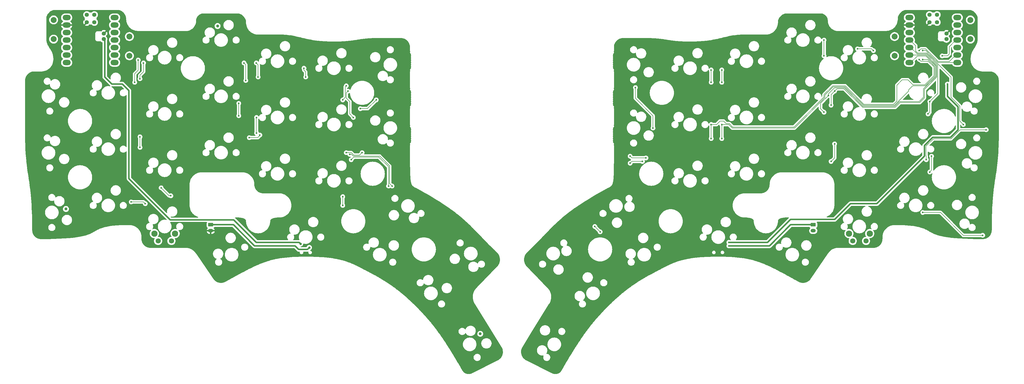
<source format=gtl>
G04 #@! TF.GenerationSoftware,KiCad,Pcbnew,7.0.5*
G04 #@! TF.CreationDate,2023-06-13T17:14:02+02:00*
G04 #@! TF.ProjectId,mykeeb_v7a5,6d796b65-6562-45f7-9637-61352e6b6963,rev?*
G04 #@! TF.SameCoordinates,Original*
G04 #@! TF.FileFunction,Copper,L1,Top*
G04 #@! TF.FilePolarity,Positive*
%FSLAX46Y46*%
G04 Gerber Fmt 4.6, Leading zero omitted, Abs format (unit mm)*
G04 Created by KiCad (PCBNEW 7.0.5) date 2023-06-13 17:14:02*
%MOMM*%
%LPD*%
G01*
G04 APERTURE LIST*
G04 Aperture macros list*
%AMRoundRect*
0 Rectangle with rounded corners*
0 $1 Rounding radius*
0 $2 $3 $4 $5 $6 $7 $8 $9 X,Y pos of 4 corners*
0 Add a 4 corners polygon primitive as box body*
4,1,4,$2,$3,$4,$5,$6,$7,$8,$9,$2,$3,0*
0 Add four circle primitives for the rounded corners*
1,1,$1+$1,$2,$3*
1,1,$1+$1,$4,$5*
1,1,$1+$1,$6,$7*
1,1,$1+$1,$8,$9*
0 Add four rect primitives between the rounded corners*
20,1,$1+$1,$2,$3,$4,$5,0*
20,1,$1+$1,$4,$5,$6,$7,0*
20,1,$1+$1,$6,$7,$8,$9,0*
20,1,$1+$1,$8,$9,$2,$3,0*%
G04 Aperture macros list end*
G04 #@! TA.AperFunction,ComponentPad*
%ADD10C,1.750000*%
G04 #@! TD*
G04 #@! TA.AperFunction,ComponentPad*
%ADD11C,2.100000*%
G04 #@! TD*
G04 #@! TA.AperFunction,ComponentPad*
%ADD12C,2.000000*%
G04 #@! TD*
G04 #@! TA.AperFunction,ComponentPad*
%ADD13RoundRect,0.250000X-0.625000X0.350000X-0.625000X-0.350000X0.625000X-0.350000X0.625000X0.350000X0*%
G04 #@! TD*
G04 #@! TA.AperFunction,ComponentPad*
%ADD14O,1.750000X1.200000*%
G04 #@! TD*
G04 #@! TA.AperFunction,SMDPad,CuDef*
%ADD15C,1.000000*%
G04 #@! TD*
G04 #@! TA.AperFunction,ComponentPad*
%ADD16O,2.750000X1.800000*%
G04 #@! TD*
G04 #@! TA.AperFunction,ComponentPad*
%ADD17C,1.397000*%
G04 #@! TD*
G04 #@! TA.AperFunction,ViaPad*
%ADD18C,0.800000*%
G04 #@! TD*
G04 #@! TA.AperFunction,ViaPad*
%ADD19C,0.600000*%
G04 #@! TD*
G04 #@! TA.AperFunction,Conductor*
%ADD20C,0.500000*%
G04 #@! TD*
G04 #@! TA.AperFunction,Conductor*
%ADD21C,0.200000*%
G04 #@! TD*
G04 APERTURE END LIST*
D10*
X299598691Y-119766661D03*
X304098691Y-119766661D03*
D11*
X298338691Y-117276661D03*
X305348691Y-117276661D03*
D12*
X29765650Y-44970353D03*
X29765650Y-51470353D03*
D13*
X82817255Y-114300096D03*
D14*
X82817255Y-116300096D03*
D15*
X173831396Y-151209502D03*
X85129759Y-47029727D03*
D12*
X55364109Y-50601605D03*
X55364109Y-57101605D03*
X339328394Y-44970353D03*
X339328394Y-51470353D03*
X313729935Y-50601605D03*
X313729935Y-57101605D03*
D15*
X33932841Y-108942279D03*
D10*
X65045369Y-119766661D03*
X69545369Y-119766661D03*
D11*
X63785369Y-117276661D03*
X70795369Y-117276661D03*
D16*
X334921821Y-44172231D03*
X334921821Y-46712231D03*
X334921821Y-49252231D03*
X334921821Y-51792231D03*
X334921821Y-54332231D03*
X334921821Y-56872231D03*
X334921821Y-59412231D03*
X318731821Y-59412231D03*
X318731821Y-56872231D03*
X318731821Y-54332231D03*
X318731821Y-51792231D03*
X318731821Y-49252231D03*
X318731821Y-46712231D03*
X318731821Y-44172231D03*
D17*
X328096821Y-43220231D03*
X325556821Y-43220231D03*
X328096821Y-45760231D03*
X325556821Y-45760231D03*
X331271821Y-51475231D03*
X331271821Y-49570231D03*
D16*
X50362223Y-44172231D03*
X50362223Y-46712231D03*
X50362223Y-49252231D03*
X50362223Y-51792231D03*
X50362223Y-54332231D03*
X50362223Y-56872231D03*
X50362223Y-59412231D03*
X34172223Y-59412231D03*
X34172223Y-56872231D03*
X34172223Y-54332231D03*
X34172223Y-51792231D03*
X34172223Y-49252231D03*
X34172223Y-46712231D03*
X34172223Y-44172231D03*
D17*
X43537223Y-43220231D03*
X40997223Y-43220231D03*
X43537223Y-45760231D03*
X40997223Y-45760231D03*
X46712223Y-51475231D03*
X46712223Y-49570231D03*
D13*
X286276789Y-114300096D03*
D14*
X286276789Y-116300096D03*
D18*
X116102470Y-122022730D03*
D19*
X66079743Y-67270369D03*
X135136051Y-83939133D03*
X133945425Y-61317239D03*
X114895409Y-108942279D03*
X106561027Y-68460995D03*
X87511011Y-80367255D03*
X49410979Y-79176629D03*
X55364109Y-67270369D03*
X74414125Y-118467287D03*
X104179775Y-87511011D03*
X166092327Y-143470433D03*
X144065746Y-91678202D03*
X133945425Y-58935987D03*
X85129759Y-115490722D03*
X129182921Y-84534446D03*
X37504719Y-59531300D03*
X106561027Y-87511011D03*
X47029727Y-98226645D03*
X68460995Y-86320385D03*
X105370401Y-68460995D03*
X85129759Y-116681348D03*
X68460995Y-67270369D03*
X84534446Y-117276661D03*
X124420417Y-89892263D03*
X31551589Y-47625040D03*
X80367255Y-114300096D03*
X36314093Y-45243788D03*
X80962568Y-117276661D03*
X66079743Y-86320385D03*
X123229791Y-89892263D03*
X31551589Y-46434414D03*
X129778234Y-118467287D03*
X133945425Y-60126613D03*
X81557881Y-62507865D03*
X25003146Y-80367255D03*
X113704783Y-108942279D03*
X116086035Y-108942279D03*
X104179775Y-68460995D03*
X105370401Y-87511011D03*
X86320385Y-80367255D03*
X85129759Y-80367255D03*
X67270369Y-86320385D03*
X36314093Y-52982857D03*
X47029727Y-79176629D03*
X168473579Y-135136051D03*
X80367255Y-115490722D03*
X25003146Y-99417271D03*
X80367255Y-116681348D03*
X127992295Y-122634478D03*
X125611043Y-89892263D03*
X67270369Y-67270369D03*
X95845393Y-68460995D03*
X72032873Y-61317239D03*
X138707929Y-82748507D03*
X38100032Y-66675056D03*
X119062600Y-73818812D03*
X57745361Y-98226645D03*
X125611043Y-72628186D03*
X48220353Y-79176629D03*
X54173483Y-47625040D03*
X48220353Y-98226645D03*
X91678202Y-120253226D03*
X51792231Y-90487576D03*
X58340674Y-58535510D03*
X57150048Y-66079743D03*
X114300096Y-61317239D03*
X114895409Y-64293804D03*
X129182921Y-69056308D03*
X130968860Y-77986003D03*
D18*
X113143657Y-120745978D03*
D19*
X55959422Y-106561027D03*
X60721926Y-107156340D03*
X66079743Y-101798523D03*
X138707929Y-72032873D03*
X127396982Y-107751653D03*
X60126613Y-59531300D03*
X133350112Y-75009438D03*
X69353965Y-104477431D03*
X58935987Y-84534446D03*
X58935987Y-64889117D03*
X58935987Y-88106324D03*
X127396982Y-104775088D03*
X99417271Y-83939133D03*
X95845393Y-84812203D03*
X133945425Y-89892263D03*
X94654767Y-65484430D03*
X94059454Y-59531300D03*
X92273515Y-73223499D03*
X128587608Y-89892263D03*
X92273515Y-77390690D03*
X98226645Y-59531300D03*
X129778234Y-90487576D03*
X144065746Y-101203210D03*
X98285385Y-77986003D03*
X98285385Y-83285080D03*
X98821958Y-64293804D03*
X142875120Y-101203210D03*
X127396982Y-72032873D03*
X128587608Y-67270369D03*
X130262385Y-92273515D03*
X257770529Y-121443852D03*
X344686227Y-82153194D03*
X324445585Y-92273515D03*
X343495601Y-117871974D03*
X323254959Y-110132905D03*
X329803402Y-57150048D03*
X301228378Y-54768796D03*
X306586195Y-55364109D03*
X336947158Y-80367255D03*
X325040898Y-76795377D03*
X326231524Y-91082889D03*
X325636211Y-96440706D03*
X325636211Y-72628186D03*
X292298683Y-92868828D03*
X293489309Y-86915698D03*
X293489309Y-69056308D03*
X292298683Y-73818812D03*
X232172070Y-81557881D03*
X226218940Y-67865682D03*
X291405713Y-70544590D03*
X289917431Y-76200064D03*
X289917431Y-51792231D03*
X289917431Y-57150048D03*
X255389277Y-80367255D03*
X323254959Y-58340674D03*
X228600192Y-92868828D03*
X255389277Y-85129759D03*
X323254959Y-55364109D03*
X255389277Y-61912552D03*
X224433001Y-93464141D03*
X255389277Y-66079743D03*
X322064333Y-58340674D03*
X212526741Y-114895409D03*
X251817399Y-61912552D03*
X224433001Y-91082889D03*
X251817399Y-85129759D03*
X251817399Y-66079743D03*
X229790818Y-91678202D03*
X251817399Y-80367255D03*
X214312680Y-116681348D03*
X322064333Y-55364109D03*
X334565906Y-62507865D03*
X244673643Y-89892263D03*
X273248667Y-61317239D03*
X270272102Y-125611043D03*
X263128346Y-87511011D03*
X264318972Y-87511011D03*
X235148635Y-58935987D03*
X281583049Y-61317239D03*
X301823691Y-67270369D03*
X287536179Y-117871974D03*
X317897142Y-71437560D03*
X245864269Y-89892263D03*
X340519036Y-47625040D03*
X273248667Y-68460995D03*
X330398715Y-53578170D03*
X243483017Y-70842247D03*
X235148635Y-61317239D03*
X307776821Y-120253226D03*
X254198651Y-70842247D03*
X339328410Y-86915698D03*
X283964301Y-117276661D03*
X311348699Y-111323531D03*
X311348699Y-63698491D03*
X255389277Y-108942279D03*
X323850272Y-46434414D03*
X263128346Y-68460995D03*
X286345553Y-117871974D03*
X340519036Y-48815666D03*
X288131492Y-115490722D03*
X319683081Y-79176629D03*
X254198651Y-123825104D03*
X300633065Y-67270369D03*
X314325264Y-113704783D03*
X288726805Y-116086035D03*
X243483017Y-89892263D03*
X300633065Y-86320385D03*
X282773675Y-61317239D03*
X301823691Y-86320385D03*
X330398715Y-55364109D03*
X319683081Y-98226645D03*
X254198651Y-108942279D03*
X285154927Y-117871974D03*
X244673643Y-70842247D03*
X320873707Y-79176629D03*
X222647062Y-69651621D03*
X330398715Y-64889117D03*
X253008025Y-108942279D03*
X326231524Y-50006292D03*
X283964301Y-116086035D03*
X283964301Y-61317239D03*
X288726805Y-117276661D03*
X320873707Y-98226645D03*
X303014317Y-86320385D03*
X330398715Y-47625040D03*
X238125200Y-125611043D03*
X338137784Y-47625040D03*
X294679935Y-119062600D03*
X332779967Y-117276661D03*
X284559614Y-115490722D03*
X245864269Y-70842247D03*
X283964301Y-131564173D03*
X264318972Y-68460995D03*
X303014317Y-67270369D03*
X235148635Y-60126613D03*
X242292391Y-122039165D03*
X265509598Y-87511011D03*
X322064333Y-79176629D03*
X322064333Y-98226645D03*
X254198651Y-89892263D03*
X265509598Y-68460995D03*
X323850272Y-52387544D03*
X257770529Y-120253226D03*
X331589341Y-66675056D03*
D20*
X115490722Y-122634478D02*
X112514157Y-122634478D01*
X112514157Y-122634478D02*
X111323531Y-121443852D01*
X111323531Y-121443852D02*
X97631332Y-121443852D01*
X90487576Y-114300096D02*
X82817255Y-114300096D01*
X97631332Y-121443852D02*
X90487576Y-114300096D01*
X116102470Y-122022730D02*
X115490722Y-122634478D01*
D21*
X57150048Y-63200596D02*
X58340674Y-62009970D01*
X57150048Y-66079743D02*
X57150048Y-63200596D01*
X58340674Y-62009970D02*
X58340674Y-58535510D01*
X114300096Y-61959384D02*
X114300096Y-61317239D01*
X114895409Y-62554697D02*
X114300096Y-61959384D01*
X114895409Y-64293804D02*
X114895409Y-62554697D01*
X129778234Y-76795377D02*
X130968860Y-77986003D01*
X129778234Y-72599187D02*
X129778234Y-76795377D01*
X128616607Y-69622622D02*
X128616607Y-71437560D01*
X129182921Y-69056308D02*
X128616607Y-69622622D01*
X128616607Y-71437560D02*
X129778234Y-72599187D01*
D20*
X55210987Y-68903186D02*
X55210987Y-98668836D01*
X47029727Y-51792735D02*
X47029727Y-64293804D01*
X46712223Y-51475231D02*
X47029727Y-51792735D01*
X90587914Y-112614495D02*
X98226645Y-120253226D01*
X47029727Y-64293804D02*
X49410979Y-66675056D01*
X69156646Y-112614495D02*
X90587914Y-112614495D01*
X98226645Y-120253226D02*
X112650905Y-120253226D01*
X52982857Y-66675056D02*
X55210987Y-68903186D01*
X55210987Y-98668836D02*
X69156646Y-112614495D01*
X112650905Y-120253226D02*
X113143657Y-120745978D01*
X49410979Y-66675056D02*
X52982857Y-66675056D01*
D21*
X60126613Y-106561027D02*
X55959422Y-106561027D01*
X60721926Y-107156340D02*
X60126613Y-106561027D01*
X58935987Y-64889117D02*
X58935987Y-63698491D01*
X58935987Y-63698491D02*
X60126613Y-62507865D01*
X60126613Y-62507865D02*
X60126613Y-59531300D01*
X127396982Y-104775088D02*
X127396982Y-107751653D01*
X135731364Y-75009438D02*
X133350112Y-75009438D01*
X138707929Y-72032873D02*
X135731364Y-75009438D01*
X58935987Y-84534446D02*
X58935987Y-88106324D01*
X69353965Y-104477431D02*
X68758651Y-104477431D01*
X68758651Y-104477431D02*
X66079743Y-101798523D01*
X99417271Y-84078012D02*
X99417271Y-83939133D01*
X95845393Y-84812203D02*
X98683080Y-84812203D01*
X94654767Y-60126613D02*
X94059454Y-59531300D01*
X133081799Y-90755889D02*
X133945425Y-89892263D01*
X94654767Y-65484430D02*
X94654767Y-60126613D01*
X92273515Y-77390690D02*
X92273515Y-73223499D01*
X131104308Y-90755889D02*
X133081799Y-90755889D01*
X128587608Y-89892263D02*
X130240682Y-89892263D01*
X130240682Y-89892263D02*
X131104308Y-90755889D01*
X98683080Y-84812203D02*
X99417271Y-84078012D01*
X98821958Y-60126613D02*
X98821958Y-64293804D01*
X130373547Y-90487576D02*
X129778234Y-90487576D01*
X98226645Y-83226340D02*
X98285385Y-83285080D01*
X98226645Y-59531300D02*
X98821958Y-60126613D01*
X98285385Y-77986003D02*
X98226645Y-78044743D01*
X143202120Y-94386454D02*
X139898555Y-91082889D01*
X144065746Y-101203210D02*
X143202120Y-100339584D01*
X139898555Y-91082889D02*
X130968860Y-91082889D01*
X130968860Y-91082889D02*
X130373547Y-90487576D01*
X143202120Y-100339584D02*
X143202120Y-94386454D01*
X98226645Y-78044743D02*
X98226645Y-83226340D01*
X128260608Y-71169247D02*
X127396982Y-72032873D01*
X128587608Y-67270369D02*
X128260608Y-67597369D01*
X139630242Y-91409889D02*
X142875120Y-94654767D01*
X142875120Y-94654767D02*
X142875120Y-101203210D01*
X128260608Y-67597369D02*
X128260608Y-71169247D01*
X130262385Y-92273515D02*
X131126011Y-91409889D01*
X131126011Y-91409889D02*
X139630242Y-91409889D01*
D20*
X278606484Y-114300096D02*
X286276789Y-114300096D01*
X257770529Y-121443852D02*
X271462728Y-121443852D01*
X271462728Y-121443852D02*
X278606484Y-114300096D01*
D21*
X326854385Y-85181478D02*
X324327272Y-87708591D01*
X324327272Y-87708591D02*
X324327272Y-90964576D01*
X344686227Y-82153194D02*
X335835799Y-82153194D01*
X324327272Y-90964576D02*
X324445585Y-91082889D01*
X324445585Y-91082889D02*
X324445585Y-92273515D01*
X332807515Y-85181478D02*
X326854385Y-85181478D01*
X335835799Y-82153194D02*
X332807515Y-85181478D01*
X336947158Y-117871974D02*
X329208089Y-110132905D01*
X343495601Y-117871974D02*
X336947158Y-117871974D01*
X329208089Y-110132905D02*
X323254959Y-110132905D01*
X331589341Y-57150048D02*
X332184654Y-56554735D01*
X305990882Y-54768796D02*
X306586195Y-55364109D01*
X332184654Y-56554735D02*
X332184654Y-54054398D01*
X301228378Y-54768796D02*
X305990882Y-54768796D01*
X332184654Y-54054398D02*
X334446821Y-51792231D01*
X329803402Y-57150048D02*
X331589341Y-57150048D01*
X320873707Y-53694078D02*
X320873707Y-55536669D01*
X320873707Y-55536669D02*
X321555269Y-56218231D01*
X319206821Y-52027192D02*
X320873707Y-53694078D01*
X332779967Y-64293804D02*
X332779967Y-71139903D01*
X335756532Y-79176629D02*
X336947158Y-80367255D01*
X335756532Y-74116468D02*
X335756532Y-79176629D01*
X324704394Y-56218231D02*
X332779967Y-64293804D01*
X332779967Y-71139903D02*
X335756532Y-74116468D01*
X321555269Y-56218231D02*
X324704394Y-56218231D01*
X319206821Y-51792231D02*
X319206821Y-52027192D01*
X325040898Y-76795377D02*
X325636211Y-76200064D01*
X325636211Y-96440706D02*
X326231524Y-95845393D01*
X324568946Y-56545231D02*
X328344463Y-60320748D01*
X328344463Y-69919934D02*
X325636211Y-72628186D01*
X328344463Y-60320748D02*
X328344463Y-69919934D01*
X325636211Y-76200064D02*
X325636211Y-72628186D01*
X321419821Y-56545231D02*
X324568946Y-56545231D01*
X326231524Y-95845393D02*
X326231524Y-91082889D01*
X319206821Y-54332231D02*
X321419821Y-56545231D01*
X328017463Y-64293804D02*
X323850272Y-68460995D01*
X293489309Y-91678202D02*
X292298683Y-92868828D01*
X292298683Y-73818812D02*
X292298683Y-70246934D01*
X226218940Y-71437560D02*
X226218940Y-67865682D01*
X302968772Y-74546303D02*
X296673838Y-68251369D01*
X292298683Y-70246934D02*
X293489309Y-69056308D01*
X232172070Y-81557881D02*
X232172070Y-77390690D01*
X294294248Y-68251369D02*
X293489309Y-69056308D01*
X296673838Y-68251369D02*
X294294248Y-68251369D01*
X232172070Y-77390690D02*
X226218940Y-71437560D01*
X315518473Y-72955186D02*
X313927356Y-74546303D01*
X293489309Y-86915698D02*
X293489309Y-91678202D01*
X323850272Y-68460995D02*
X323850272Y-71304695D01*
X313927356Y-74546303D02*
X302968772Y-74546303D01*
X319206821Y-56872231D02*
X324433498Y-56872231D01*
X324433498Y-56872231D02*
X328017463Y-60456196D01*
X328017463Y-60456196D02*
X328017463Y-64293804D01*
X323850272Y-71304695D02*
X322199781Y-72955186D01*
X322199781Y-72955186D02*
X315518473Y-72955186D01*
X315383025Y-72628186D02*
X322064333Y-72628186D01*
X321419821Y-57199231D02*
X319206821Y-59412231D01*
X296809286Y-67924369D02*
X303104220Y-74219303D01*
X313791908Y-74219303D02*
X315383025Y-72628186D01*
X327690463Y-60591644D02*
X324298050Y-57199231D01*
X303104220Y-74219303D02*
X313791908Y-74219303D01*
X288726805Y-75009438D02*
X289917431Y-76200064D01*
X293430622Y-67924369D02*
X296809286Y-67924369D01*
X327690463Y-64158356D02*
X327690463Y-60591644D01*
X323523272Y-68325547D02*
X327690463Y-64158356D01*
X291405713Y-69949278D02*
X293430622Y-67924369D01*
X324298050Y-57199231D02*
X321419821Y-57199231D01*
X322064333Y-72628186D02*
X323523272Y-71169247D01*
X291405713Y-70544590D02*
X288726805Y-73223498D01*
X291405713Y-70544590D02*
X291405713Y-69949278D01*
X323523272Y-71169247D02*
X323523272Y-68325547D01*
X288726805Y-73223498D02*
X288726805Y-75009438D01*
X289917431Y-57150048D02*
X289917431Y-51792231D01*
X324977045Y-58340674D02*
X327363463Y-60727092D01*
X257789277Y-80386003D02*
X255408025Y-80386003D01*
X255408025Y-80386003D02*
X255389277Y-80367255D01*
X313656460Y-73892303D02*
X303239668Y-73892303D01*
X326462748Y-57514137D02*
X324312720Y-55364109D01*
X318473691Y-68657448D02*
X318473691Y-69075072D01*
X296944734Y-67597369D02*
X293029444Y-67597369D01*
X319879578Y-67251561D02*
X318473691Y-68657448D01*
X327363463Y-64022908D02*
X324134810Y-67251561D01*
X293029444Y-67597369D02*
X290244431Y-70382382D01*
X225028314Y-92868828D02*
X224433001Y-93464141D01*
X279929974Y-81557881D02*
X258961155Y-81557881D01*
X290244431Y-70382382D02*
X290244431Y-71243424D01*
X228600192Y-92868828D02*
X225028314Y-92868828D01*
X323254959Y-58340674D02*
X324977045Y-58340674D01*
X318473691Y-69075072D02*
X313656460Y-73892303D01*
X327363463Y-60727092D02*
X327363463Y-64022908D01*
X324134810Y-67251561D02*
X319879578Y-67251561D01*
X328360842Y-59412231D02*
X326462748Y-57514137D01*
X303239668Y-73892303D02*
X296944734Y-67597369D01*
X255389277Y-66079743D02*
X255389277Y-61912552D01*
X255389277Y-85129759D02*
X255389277Y-80367255D01*
X290244431Y-71243424D02*
X279929974Y-81557881D01*
X324312720Y-55364109D02*
X323254959Y-55364109D01*
X258961155Y-81557881D02*
X257789277Y-80386003D01*
X334446821Y-59412231D02*
X328360842Y-59412231D01*
X322659646Y-58935987D02*
X325109910Y-58935987D01*
X303375116Y-73565303D02*
X297080182Y-67270369D01*
X289917431Y-71107976D02*
X279794526Y-81230881D01*
X313388147Y-73565303D02*
X303375116Y-73565303D01*
X253603338Y-80367255D02*
X251817399Y-80367255D01*
X316297396Y-65261561D02*
X314493691Y-67065266D01*
X251817399Y-85129759D02*
X251817399Y-80367255D01*
X297080182Y-67270369D02*
X292893996Y-67270369D01*
X327036463Y-60862540D02*
X327036463Y-63887460D01*
X256866964Y-80059003D02*
X255984590Y-79176629D01*
X325109910Y-58935987D02*
X327036463Y-60862540D01*
X255984590Y-79176629D02*
X254793964Y-79176629D01*
X324179855Y-54768796D02*
X328496290Y-59085231D01*
X322659646Y-54768796D02*
X324179855Y-54768796D01*
X224433001Y-91082889D02*
X225028314Y-91678202D01*
X319932586Y-66924561D02*
X318269586Y-65261561D01*
X314493691Y-72459759D02*
X313388147Y-73565303D01*
X327036463Y-63887460D02*
X323999362Y-66924561D01*
X289917431Y-70246934D02*
X289917431Y-71107976D01*
X212526741Y-114895409D02*
X214312680Y-116681348D01*
X322064333Y-55364109D02*
X322659646Y-54768796D01*
X332233821Y-59085231D02*
X334446821Y-56872231D01*
X322064333Y-58340674D02*
X322659646Y-58935987D01*
X254793964Y-79176629D02*
X253603338Y-80367255D01*
X323999362Y-66924561D02*
X319932586Y-66924561D01*
X225028314Y-91678202D02*
X229790818Y-91678202D01*
X328496290Y-59085231D02*
X332233821Y-59085231D01*
X314493691Y-67065266D02*
X314493691Y-72459759D01*
X257924725Y-80059003D02*
X256866964Y-80059003D01*
X292893996Y-67270369D02*
X289917431Y-70246934D01*
X251817399Y-66079743D02*
X251817399Y-61912552D01*
X318269586Y-65261561D02*
X316297396Y-65261561D01*
X279794526Y-81230881D02*
X259096603Y-81230881D01*
X259096603Y-81230881D02*
X257924725Y-80059003D01*
D20*
X298847126Y-107156340D02*
X307776821Y-107156340D01*
X323850272Y-91082889D02*
X323850272Y-87511011D01*
X257770529Y-120253226D02*
X270867415Y-120253226D01*
X332609935Y-84704478D02*
X335161219Y-82153194D01*
X326656805Y-84704478D02*
X332609935Y-84704478D01*
X307776821Y-107156340D02*
X323850272Y-91082889D01*
X335161219Y-82153194D02*
X335161219Y-74414125D01*
X270867415Y-120253226D02*
X278606484Y-112514157D01*
X278606484Y-112514157D02*
X293489309Y-112514157D01*
X331589341Y-70842247D02*
X331589341Y-66675056D01*
X335161219Y-74414125D02*
X331589341Y-70842247D01*
X323850272Y-87511011D02*
X326656805Y-84704478D01*
X293489309Y-112514157D02*
X298847126Y-107156340D01*
G04 #@! TA.AperFunction,Conductor*
G36*
X51122413Y-41577098D02*
G01*
X51131033Y-41577097D01*
X51131037Y-41577099D01*
X51195309Y-41577097D01*
X51198550Y-41577181D01*
X51514735Y-41593745D01*
X51521169Y-41594420D01*
X51832303Y-41643693D01*
X51838641Y-41645040D01*
X52142910Y-41726564D01*
X52149071Y-41728566D01*
X52183900Y-41741935D01*
X52443149Y-41841448D01*
X52449079Y-41844088D01*
X52729735Y-41987086D01*
X52735353Y-41990330D01*
X52999530Y-42161886D01*
X53004777Y-42165698D01*
X53249578Y-42363932D01*
X53254385Y-42368260D01*
X53472460Y-42586334D01*
X53477126Y-42591000D01*
X53481463Y-42595816D01*
X53679700Y-42840620D01*
X53683511Y-42845866D01*
X53855064Y-43110036D01*
X53858311Y-43115661D01*
X53911591Y-43220231D01*
X53998259Y-43390331D01*
X54001311Y-43396320D01*
X54003946Y-43402239D01*
X54116830Y-43696320D01*
X54118833Y-43702485D01*
X54134418Y-43760650D01*
X54200354Y-44006740D01*
X54201704Y-44013092D01*
X54250976Y-44324210D01*
X54251654Y-44330669D01*
X54268161Y-44645765D01*
X54268246Y-44649009D01*
X54268246Y-44836748D01*
X54302986Y-45211692D01*
X54302987Y-45211699D01*
X54302988Y-45211704D01*
X54372179Y-45581852D01*
X54372181Y-45581859D01*
X54474726Y-45942270D01*
X54475229Y-45944036D01*
X54611258Y-46295167D01*
X54779105Y-46632249D01*
X54977339Y-46952405D01*
X55106669Y-47123664D01*
X55204267Y-47252904D01*
X55457959Y-47531189D01*
X55736232Y-47784863D01*
X55736235Y-47784865D01*
X55736238Y-47784868D01*
X56036741Y-48011793D01*
X56321393Y-48188037D01*
X56356903Y-48210024D01*
X56693977Y-48377862D01*
X56693979Y-48377862D01*
X56693984Y-48377865D01*
X57045117Y-48513889D01*
X57407303Y-48616933D01*
X57777451Y-48686119D01*
X58152405Y-48720857D01*
X58340678Y-48720853D01*
X58340686Y-48720853D01*
X74348231Y-48720853D01*
X74348235Y-48720854D01*
X74362724Y-48720853D01*
X74362851Y-48720890D01*
X74414127Y-48720889D01*
X74414127Y-48720890D01*
X74584946Y-48720888D01*
X74924940Y-48687399D01*
X75260013Y-48620746D01*
X75315050Y-48604050D01*
X75586926Y-48521575D01*
X75586928Y-48521574D01*
X75586928Y-48521573D01*
X75586941Y-48521570D01*
X75902572Y-48390827D01*
X76203869Y-48229777D01*
X76203876Y-48229772D01*
X76203880Y-48229770D01*
X76416484Y-48087708D01*
X76487929Y-48039969D01*
X76752017Y-47823233D01*
X76993589Y-47581655D01*
X77210320Y-47317562D01*
X77400120Y-47033497D01*
X77402136Y-47029726D01*
X84124418Y-47029726D01*
X84143734Y-47225856D01*
X84143735Y-47225859D01*
X84179813Y-47344793D01*
X84200947Y-47414460D01*
X84293845Y-47588259D01*
X84293849Y-47588266D01*
X84418875Y-47740610D01*
X84571219Y-47865636D01*
X84571226Y-47865640D01*
X84745025Y-47958538D01*
X84745028Y-47958538D01*
X84745032Y-47958541D01*
X84933627Y-48015751D01*
X85129759Y-48035068D01*
X85325891Y-48015751D01*
X85514486Y-47958541D01*
X85550469Y-47939308D01*
X85661970Y-47879709D01*
X85688297Y-47865637D01*
X85840642Y-47740610D01*
X85965669Y-47588265D01*
X86058573Y-47414454D01*
X86115783Y-47225859D01*
X86135100Y-47029727D01*
X86116745Y-46843358D01*
X87109885Y-46843358D01*
X87127276Y-46958731D01*
X87148989Y-47102786D01*
X87148990Y-47102788D01*
X87148991Y-47102794D01*
X87226323Y-47353497D01*
X87340152Y-47589867D01*
X87340153Y-47589868D01*
X87340155Y-47589871D01*
X87340157Y-47589875D01*
X87433393Y-47726627D01*
X87487952Y-47806650D01*
X87666399Y-47998972D01*
X87666403Y-47998975D01*
X87666404Y-47998976D01*
X87871528Y-48162557D01*
X88098742Y-48293739D01*
X88342969Y-48389591D01*
X88598755Y-48447973D01*
X88598761Y-48447973D01*
X88598764Y-48447974D01*
X88794869Y-48462670D01*
X88794888Y-48462670D01*
X88794891Y-48462671D01*
X88794893Y-48462671D01*
X88925877Y-48462671D01*
X88925879Y-48462671D01*
X88925881Y-48462670D01*
X88925900Y-48462670D01*
X89122005Y-48447974D01*
X89122007Y-48447973D01*
X89122015Y-48447973D01*
X89377801Y-48389591D01*
X89622028Y-48293739D01*
X89849242Y-48162557D01*
X90054366Y-47998976D01*
X90068110Y-47984164D01*
X90109730Y-47939308D01*
X90232818Y-47806650D01*
X90380613Y-47589875D01*
X90494448Y-47353494D01*
X90571781Y-47102786D01*
X90610885Y-46843353D01*
X90610885Y-46580989D01*
X90571781Y-46321556D01*
X90494448Y-46070848D01*
X90468261Y-46016470D01*
X90380617Y-45834474D01*
X90380616Y-45834473D01*
X90380615Y-45834472D01*
X90380613Y-45834467D01*
X90232818Y-45617692D01*
X90199570Y-45581859D01*
X90054370Y-45425369D01*
X89948064Y-45340593D01*
X89849242Y-45261785D01*
X89622028Y-45130603D01*
X89377801Y-45034751D01*
X89377796Y-45034749D01*
X89377787Y-45034747D01*
X89160203Y-44985085D01*
X89122015Y-44976369D01*
X89122014Y-44976368D01*
X89122010Y-44976368D01*
X89122005Y-44976367D01*
X88925900Y-44961671D01*
X88925879Y-44961671D01*
X88794891Y-44961671D01*
X88794869Y-44961671D01*
X88598764Y-44976367D01*
X88598759Y-44976368D01*
X88342982Y-45034747D01*
X88342963Y-45034753D01*
X88098741Y-45130603D01*
X87871528Y-45261785D01*
X87666399Y-45425369D01*
X87487952Y-45617691D01*
X87374831Y-45783610D01*
X87344701Y-45827803D01*
X87340153Y-45834473D01*
X87340152Y-45834474D01*
X87226323Y-46070844D01*
X87148991Y-46321547D01*
X87148990Y-46321552D01*
X87148989Y-46321556D01*
X87136817Y-46402308D01*
X87109885Y-46580983D01*
X87109885Y-46843358D01*
X86116745Y-46843358D01*
X86115783Y-46833595D01*
X86058573Y-46645000D01*
X86058570Y-46644996D01*
X86058570Y-46644993D01*
X85965672Y-46471194D01*
X85965668Y-46471187D01*
X85840642Y-46318843D01*
X85688298Y-46193817D01*
X85688291Y-46193813D01*
X85514492Y-46100915D01*
X85514486Y-46100913D01*
X85325891Y-46043703D01*
X85325888Y-46043702D01*
X85129759Y-46024386D01*
X84933629Y-46043702D01*
X84745025Y-46100915D01*
X84571226Y-46193813D01*
X84571219Y-46193817D01*
X84418875Y-46318843D01*
X84293849Y-46471187D01*
X84293845Y-46471194D01*
X84200947Y-46644993D01*
X84143734Y-46833597D01*
X84124418Y-47029726D01*
X77402136Y-47029726D01*
X77561163Y-46732196D01*
X77691898Y-46416561D01*
X77791066Y-46089632D01*
X77857711Y-45754556D01*
X77891192Y-45414562D01*
X77891190Y-45277191D01*
X77891190Y-45245616D01*
X77891303Y-45241873D01*
X77898252Y-45126960D01*
X77909013Y-44949010D01*
X77909912Y-44941606D01*
X77962458Y-44654840D01*
X77964240Y-44647607D01*
X78050968Y-44369270D01*
X78053616Y-44362289D01*
X78173266Y-44096427D01*
X78176724Y-44089838D01*
X78327537Y-43840354D01*
X78331792Y-43834189D01*
X78371152Y-43783949D01*
X78511563Y-43604720D01*
X78516533Y-43599111D01*
X78722651Y-43392987D01*
X78728260Y-43388017D01*
X78957725Y-43208237D01*
X78963892Y-43203980D01*
X79213349Y-43053173D01*
X79219979Y-43049692D01*
X79485804Y-42930049D01*
X79492809Y-42927393D01*
X79608176Y-42891441D01*
X79771113Y-42840665D01*
X79778382Y-42838874D01*
X80065109Y-42786325D01*
X80072548Y-42785422D01*
X80364419Y-42767762D01*
X80368164Y-42767649D01*
X91602314Y-42767721D01*
X91602322Y-42767723D01*
X91612310Y-42767723D01*
X91676579Y-42767723D01*
X91679822Y-42767807D01*
X91754681Y-42771731D01*
X91996003Y-42784378D01*
X92002461Y-42785056D01*
X92313564Y-42834331D01*
X92319911Y-42835680D01*
X92624169Y-42917206D01*
X92630337Y-42919209D01*
X92924409Y-43032093D01*
X92930329Y-43034728D01*
X93210997Y-43177736D01*
X93216616Y-43180981D01*
X93348700Y-43266757D01*
X93480794Y-43352540D01*
X93486038Y-43356352D01*
X93730829Y-43554579D01*
X93735655Y-43558925D01*
X93958376Y-43781646D01*
X93962722Y-43786472D01*
X94160953Y-44031267D01*
X94164762Y-44036510D01*
X94336327Y-44300696D01*
X94339561Y-44306297D01*
X94376300Y-44378401D01*
X94482568Y-44586966D01*
X94485209Y-44592898D01*
X94598086Y-44886953D01*
X94600092Y-44893129D01*
X94681619Y-45197391D01*
X94682969Y-45203743D01*
X94732242Y-45514840D01*
X94732921Y-45521299D01*
X94749495Y-45837536D01*
X94749580Y-45840782D01*
X94749580Y-45908827D01*
X94749618Y-45909420D01*
X94749616Y-46027374D01*
X94784350Y-46402308D01*
X94784353Y-46402330D01*
X94853532Y-46772456D01*
X94853533Y-46772458D01*
X94953494Y-47123812D01*
X94956577Y-47134646D01*
X95092598Y-47485776D01*
X95092600Y-47485781D01*
X95212702Y-47726986D01*
X95260439Y-47822858D01*
X95324892Y-47926956D01*
X95458659Y-48143005D01*
X95458663Y-48143010D01*
X95458666Y-48143015D01*
X95685589Y-48443515D01*
X95685593Y-48443520D01*
X95939265Y-48721790D01*
X95953827Y-48735065D01*
X96217549Y-48975481D01*
X96217556Y-48975486D01*
X96518039Y-49202402D01*
X96518046Y-49202406D01*
X96518047Y-49202407D01*
X96838201Y-49400638D01*
X97134852Y-49548352D01*
X97175275Y-49568480D01*
X97175283Y-49568484D01*
X97526404Y-49704507D01*
X97526406Y-49704507D01*
X97526410Y-49704509D01*
X97888592Y-49807555D01*
X98258738Y-49876743D01*
X98633688Y-49911482D01*
X98821964Y-49911479D01*
X98821967Y-49911479D01*
X105963100Y-49911479D01*
X106607201Y-49918217D01*
X106608317Y-49918241D01*
X107216769Y-49937763D01*
X107218061Y-49937819D01*
X107796720Y-49969259D01*
X107798037Y-49969345D01*
X108349908Y-50011835D01*
X108351169Y-50011946D01*
X108879261Y-50064632D01*
X108880454Y-50064764D01*
X109387579Y-50126801D01*
X109388784Y-50126961D01*
X109877835Y-50197517D01*
X109879026Y-50197701D01*
X110353676Y-50276094D01*
X110816731Y-50361542D01*
X111270548Y-50453167D01*
X111718018Y-50550187D01*
X112161988Y-50651814D01*
X112605543Y-50757304D01*
X112984048Y-50849429D01*
X113051026Y-50865731D01*
X113051023Y-50865742D01*
X113051255Y-50865787D01*
X113464100Y-50967137D01*
X113465365Y-50967496D01*
X113466817Y-50967850D01*
X113466821Y-50967852D01*
X113501409Y-50976297D01*
X113501551Y-50976379D01*
X113501563Y-50976335D01*
X113535762Y-50984731D01*
X113535764Y-50984731D01*
X113537193Y-50985082D01*
X113538442Y-50985340D01*
X113921288Y-51078824D01*
X113925286Y-51079944D01*
X113925406Y-51079981D01*
X113925420Y-51079987D01*
X113959007Y-51088034D01*
X113992906Y-51096312D01*
X113992928Y-51096314D01*
X113993043Y-51096334D01*
X113997138Y-51097170D01*
X114139385Y-51131253D01*
X114388541Y-51190952D01*
X114392378Y-51192002D01*
X114394111Y-51192537D01*
X114427276Y-51200232D01*
X114460299Y-51208145D01*
X114460310Y-51208146D01*
X114462070Y-51208436D01*
X114465989Y-51209213D01*
X114868590Y-51302626D01*
X114872266Y-51303600D01*
X114875492Y-51304562D01*
X114890818Y-51307960D01*
X114907956Y-51311760D01*
X114923542Y-51315376D01*
X114940553Y-51319324D01*
X114940562Y-51319324D01*
X114943870Y-51319846D01*
X114947632Y-51320559D01*
X115146543Y-51364672D01*
X115363966Y-51412891D01*
X115367541Y-51413796D01*
X115372116Y-51415099D01*
X115372126Y-51415103D01*
X115400851Y-51421113D01*
X115404205Y-51421815D01*
X115435669Y-51428793D01*
X115436256Y-51428923D01*
X115436265Y-51428923D01*
X115440966Y-51429619D01*
X115444577Y-51430262D01*
X115877332Y-51520811D01*
X115880801Y-51521642D01*
X115886570Y-51523200D01*
X115886578Y-51523203D01*
X115918332Y-51529390D01*
X115949971Y-51536010D01*
X115949978Y-51536010D01*
X115955911Y-51536816D01*
X115959410Y-51537393D01*
X116413904Y-51625946D01*
X116420360Y-51627643D01*
X116421400Y-51627907D01*
X116452902Y-51633545D01*
X116462438Y-51635403D01*
X116484239Y-51639651D01*
X116484240Y-51639651D01*
X116484245Y-51639652D01*
X116485422Y-51639795D01*
X116491921Y-51640528D01*
X116971360Y-51726342D01*
X116978961Y-51728208D01*
X116979136Y-51728263D01*
X116979159Y-51728266D01*
X116979160Y-51728267D01*
X117004133Y-51732314D01*
X117010383Y-51733327D01*
X117041606Y-51738916D01*
X117041793Y-51738922D01*
X117049604Y-51739683D01*
X117554356Y-51821493D01*
X117561956Y-51823221D01*
X117562354Y-51823339D01*
X117562357Y-51823339D01*
X117562359Y-51823340D01*
X117571418Y-51824648D01*
X117593538Y-51827844D01*
X117624614Y-51832881D01*
X117625018Y-51832888D01*
X117632758Y-51833510D01*
X118165521Y-51910480D01*
X118173110Y-51912068D01*
X118173626Y-51912211D01*
X118204735Y-51916145D01*
X118235814Y-51920636D01*
X118236357Y-51920636D01*
X118244088Y-51921123D01*
X118449516Y-51947107D01*
X118807341Y-51992368D01*
X118814968Y-51993822D01*
X118815540Y-51993969D01*
X118846692Y-51997345D01*
X118877779Y-52001278D01*
X118878372Y-52001267D01*
X118886117Y-52001618D01*
X119482491Y-52066265D01*
X119490125Y-52067580D01*
X119490704Y-52067718D01*
X119521948Y-52070543D01*
X119553088Y-52073919D01*
X119553663Y-52073898D01*
X119561398Y-52074110D01*
X120193594Y-52131281D01*
X120201239Y-52132461D01*
X120201746Y-52132572D01*
X120233043Y-52134848D01*
X120241770Y-52135637D01*
X120264349Y-52137680D01*
X120264858Y-52137653D01*
X120272630Y-52137728D01*
X120943201Y-52186523D01*
X120950907Y-52187575D01*
X120951309Y-52187656D01*
X120982802Y-52189405D01*
X121014190Y-52191689D01*
X121014593Y-52191660D01*
X121022359Y-52191602D01*
X121734038Y-52231127D01*
X121741805Y-52232054D01*
X121742058Y-52232101D01*
X121754135Y-52232570D01*
X121773729Y-52233332D01*
X121780363Y-52233700D01*
X121805253Y-52235083D01*
X121805505Y-52235060D01*
X121813309Y-52234869D01*
X122568813Y-52264226D01*
X122576617Y-52265032D01*
X122576672Y-52265042D01*
X122602550Y-52265631D01*
X122608426Y-52265765D01*
X122640207Y-52267001D01*
X122640268Y-52266994D01*
X122648128Y-52266670D01*
X123450097Y-52284952D01*
X123456853Y-52285543D01*
X123457834Y-52285620D01*
X123457841Y-52285621D01*
X123489755Y-52285857D01*
X123521726Y-52286586D01*
X123521727Y-52286585D01*
X123521733Y-52286586D01*
X123522694Y-52286539D01*
X123529477Y-52286151D01*
X124378437Y-52292433D01*
X124382109Y-52292569D01*
X124387038Y-52292897D01*
X124387049Y-52292899D01*
X124419186Y-52292741D01*
X124419800Y-52292739D01*
X124452511Y-52292982D01*
X124452523Y-52292980D01*
X124457432Y-52292666D01*
X124461096Y-52292539D01*
X125088067Y-52289493D01*
X125091853Y-52289592D01*
X125095475Y-52289797D01*
X125095481Y-52289798D01*
X125095486Y-52289797D01*
X125095488Y-52289798D01*
X125128745Y-52289297D01*
X125143556Y-52289224D01*
X125161964Y-52289135D01*
X125161981Y-52289132D01*
X125165565Y-52288858D01*
X125169362Y-52288683D01*
X125753840Y-52279876D01*
X125757599Y-52279934D01*
X125761572Y-52280115D01*
X125761589Y-52280117D01*
X125794619Y-52279262D01*
X125827769Y-52278763D01*
X125827779Y-52278761D01*
X125831765Y-52278416D01*
X125835524Y-52278204D01*
X125955361Y-52275103D01*
X126380025Y-52264118D01*
X126383743Y-52264134D01*
X126388063Y-52264282D01*
X126388081Y-52264284D01*
X126420973Y-52263059D01*
X126453966Y-52262206D01*
X126453979Y-52262203D01*
X126458309Y-52261781D01*
X126461992Y-52261532D01*
X126969294Y-52242645D01*
X126972981Y-52242619D01*
X126977639Y-52242722D01*
X126977652Y-52242724D01*
X127010400Y-52241116D01*
X127043261Y-52239893D01*
X127043274Y-52239890D01*
X127047905Y-52239385D01*
X127051571Y-52239094D01*
X127524399Y-52215882D01*
X127528066Y-52215812D01*
X127532964Y-52215861D01*
X127532978Y-52215863D01*
X127565621Y-52213859D01*
X127592612Y-52212534D01*
X127598334Y-52212254D01*
X127598337Y-52212253D01*
X127598349Y-52212253D01*
X127598360Y-52212250D01*
X127603248Y-52211658D01*
X127606891Y-52211326D01*
X128047966Y-52184257D01*
X128051609Y-52184142D01*
X128056707Y-52184129D01*
X128056721Y-52184130D01*
X128089304Y-52181720D01*
X128121907Y-52179720D01*
X128121911Y-52179719D01*
X128126979Y-52179042D01*
X128130602Y-52178666D01*
X128542736Y-52148194D01*
X128546358Y-52148034D01*
X128551505Y-52147957D01*
X128551519Y-52147958D01*
X128584016Y-52145142D01*
X128616594Y-52142734D01*
X128616613Y-52142729D01*
X128621721Y-52141983D01*
X128625313Y-52141564D01*
X129011255Y-52108130D01*
X129014877Y-52107924D01*
X129019970Y-52107783D01*
X129019986Y-52107784D01*
X129052485Y-52104559D01*
X129085049Y-52101738D01*
X129085063Y-52101734D01*
X129090087Y-52100935D01*
X129093692Y-52100468D01*
X129456214Y-52064495D01*
X129459863Y-52064243D01*
X129464704Y-52064050D01*
X129464718Y-52064051D01*
X129497276Y-52060421D01*
X129529889Y-52057185D01*
X129529907Y-52057180D01*
X129534659Y-52056363D01*
X129538311Y-52055846D01*
X129880161Y-52017735D01*
X129883872Y-52017434D01*
X129888278Y-52017209D01*
X129888278Y-52017208D01*
X129888282Y-52017209D01*
X129920977Y-52013185D01*
X129953709Y-52009536D01*
X129953720Y-52009533D01*
X129958048Y-52008734D01*
X129961688Y-52008174D01*
X130285699Y-51968296D01*
X130289461Y-51967950D01*
X130293236Y-51967718D01*
X130293236Y-51967717D01*
X130293244Y-51967718D01*
X130326182Y-51963315D01*
X130359083Y-51959266D01*
X130359098Y-51959261D01*
X130362770Y-51958540D01*
X130366507Y-51957924D01*
X130675376Y-51916639D01*
X130679210Y-51916248D01*
X130682142Y-51916040D01*
X130682142Y-51916039D01*
X130682153Y-51916040D01*
X130715349Y-51911295D01*
X130748581Y-51906854D01*
X130748603Y-51906847D01*
X130751452Y-51906258D01*
X130755274Y-51905590D01*
X130770886Y-51903358D01*
X131051752Y-51863221D01*
X131055670Y-51862790D01*
X131057546Y-51862643D01*
X131057568Y-51862643D01*
X131091073Y-51857602D01*
X131124756Y-51852789D01*
X131124769Y-51852785D01*
X131126638Y-51852380D01*
X131130532Y-51851666D01*
X131417261Y-51808530D01*
X131421313Y-51808058D01*
X131422048Y-51807996D01*
X131422067Y-51807996D01*
X131456146Y-51802681D01*
X131490175Y-51797562D01*
X131490189Y-51797557D01*
X131490899Y-51797399D01*
X131494926Y-51796632D01*
X131774578Y-51753020D01*
X131777846Y-51752625D01*
X131778254Y-51752560D01*
X131778256Y-51752560D01*
X131813069Y-51747018D01*
X131847421Y-51741661D01*
X131847426Y-51741659D01*
X131847890Y-51741587D01*
X131851083Y-51740967D01*
X131866997Y-51738433D01*
X132126282Y-51697158D01*
X132127095Y-51697059D01*
X132128782Y-51696789D01*
X132128788Y-51696789D01*
X132164532Y-51691070D01*
X132164535Y-51691093D01*
X132164627Y-51691054D01*
X132199105Y-51685567D01*
X132199110Y-51685565D01*
X132200840Y-51685290D01*
X132201591Y-51685140D01*
X132484744Y-51639841D01*
X132512279Y-51635436D01*
X132512286Y-51635484D01*
X132512476Y-51635404D01*
X132860204Y-51580365D01*
X133210663Y-51526340D01*
X133566500Y-51473761D01*
X133930725Y-51423002D01*
X134306129Y-51374472D01*
X134695394Y-51328585D01*
X135101636Y-51285715D01*
X135527675Y-51246277D01*
X135923057Y-51214915D01*
X135976501Y-51210675D01*
X136450791Y-51179351D01*
X136953375Y-51152734D01*
X137243320Y-51141067D01*
X137487209Y-51131254D01*
X138054973Y-51115360D01*
X138659392Y-51105498D01*
X139304594Y-51102105D01*
X146976417Y-51102105D01*
X147040686Y-51102105D01*
X147043929Y-51102189D01*
X147151621Y-51107834D01*
X147360112Y-51118761D01*
X147366568Y-51119439D01*
X147677672Y-51168715D01*
X147684019Y-51170064D01*
X147988278Y-51251590D01*
X147994446Y-51253593D01*
X148288518Y-51366477D01*
X148294438Y-51369112D01*
X148575119Y-51512127D01*
X148580708Y-51515354D01*
X148844905Y-51686925D01*
X148850144Y-51690733D01*
X149094939Y-51888964D01*
X149099765Y-51893310D01*
X149322487Y-52116031D01*
X149326833Y-52120857D01*
X149525063Y-52365651D01*
X149528873Y-52370894D01*
X149624882Y-52518733D01*
X149700429Y-52635066D01*
X149703676Y-52640690D01*
X149846680Y-52921347D01*
X149849321Y-52927280D01*
X149962201Y-53221340D01*
X149964207Y-53227516D01*
X150045734Y-53531774D01*
X150047084Y-53538126D01*
X150076643Y-53724745D01*
X150093599Y-53831803D01*
X150096359Y-53849225D01*
X150097038Y-53855683D01*
X150113039Y-54160979D01*
X150113604Y-54171748D01*
X150113689Y-54174994D01*
X150113689Y-55343504D01*
X150113690Y-55343514D01*
X150113690Y-55436075D01*
X150121380Y-55462266D01*
X150125137Y-55479535D01*
X150129025Y-55506569D01*
X150137064Y-55524173D01*
X150140363Y-55531395D01*
X150146545Y-55547970D01*
X150153753Y-55572519D01*
X150154237Y-55574165D01*
X150167696Y-55595109D01*
X150168996Y-55597131D01*
X150177476Y-55612662D01*
X150180615Y-55619536D01*
X150190556Y-55688695D01*
X150172137Y-55738080D01*
X150154235Y-55765937D01*
X150113690Y-55904023D01*
X150113690Y-56047950D01*
X150154235Y-56186037D01*
X150154237Y-56186040D01*
X150232047Y-56307115D01*
X150340817Y-56401364D01*
X150370163Y-56414766D01*
X150422967Y-56460521D01*
X150442651Y-56527560D01*
X150437629Y-56562493D01*
X150413690Y-56644026D01*
X150413690Y-56787950D01*
X150454235Y-56926037D01*
X150454237Y-56926042D01*
X150513944Y-57018947D01*
X150533629Y-57085986D01*
X150513945Y-57153025D01*
X150454235Y-57245936D01*
X150413690Y-57384023D01*
X150413690Y-57527950D01*
X150454235Y-57666037D01*
X150513945Y-57758948D01*
X150533629Y-57825988D01*
X150513945Y-57893026D01*
X150454235Y-57985936D01*
X150413690Y-58124023D01*
X150413690Y-58267950D01*
X150454235Y-58406037D01*
X150513945Y-58498948D01*
X150533629Y-58565988D01*
X150513945Y-58633026D01*
X150454235Y-58725936D01*
X150413690Y-58864023D01*
X150413690Y-59007950D01*
X150454235Y-59146037D01*
X150513945Y-59238948D01*
X150533629Y-59305988D01*
X150513945Y-59373026D01*
X150454235Y-59465936D01*
X150413690Y-59604023D01*
X150413690Y-59747950D01*
X150454235Y-59886037D01*
X150454237Y-59886042D01*
X150513944Y-59978947D01*
X150533629Y-60045986D01*
X150513945Y-60113025D01*
X150454235Y-60205936D01*
X150413690Y-60344023D01*
X150413690Y-60487950D01*
X150454235Y-60626037D01*
X150513945Y-60718948D01*
X150533629Y-60785988D01*
X150513945Y-60853026D01*
X150454235Y-60945936D01*
X150413690Y-61084023D01*
X150413690Y-61227947D01*
X150437629Y-61309480D01*
X150437628Y-61379349D01*
X150399853Y-61438127D01*
X150370165Y-61457206D01*
X150340820Y-61470608D01*
X150340816Y-61470610D01*
X150232046Y-61564860D01*
X150154235Y-61685936D01*
X150113690Y-61824023D01*
X150113690Y-61967950D01*
X150154235Y-62106037D01*
X150172135Y-62133890D01*
X150191819Y-62200930D01*
X150180614Y-62252439D01*
X150177473Y-62259317D01*
X150168995Y-62274844D01*
X150154238Y-62297807D01*
X150146545Y-62324003D01*
X150140365Y-62340572D01*
X150129025Y-62365403D01*
X150129024Y-62365406D01*
X150125138Y-62392430D01*
X150121380Y-62409704D01*
X150113691Y-62435896D01*
X150113690Y-62435904D01*
X150113690Y-67937648D01*
X150121380Y-67963839D01*
X150125137Y-67981108D01*
X150129025Y-68008142D01*
X150135700Y-68022759D01*
X150140363Y-68032968D01*
X150146545Y-68049543D01*
X150154236Y-68075736D01*
X150154237Y-68075738D01*
X150168996Y-68098704D01*
X150177476Y-68114235D01*
X150180615Y-68121109D01*
X150190556Y-68190268D01*
X150172137Y-68239653D01*
X150154235Y-68267510D01*
X150113690Y-68405596D01*
X150113690Y-68549523D01*
X150154235Y-68687610D01*
X150154237Y-68687613D01*
X150232047Y-68808688D01*
X150340817Y-68902937D01*
X150362911Y-68913027D01*
X150370163Y-68916339D01*
X150422967Y-68962094D01*
X150442651Y-69029133D01*
X150437629Y-69064066D01*
X150413690Y-69145599D01*
X150413690Y-69289523D01*
X150454235Y-69427610D01*
X150513945Y-69520521D01*
X150533629Y-69587561D01*
X150513945Y-69654599D01*
X150454235Y-69747509D01*
X150413690Y-69885596D01*
X150413690Y-70029523D01*
X150454235Y-70167610D01*
X150513945Y-70260521D01*
X150533629Y-70327561D01*
X150513945Y-70394599D01*
X150454235Y-70487509D01*
X150413690Y-70625596D01*
X150413690Y-70769523D01*
X150454235Y-70907610D01*
X150513945Y-71000521D01*
X150533629Y-71067561D01*
X150513945Y-71134599D01*
X150454235Y-71227509D01*
X150413690Y-71365596D01*
X150413690Y-71509523D01*
X150454235Y-71647610D01*
X150454237Y-71647615D01*
X150513944Y-71740520D01*
X150533629Y-71807559D01*
X150513945Y-71874598D01*
X150454235Y-71967509D01*
X150413690Y-72105596D01*
X150413690Y-72249523D01*
X150454235Y-72387610D01*
X150513945Y-72480521D01*
X150533629Y-72547561D01*
X150513945Y-72614599D01*
X150454235Y-72707509D01*
X150413690Y-72845596D01*
X150413690Y-72989523D01*
X150454235Y-73127610D01*
X150513945Y-73220521D01*
X150533629Y-73287561D01*
X150513945Y-73354599D01*
X150454235Y-73447509D01*
X150413690Y-73585596D01*
X150413690Y-73585599D01*
X150413690Y-73729521D01*
X150415779Y-73736634D01*
X150437629Y-73811053D01*
X150437628Y-73880922D01*
X150399853Y-73939700D01*
X150370165Y-73958779D01*
X150340820Y-73972181D01*
X150340816Y-73972183D01*
X150232046Y-74066433D01*
X150154235Y-74187509D01*
X150113690Y-74325596D01*
X150113690Y-74469523D01*
X150154235Y-74607610D01*
X150172135Y-74635463D01*
X150191819Y-74702503D01*
X150180614Y-74754012D01*
X150177473Y-74760890D01*
X150168996Y-74776414D01*
X150154237Y-74799382D01*
X150152012Y-74806959D01*
X150146545Y-74825576D01*
X150140365Y-74842145D01*
X150129025Y-74866976D01*
X150129024Y-74866979D01*
X150125138Y-74894003D01*
X150121380Y-74911277D01*
X150113691Y-74937469D01*
X150113690Y-74937476D01*
X150113690Y-80439221D01*
X150121380Y-80465412D01*
X150125137Y-80482681D01*
X150128958Y-80509249D01*
X150129025Y-80509715D01*
X150140363Y-80534541D01*
X150146545Y-80551116D01*
X150154236Y-80577309D01*
X150154237Y-80577311D01*
X150168996Y-80600277D01*
X150177476Y-80615808D01*
X150180615Y-80622682D01*
X150190556Y-80691841D01*
X150172137Y-80741226D01*
X150154235Y-80769083D01*
X150113690Y-80907169D01*
X150113690Y-81051096D01*
X150154235Y-81189183D01*
X150154237Y-81189186D01*
X150232047Y-81310261D01*
X150340817Y-81404510D01*
X150370163Y-81417912D01*
X150422967Y-81463667D01*
X150442651Y-81530706D01*
X150437629Y-81565639D01*
X150413690Y-81647172D01*
X150413690Y-81791096D01*
X150454235Y-81929183D01*
X150513945Y-82022094D01*
X150533629Y-82089134D01*
X150513945Y-82156172D01*
X150454235Y-82249082D01*
X150413690Y-82387169D01*
X150413690Y-82531096D01*
X150454235Y-82669183D01*
X150513945Y-82762094D01*
X150533629Y-82829134D01*
X150513945Y-82896172D01*
X150454235Y-82989082D01*
X150413690Y-83127169D01*
X150413690Y-83271096D01*
X150454235Y-83409183D01*
X150513945Y-83502094D01*
X150533629Y-83569134D01*
X150513945Y-83636172D01*
X150454235Y-83729082D01*
X150413690Y-83867169D01*
X150413690Y-84011096D01*
X150454235Y-84149183D01*
X150513945Y-84242094D01*
X150533629Y-84309134D01*
X150513945Y-84376172D01*
X150454235Y-84469082D01*
X150413690Y-84607169D01*
X150413690Y-84751096D01*
X150454235Y-84889183D01*
X150513945Y-84982094D01*
X150533629Y-85049134D01*
X150513945Y-85116172D01*
X150454235Y-85209082D01*
X150413690Y-85347169D01*
X150413690Y-85491096D01*
X150454235Y-85629183D01*
X150513945Y-85722094D01*
X150533629Y-85789134D01*
X150513945Y-85856172D01*
X150454235Y-85949082D01*
X150413690Y-86087169D01*
X150413690Y-86231093D01*
X150437629Y-86312626D01*
X150437628Y-86382495D01*
X150399853Y-86441273D01*
X150370165Y-86460352D01*
X150340820Y-86473754D01*
X150340816Y-86473756D01*
X150232046Y-86568006D01*
X150154235Y-86689082D01*
X150113690Y-86827169D01*
X150113690Y-86971096D01*
X150154235Y-87109183D01*
X150172134Y-87137034D01*
X150191818Y-87204073D01*
X150180611Y-87255587D01*
X150177467Y-87262471D01*
X150168993Y-87277991D01*
X150154237Y-87300953D01*
X150154237Y-87300954D01*
X150146540Y-87327165D01*
X150140362Y-87343729D01*
X150129019Y-87368569D01*
X150129018Y-87368575D01*
X150125135Y-87395585D01*
X150121375Y-87412869D01*
X150113690Y-87439042D01*
X150113690Y-87472953D01*
X150113687Y-87473036D01*
X150113687Y-87475232D01*
X150113687Y-87475233D01*
X150113689Y-87510181D01*
X150113690Y-87544043D01*
X150113690Y-87586498D01*
X150113691Y-87586523D01*
X150113737Y-88662928D01*
X150113727Y-88663239D01*
X150113740Y-88701621D01*
X150113741Y-88738853D01*
X150113751Y-88739119D01*
X150114087Y-89778783D01*
X150114065Y-89779449D01*
X150114100Y-89816891D01*
X150114112Y-89854328D01*
X150114135Y-89854979D01*
X150115040Y-90823072D01*
X150115004Y-90824149D01*
X150115077Y-90861589D01*
X150115111Y-90898536D01*
X150115150Y-90899604D01*
X150116904Y-91798483D01*
X150116852Y-91800071D01*
X150116980Y-91837253D01*
X150117051Y-91873616D01*
X150117110Y-91875169D01*
X150119602Y-92596652D01*
X150119985Y-92707592D01*
X150119916Y-92709814D01*
X150120045Y-92733181D01*
X150120119Y-92746477D01*
X150120151Y-92755635D01*
X150120243Y-92782397D01*
X150120329Y-92784555D01*
X150124586Y-93552933D01*
X150124503Y-93555840D01*
X150124508Y-93556487D01*
X150124508Y-93556490D01*
X150124600Y-93567563D01*
X150124801Y-93591741D01*
X150124998Y-93627339D01*
X150125122Y-93630252D01*
X150131016Y-94337136D01*
X150130920Y-94340924D01*
X150131334Y-94375425D01*
X150131240Y-94375426D01*
X150131340Y-94375876D01*
X150131633Y-94411057D01*
X150131807Y-94414850D01*
X150139498Y-95055803D01*
X150139582Y-95062752D01*
X150139494Y-95066879D01*
X150139472Y-95067267D01*
X150140053Y-95102007D01*
X150140466Y-95136502D01*
X150140499Y-95136886D01*
X150140704Y-95141002D01*
X150150588Y-95732502D01*
X150150524Y-95736539D01*
X150150469Y-95737658D01*
X150151248Y-95771959D01*
X150151822Y-95806254D01*
X150151919Y-95807354D01*
X150152143Y-95811393D01*
X150164346Y-96348952D01*
X150164310Y-96352890D01*
X150164226Y-96354941D01*
X150165249Y-96388771D01*
X150166022Y-96422756D01*
X150166214Y-96424792D01*
X150166459Y-96428727D01*
X150181168Y-96914816D01*
X150181166Y-96918646D01*
X150181064Y-96921856D01*
X150182392Y-96955278D01*
X150183404Y-96988675D01*
X150183728Y-96991859D01*
X150183998Y-96995676D01*
X150201370Y-97432766D01*
X150201407Y-97436449D01*
X150201314Y-97441133D01*
X150203007Y-97473959D01*
X150204312Y-97506754D01*
X150204831Y-97511409D01*
X150205130Y-97515083D01*
X150225399Y-97907868D01*
X150225335Y-97913665D01*
X150225325Y-97915621D01*
X150227455Y-97947708D01*
X150229107Y-97979729D01*
X150229388Y-97981999D01*
X150230089Y-97987372D01*
X150253484Y-98339709D01*
X150253518Y-98347385D01*
X150253473Y-98348155D01*
X150253474Y-98348191D01*
X150256115Y-98379318D01*
X150258180Y-98410421D01*
X150258335Y-98411149D01*
X150259464Y-98418783D01*
X150286071Y-98732346D01*
X150286255Y-98739763D01*
X150286184Y-98741788D01*
X150286184Y-98741794D01*
X150289336Y-98771016D01*
X150289471Y-98772420D01*
X150291956Y-98801698D01*
X150291959Y-98801715D01*
X150292412Y-98803674D01*
X150293647Y-98810989D01*
X150323620Y-99088851D01*
X150323977Y-99095940D01*
X150323952Y-99099493D01*
X150323952Y-99099505D01*
X150327715Y-99127049D01*
X150327927Y-99128788D01*
X150330917Y-99156502D01*
X150330918Y-99156505D01*
X150331800Y-99159957D01*
X150333161Y-99166922D01*
X150366677Y-99412310D01*
X150367223Y-99418965D01*
X150367376Y-99424419D01*
X150367378Y-99424445D01*
X150371789Y-99450017D01*
X150372120Y-99452163D01*
X150375627Y-99477843D01*
X150375629Y-99477850D01*
X150377129Y-99483096D01*
X150378617Y-99489608D01*
X150415926Y-99705926D01*
X150416671Y-99712049D01*
X150417226Y-99719815D01*
X150422250Y-99742929D01*
X150422762Y-99745558D01*
X150426775Y-99768827D01*
X150426776Y-99768831D01*
X150429175Y-99776230D01*
X150430783Y-99782185D01*
X150472241Y-99972908D01*
X150473178Y-99978392D01*
X150474484Y-99988845D01*
X150479995Y-100008991D01*
X150480777Y-100012180D01*
X150485213Y-100032586D01*
X150488893Y-100042458D01*
X150490601Y-100047754D01*
X150536738Y-100216386D01*
X150537837Y-100221124D01*
X150540407Y-100234589D01*
X150546167Y-100251334D01*
X150547341Y-100255139D01*
X150552014Y-100272218D01*
X150552022Y-100272240D01*
X150557481Y-100284805D01*
X150559243Y-100289341D01*
X150610791Y-100439172D01*
X150611998Y-100443098D01*
X150616491Y-100459648D01*
X150616493Y-100459654D01*
X150622151Y-100472747D01*
X150623865Y-100477171D01*
X150628503Y-100490655D01*
X150636335Y-100505915D01*
X150638089Y-100509631D01*
X150695934Y-100643492D01*
X150697172Y-100646584D01*
X150701065Y-100657125D01*
X150704297Y-100665879D01*
X150704302Y-100665890D01*
X150709468Y-100675425D01*
X150711867Y-100680364D01*
X150716175Y-100690332D01*
X150726949Y-100707878D01*
X150728615Y-100710764D01*
X150763078Y-100774372D01*
X150765996Y-100780758D01*
X150766323Y-100781353D01*
X150766324Y-100781354D01*
X150790404Y-100825096D01*
X150800270Y-100843016D01*
X150816477Y-100872928D01*
X150817276Y-100874180D01*
X150817286Y-100874198D01*
X150817389Y-100874356D01*
X150817462Y-100874471D01*
X150817463Y-100874472D01*
X150818290Y-100875750D01*
X150838800Y-100902952D01*
X150881170Y-100959939D01*
X150885756Y-100965230D01*
X150947705Y-101047392D01*
X150975457Y-101084199D01*
X150989515Y-101107943D01*
X150990351Y-101109800D01*
X150990353Y-101109803D01*
X151025719Y-101151065D01*
X151028150Y-101154087D01*
X151039108Y-101168620D01*
X151039110Y-101168623D01*
X151048495Y-101177944D01*
X151051880Y-101181586D01*
X151060472Y-101191611D01*
X151060474Y-101191613D01*
X151060477Y-101191616D01*
X151074164Y-101203605D01*
X151077002Y-101206253D01*
X151115562Y-101244550D01*
X151115564Y-101244551D01*
X151115566Y-101244553D01*
X151117355Y-101245521D01*
X151140008Y-101261282D01*
X151238270Y-101347358D01*
X151243601Y-101352632D01*
X151248987Y-101358649D01*
X151299533Y-101401041D01*
X151300517Y-101401885D01*
X151322884Y-101421477D01*
X151324250Y-101422365D01*
X151330295Y-101426840D01*
X151331547Y-101427890D01*
X151356860Y-101443587D01*
X151357880Y-101444234D01*
X151410225Y-101478274D01*
X151413221Y-101480222D01*
X151420526Y-101483606D01*
X151427147Y-101487175D01*
X151592379Y-101589640D01*
X151594861Y-101591263D01*
X151613266Y-101603933D01*
X151613269Y-101603935D01*
X151620068Y-101607304D01*
X151621387Y-101607958D01*
X151626532Y-101610819D01*
X151634248Y-101615604D01*
X151651849Y-101623302D01*
X151654709Y-101624553D01*
X151657397Y-101625806D01*
X151894089Y-101743110D01*
X151900254Y-101746618D01*
X151903247Y-101748556D01*
X151928544Y-101760212D01*
X151930052Y-101760934D01*
X151955042Y-101773319D01*
X151958436Y-101774433D01*
X151965018Y-101777019D01*
X152071623Y-101826142D01*
X152075339Y-101828008D01*
X152128812Y-101857140D01*
X153637781Y-102679227D01*
X154694024Y-103269264D01*
X155124036Y-103509477D01*
X155571359Y-103766082D01*
X156523939Y-104312527D01*
X157841933Y-105090115D01*
X159082344Y-105843902D01*
X159999957Y-106419115D01*
X160249605Y-106575609D01*
X161348257Y-107287034D01*
X162382504Y-107979756D01*
X163356899Y-108655578D01*
X163808351Y-108980126D01*
X164275857Y-109316216D01*
X165143858Y-109963441D01*
X165965363Y-110599014D01*
X166082580Y-110693105D01*
X166744925Y-111224777D01*
X166978269Y-111419021D01*
X167464863Y-111824080D01*
X167486834Y-111842369D01*
X168195810Y-112453797D01*
X168876214Y-113060779D01*
X169164714Y-113326445D01*
X169532582Y-113665197D01*
X170169397Y-114268893D01*
X170718549Y-114803105D01*
X170791235Y-114873814D01*
X171353303Y-115432813D01*
X171402281Y-115481523D01*
X171445148Y-115524929D01*
X172007128Y-116093980D01*
X172610101Y-116712876D01*
X173216277Y-117340668D01*
X173801936Y-117949859D01*
X173801991Y-117949921D01*
X173803942Y-117951950D01*
X173803943Y-117951951D01*
X173824139Y-117972955D01*
X173824144Y-117972964D01*
X173824146Y-117972963D01*
X173855318Y-118005387D01*
X173855393Y-118005460D01*
X174033635Y-118190834D01*
X174426093Y-118598996D01*
X174427655Y-118600738D01*
X174452821Y-118626795D01*
X174452798Y-118626817D01*
X174453011Y-118626992D01*
X174477862Y-118652836D01*
X174479517Y-118654435D01*
X175065438Y-119261096D01*
X175068225Y-119264184D01*
X175068251Y-119264214D01*
X175068261Y-119264228D01*
X175092323Y-119288933D01*
X175116643Y-119314114D01*
X175116650Y-119314119D01*
X175116717Y-119314180D01*
X175119731Y-119317073D01*
X175208775Y-119408497D01*
X175724707Y-119938220D01*
X175727435Y-119941210D01*
X175728156Y-119942054D01*
X175752121Y-119966367D01*
X175776175Y-119991063D01*
X175777004Y-119991800D01*
X175779943Y-119994593D01*
X176390885Y-120614403D01*
X176408320Y-120632091D01*
X176411004Y-120634993D01*
X176412324Y-120636516D01*
X176412329Y-120636522D01*
X176436302Y-120660479D01*
X176455462Y-120679917D01*
X176460124Y-120684647D01*
X176461655Y-120685993D01*
X176464537Y-120688696D01*
X177120575Y-121344302D01*
X177123207Y-121347102D01*
X177125081Y-121349224D01*
X177125086Y-121349230D01*
X177142686Y-121366510D01*
X177149046Y-121372755D01*
X177172807Y-121396500D01*
X177174936Y-121398344D01*
X177177786Y-121400972D01*
X177326932Y-121547406D01*
X177864457Y-122075156D01*
X177865798Y-122076472D01*
X177868437Y-122079228D01*
X177870754Y-122081801D01*
X177870755Y-122081802D01*
X177894717Y-122104867D01*
X177918533Y-122128249D01*
X177918536Y-122128251D01*
X177918542Y-122128257D01*
X177921187Y-122130506D01*
X177924011Y-122133062D01*
X178556027Y-122741394D01*
X178648318Y-122830227D01*
X178650950Y-122832918D01*
X178653658Y-122835862D01*
X178669728Y-122851000D01*
X178677685Y-122858495D01*
X178701608Y-122881521D01*
X178704684Y-122884087D01*
X178707491Y-122886575D01*
X179484764Y-123618781D01*
X179488945Y-123623122D01*
X179707063Y-123872791D01*
X179710787Y-123877494D01*
X179794568Y-123994524D01*
X179907366Y-124152089D01*
X179910601Y-124157103D01*
X180079743Y-124449415D01*
X180082478Y-124454720D01*
X180222584Y-124761982D01*
X180224806Y-124767554D01*
X180334576Y-125086911D01*
X180336247Y-125092662D01*
X180410724Y-125404665D01*
X180414655Y-125421131D01*
X180415763Y-125427024D01*
X180424860Y-125492722D01*
X180462075Y-125761517D01*
X180462609Y-125767492D01*
X180476394Y-126104911D01*
X180476349Y-126110908D01*
X180469467Y-126233854D01*
X180457477Y-126448061D01*
X180456852Y-126454028D01*
X180405499Y-126787796D01*
X180404301Y-126793670D01*
X180387832Y-126858332D01*
X180320951Y-127120908D01*
X180319191Y-127126643D01*
X180204616Y-127444309D01*
X180202311Y-127449843D01*
X180192150Y-127471268D01*
X180057593Y-127754944D01*
X180054763Y-127760234D01*
X179904344Y-128011370D01*
X179887691Y-128033244D01*
X172900265Y-135358325D01*
X172894118Y-135363958D01*
X172774923Y-135459278D01*
X172774914Y-135459286D01*
X172499997Y-135722089D01*
X172499984Y-135722102D01*
X172249271Y-136008080D01*
X172024693Y-136315031D01*
X172024686Y-136315041D01*
X171828008Y-136640554D01*
X171828000Y-136640568D01*
X171660743Y-136982124D01*
X171660728Y-136982157D01*
X171524189Y-137337099D01*
X171524184Y-137337115D01*
X171419409Y-137702732D01*
X171419405Y-137702749D01*
X171347223Y-138076158D01*
X171347223Y-138076159D01*
X171308190Y-138454476D01*
X171308189Y-138454476D01*
X171305027Y-138670016D01*
X171302610Y-138834775D01*
X171318293Y-139047857D01*
X171330528Y-139214091D01*
X171391718Y-139589436D01*
X171391723Y-139589462D01*
X171485723Y-139957992D01*
X171611802Y-140316826D01*
X171611809Y-140316842D01*
X171768965Y-140663140D01*
X171768970Y-140663149D01*
X171768976Y-140663162D01*
X171956026Y-140994320D01*
X171956029Y-140994324D01*
X171956030Y-140994326D01*
X172056129Y-141139865D01*
X172057768Y-141142377D01*
X181018749Y-155624157D01*
X181020986Y-155628085D01*
X181176517Y-155925958D01*
X181179208Y-155931841D01*
X181303066Y-156244759D01*
X181305130Y-156250889D01*
X181395733Y-156574988D01*
X181397145Y-156581290D01*
X181430556Y-156777944D01*
X181453514Y-156913074D01*
X181454263Y-156919499D01*
X181475782Y-157255340D01*
X181475858Y-157261797D01*
X181469551Y-157418166D01*
X181462293Y-157598066D01*
X181461696Y-157604506D01*
X181413196Y-157937516D01*
X181411932Y-157943860D01*
X181329021Y-158270020D01*
X181327103Y-158276197D01*
X181210688Y-158591946D01*
X181208138Y-158597890D01*
X181059475Y-158899814D01*
X181056319Y-158905460D01*
X180877041Y-159190249D01*
X180873315Y-159195536D01*
X180665351Y-159460121D01*
X180661095Y-159464991D01*
X180426715Y-159706485D01*
X180421974Y-159710886D01*
X180163733Y-159926661D01*
X180158559Y-159930544D01*
X179879238Y-160118270D01*
X179873688Y-160121593D01*
X179583301Y-160275528D01*
X179581983Y-160276206D01*
X179567829Y-160283281D01*
X179566253Y-160284041D01*
X179513738Y-160308462D01*
X179506878Y-160312823D01*
X179506482Y-160312201D01*
X179495216Y-160319581D01*
X171229674Y-164451452D01*
X171209625Y-164459379D01*
X171198725Y-164462625D01*
X171198719Y-164462627D01*
X171163597Y-164484218D01*
X171158852Y-164486856D01*
X171148882Y-164491840D01*
X171139665Y-164498231D01*
X171133587Y-164501947D01*
X170893812Y-164630263D01*
X170887075Y-164633366D01*
X170627662Y-164734509D01*
X170620602Y-164736785D01*
X170350963Y-164806254D01*
X170343682Y-164807672D01*
X170067693Y-164844469D01*
X170060295Y-164845008D01*
X169781868Y-164848611D01*
X169774461Y-164848263D01*
X169720325Y-164842466D01*
X169497609Y-164818618D01*
X169490294Y-164817389D01*
X169218950Y-164754920D01*
X169211836Y-164752828D01*
X168949873Y-164658422D01*
X168943075Y-164655502D01*
X168694256Y-164530517D01*
X168687843Y-164526800D01*
X168455715Y-164373019D01*
X168449797Y-164368568D01*
X168237675Y-164188184D01*
X168232322Y-164183050D01*
X168043246Y-163978651D01*
X168038543Y-163972915D01*
X167875208Y-163747416D01*
X167871223Y-163741159D01*
X167740128Y-163505280D01*
X167736829Y-163498372D01*
X167733655Y-163490508D01*
X167726842Y-163478788D01*
X167724551Y-163474461D01*
X167705669Y-163435117D01*
X167700018Y-163428532D01*
X167686911Y-163410090D01*
X167403137Y-162921883D01*
X167129372Y-162450894D01*
X167127578Y-162447551D01*
X167109909Y-162417411D01*
X167104352Y-162407851D01*
X167092333Y-162387173D01*
X167092330Y-162387169D01*
X167092252Y-162387035D01*
X167090204Y-162383799D01*
X166539807Y-161444888D01*
X166537832Y-161441243D01*
X166537823Y-161441228D01*
X166537822Y-161441225D01*
X166520195Y-161411433D01*
X166502514Y-161381270D01*
X166502511Y-161381266D01*
X166500265Y-161377746D01*
X166219880Y-160903837D01*
X165965836Y-160474449D01*
X165963830Y-160470782D01*
X165963763Y-160470650D01*
X165963757Y-160470635D01*
X165946011Y-160440939D01*
X165928289Y-160410985D01*
X165928281Y-160410975D01*
X165928181Y-160410830D01*
X165925920Y-160407320D01*
X165869603Y-160313080D01*
X165406610Y-159538308D01*
X165404612Y-159534696D01*
X165404427Y-159534334D01*
X165390168Y-159510729D01*
X165386550Y-159504739D01*
X165368779Y-159475002D01*
X165368772Y-159474993D01*
X165368554Y-159474682D01*
X165366292Y-159471205D01*
X165258057Y-159292032D01*
X171599018Y-159292032D01*
X171639900Y-159510729D01*
X171720270Y-159718187D01*
X171720272Y-159718193D01*
X171837392Y-159907349D01*
X171837394Y-159907351D01*
X171987279Y-160071768D01*
X172164826Y-160205845D01*
X172164834Y-160205850D01*
X172363979Y-160305013D01*
X172363983Y-160305014D01*
X172363990Y-160305018D01*
X172577982Y-160365904D01*
X172744015Y-160381289D01*
X172744019Y-160381289D01*
X172855017Y-160381289D01*
X172855021Y-160381289D01*
X173021054Y-160365904D01*
X173235046Y-160305018D01*
X173434207Y-160205847D01*
X173611754Y-160071770D01*
X173761642Y-159907351D01*
X173878765Y-159718190D01*
X173959136Y-159510729D01*
X174000018Y-159292032D01*
X174000018Y-159069546D01*
X173959136Y-158850849D01*
X173878765Y-158643388D01*
X173873648Y-158635124D01*
X173761643Y-158454228D01*
X173761641Y-158454226D01*
X173611756Y-158289809D01*
X173434209Y-158155732D01*
X173434201Y-158155727D01*
X173235056Y-158056564D01*
X173235041Y-158056558D01*
X173021055Y-157995674D01*
X173021053Y-157995673D01*
X172903171Y-157984750D01*
X172855021Y-157980289D01*
X172744015Y-157980289D01*
X172699119Y-157984449D01*
X172577982Y-157995673D01*
X172577980Y-157995674D01*
X172363994Y-158056558D01*
X172363979Y-158056564D01*
X172164834Y-158155727D01*
X172164826Y-158155732D01*
X171987279Y-158289809D01*
X171837394Y-158454226D01*
X171837392Y-158454228D01*
X171720272Y-158643384D01*
X171720271Y-158643388D01*
X171639900Y-158850849D01*
X171599018Y-159069546D01*
X171599018Y-159292032D01*
X165258057Y-159292032D01*
X164861233Y-158635124D01*
X164859232Y-158631550D01*
X164858941Y-158630988D01*
X164858940Y-158630986D01*
X164840973Y-158601589D01*
X164823104Y-158572007D01*
X164823098Y-158572000D01*
X164822738Y-158571489D01*
X164820477Y-158568051D01*
X164328848Y-157763623D01*
X164326834Y-157760070D01*
X164326427Y-157759294D01*
X164324286Y-157755835D01*
X164308331Y-157730053D01*
X164304746Y-157724187D01*
X164290393Y-157700700D01*
X164290388Y-157700693D01*
X164290385Y-157700688D01*
X164290380Y-157700682D01*
X164289889Y-157699995D01*
X164287617Y-157696581D01*
X164224703Y-157594916D01*
X163808547Y-156922432D01*
X163806527Y-156918915D01*
X163806013Y-156917948D01*
X163787842Y-156888974D01*
X163769745Y-156859731D01*
X163769742Y-156859727D01*
X163769740Y-156859724D01*
X163769076Y-156858804D01*
X163766811Y-156855442D01*
X163731880Y-156799745D01*
X163299481Y-156110296D01*
X163297466Y-156106838D01*
X163296825Y-156105650D01*
X163296817Y-156105633D01*
X163278433Y-156076735D01*
X163271140Y-156065107D01*
X163260307Y-156047832D01*
X163259493Y-156046720D01*
X163257227Y-156043402D01*
X162800765Y-155325885D01*
X162798742Y-155322463D01*
X162797961Y-155321041D01*
X162797959Y-155321036D01*
X162796503Y-155318782D01*
X162792150Y-155312043D01*
X162779444Y-155292370D01*
X162761178Y-155263657D01*
X162761177Y-155263656D01*
X162761171Y-155263646D01*
X162760197Y-155262332D01*
X162757924Y-155259050D01*
X162628786Y-155059108D01*
X162449408Y-154781379D01*
X167954082Y-154781379D01*
X167973805Y-155082298D01*
X167973806Y-155082310D01*
X168032636Y-155378063D01*
X168032640Y-155378078D01*
X168129571Y-155663627D01*
X168129580Y-155663648D01*
X168262949Y-155934093D01*
X168262953Y-155934100D01*
X168430491Y-156184839D01*
X168629328Y-156411569D01*
X168856058Y-156610406D01*
X169106797Y-156777944D01*
X169106804Y-156777948D01*
X169377249Y-156911317D01*
X169377254Y-156911319D01*
X169377266Y-156911325D01*
X169662827Y-157008260D01*
X169862769Y-157048031D01*
X169958587Y-157067091D01*
X169958588Y-157067091D01*
X169958598Y-157067093D01*
X170184208Y-157081880D01*
X170184219Y-157081880D01*
X170334817Y-157081880D01*
X170334828Y-157081880D01*
X170560438Y-157067093D01*
X170856209Y-157008260D01*
X171141770Y-156911325D01*
X171412236Y-156777946D01*
X171662979Y-156610405D01*
X171889707Y-156411569D01*
X172088543Y-156184841D01*
X172256084Y-155934098D01*
X172389463Y-155663632D01*
X172486398Y-155378071D01*
X172545231Y-155082300D01*
X172564954Y-154781380D01*
X172551249Y-154572272D01*
X174178427Y-154572272D01*
X174198721Y-154706908D01*
X174217531Y-154831700D01*
X174294320Y-155080646D01*
X174294865Y-155082411D01*
X174408694Y-155318781D01*
X174408695Y-155318782D01*
X174408697Y-155318785D01*
X174408699Y-155318789D01*
X174449117Y-155378071D01*
X174556494Y-155535564D01*
X174734941Y-155727886D01*
X174734945Y-155727889D01*
X174734946Y-155727890D01*
X174940070Y-155891471D01*
X175167284Y-156022653D01*
X175411511Y-156118505D01*
X175667297Y-156176887D01*
X175667303Y-156176887D01*
X175667306Y-156176888D01*
X175863411Y-156191584D01*
X175863430Y-156191584D01*
X175863433Y-156191585D01*
X175863435Y-156191585D01*
X175994419Y-156191585D01*
X175994421Y-156191585D01*
X175994423Y-156191584D01*
X175994442Y-156191584D01*
X176190547Y-156176888D01*
X176190549Y-156176887D01*
X176190557Y-156176887D01*
X176446343Y-156118505D01*
X176690570Y-156022653D01*
X176917784Y-155891471D01*
X177122908Y-155727890D01*
X177301360Y-155535564D01*
X177449155Y-155318789D01*
X177562990Y-155082408D01*
X177640323Y-154831700D01*
X177679427Y-154572267D01*
X177679427Y-154309903D01*
X177640323Y-154050470D01*
X177562990Y-153799762D01*
X177547880Y-153768386D01*
X177449159Y-153563388D01*
X177449158Y-153563387D01*
X177449157Y-153563386D01*
X177449155Y-153563381D01*
X177301360Y-153346606D01*
X177291368Y-153335838D01*
X177122912Y-153154283D01*
X177045557Y-153092595D01*
X176917784Y-152990699D01*
X176690570Y-152859517D01*
X176446343Y-152763665D01*
X176446338Y-152763663D01*
X176446329Y-152763661D01*
X176228745Y-152713999D01*
X176190557Y-152705283D01*
X176190556Y-152705282D01*
X176190552Y-152705282D01*
X176190547Y-152705281D01*
X175994442Y-152690585D01*
X175994421Y-152690585D01*
X175863433Y-152690585D01*
X175863411Y-152690585D01*
X175667306Y-152705281D01*
X175667301Y-152705282D01*
X175411524Y-152763661D01*
X175411505Y-152763667D01*
X175167283Y-152859517D01*
X174940070Y-152990699D01*
X174734941Y-153154283D01*
X174556494Y-153346605D01*
X174408695Y-153563387D01*
X174408694Y-153563388D01*
X174294865Y-153799758D01*
X174217533Y-154050461D01*
X174217532Y-154050466D01*
X174217531Y-154050470D01*
X174202780Y-154148332D01*
X174178427Y-154309897D01*
X174178427Y-154572272D01*
X172551249Y-154572272D01*
X172545231Y-154480460D01*
X172486398Y-154184689D01*
X172389463Y-153899128D01*
X172357847Y-153835018D01*
X172256086Y-153628666D01*
X172256082Y-153628659D01*
X172088544Y-153377920D01*
X171889707Y-153151190D01*
X171662977Y-152952353D01*
X171412238Y-152784815D01*
X171412231Y-152784811D01*
X171141786Y-152651442D01*
X171141765Y-152651433D01*
X170856216Y-152554502D01*
X170856210Y-152554500D01*
X170856209Y-152554500D01*
X170856207Y-152554499D01*
X170856201Y-152554498D01*
X170560448Y-152495668D01*
X170560439Y-152495667D01*
X170560438Y-152495667D01*
X170334828Y-152480880D01*
X170184208Y-152480880D01*
X169958598Y-152495667D01*
X169958597Y-152495667D01*
X169958587Y-152495668D01*
X169662834Y-152554498D01*
X169662819Y-152554502D01*
X169377270Y-152651433D01*
X169377249Y-152651442D01*
X169106804Y-152784811D01*
X169106797Y-152784815D01*
X168856058Y-152952353D01*
X168629328Y-153151190D01*
X168430491Y-153377920D01*
X168262953Y-153628659D01*
X168262949Y-153628666D01*
X168129580Y-153899111D01*
X168129571Y-153899132D01*
X168032640Y-154184681D01*
X168032636Y-154184696D01*
X167973806Y-154480449D01*
X167973805Y-154480461D01*
X167954082Y-154781379D01*
X162449408Y-154781379D01*
X162311521Y-154567891D01*
X162309479Y-154564494D01*
X162308564Y-154562857D01*
X162308561Y-154562850D01*
X162306608Y-154559874D01*
X162289919Y-154534445D01*
X162283660Y-154524756D01*
X162271497Y-154505923D01*
X162271493Y-154505918D01*
X162270358Y-154504409D01*
X162268069Y-154501154D01*
X161830878Y-153835018D01*
X161828816Y-153831646D01*
X161827749Y-153829771D01*
X161808948Y-153801602D01*
X161803817Y-153793785D01*
X161790380Y-153773312D01*
X161790368Y-153773299D01*
X161789070Y-153771598D01*
X161786775Y-153768386D01*
X161693513Y-153628666D01*
X161374803Y-153151191D01*
X161357940Y-153125927D01*
X161355863Y-153122591D01*
X161354651Y-153120499D01*
X161335686Y-153092588D01*
X161316951Y-153064519D01*
X161315461Y-153062599D01*
X161313161Y-153059435D01*
X161266459Y-152990699D01*
X160891833Y-152439319D01*
X160889747Y-152436029D01*
X160888391Y-152433737D01*
X160888386Y-152433726D01*
X160869221Y-152406038D01*
X160850341Y-152378249D01*
X160850339Y-152378247D01*
X160848674Y-152376139D01*
X160846376Y-152373032D01*
X160431697Y-151773913D01*
X160429596Y-151770667D01*
X160428096Y-151768182D01*
X160428088Y-151768166D01*
X160408776Y-151740797D01*
X160389671Y-151713195D01*
X160389666Y-151713190D01*
X160387822Y-151710894D01*
X160385514Y-151707831D01*
X159976665Y-151128419D01*
X159974562Y-151125232D01*
X159972890Y-151122522D01*
X159962820Y-151108533D01*
X159953372Y-151095408D01*
X159944425Y-151082729D01*
X159934073Y-151068057D01*
X159932050Y-151065586D01*
X159929721Y-151062555D01*
X159525843Y-150501512D01*
X159523719Y-150498360D01*
X159521916Y-150495498D01*
X159521912Y-150495491D01*
X159520239Y-150493214D01*
X166519018Y-150493214D01*
X166559900Y-150711911D01*
X166640270Y-150919369D01*
X166640272Y-150919375D01*
X166757392Y-151108531D01*
X166757394Y-151108533D01*
X166907279Y-151272950D01*
X167084826Y-151407027D01*
X167084834Y-151407032D01*
X167283979Y-151506195D01*
X167283983Y-151506196D01*
X167283990Y-151506200D01*
X167497982Y-151567086D01*
X167664015Y-151582471D01*
X167664019Y-151582471D01*
X167775017Y-151582471D01*
X167775021Y-151582471D01*
X167941054Y-151567086D01*
X168155046Y-151506200D01*
X168354207Y-151407029D01*
X168531754Y-151272952D01*
X168681642Y-151108533D01*
X168765953Y-150972364D01*
X168817979Y-150925730D01*
X168886961Y-150914626D01*
X168950995Y-150942579D01*
X168983099Y-150983841D01*
X169033992Y-151089522D01*
X169033994Y-151089524D01*
X169033995Y-151089527D01*
X169060520Y-151128432D01*
X169181790Y-151306302D01*
X169360237Y-151498624D01*
X169360241Y-151498627D01*
X169360242Y-151498628D01*
X169565366Y-151662209D01*
X169792580Y-151793391D01*
X170036807Y-151889243D01*
X170292593Y-151947625D01*
X170292599Y-151947625D01*
X170292602Y-151947626D01*
X170488707Y-151962322D01*
X170488726Y-151962322D01*
X170488729Y-151962323D01*
X170488731Y-151962323D01*
X170619715Y-151962323D01*
X170619717Y-151962323D01*
X170619719Y-151962322D01*
X170619738Y-151962322D01*
X170815843Y-151947626D01*
X170815845Y-151947625D01*
X170815853Y-151947625D01*
X171071639Y-151889243D01*
X171315866Y-151793391D01*
X171543080Y-151662209D01*
X171748204Y-151498628D01*
X171926656Y-151306302D01*
X171992653Y-151209502D01*
X172826055Y-151209502D01*
X172845371Y-151405631D01*
X172902584Y-151594235D01*
X172995482Y-151768034D01*
X172995486Y-151768041D01*
X173120512Y-151920385D01*
X173272856Y-152045411D01*
X173272863Y-152045415D01*
X173446662Y-152138313D01*
X173446665Y-152138313D01*
X173446669Y-152138316D01*
X173635264Y-152195526D01*
X173831396Y-152214843D01*
X174027528Y-152195526D01*
X174216123Y-152138316D01*
X174389934Y-152045412D01*
X174542279Y-151920385D01*
X174667306Y-151768040D01*
X174760210Y-151594229D01*
X174817420Y-151405634D01*
X174836737Y-151209502D01*
X174817420Y-151013370D01*
X174760210Y-150824775D01*
X174760207Y-150824771D01*
X174760207Y-150824768D01*
X174667309Y-150650969D01*
X174667305Y-150650962D01*
X174542279Y-150498618D01*
X174389935Y-150373592D01*
X174389928Y-150373588D01*
X174216129Y-150280690D01*
X174216123Y-150280688D01*
X174027528Y-150223478D01*
X174027525Y-150223477D01*
X173831396Y-150204161D01*
X173635266Y-150223477D01*
X173446662Y-150280690D01*
X173272863Y-150373588D01*
X173272856Y-150373592D01*
X173120512Y-150498618D01*
X172995486Y-150650962D01*
X172995482Y-150650969D01*
X172902584Y-150824768D01*
X172845371Y-151013372D01*
X172826055Y-151209502D01*
X171992653Y-151209502D01*
X172074451Y-151089527D01*
X172084789Y-151068061D01*
X172111126Y-151013370D01*
X172188286Y-150853146D01*
X172265619Y-150602438D01*
X172304723Y-150343005D01*
X172304723Y-150080641D01*
X172265619Y-149821208D01*
X172188286Y-149570500D01*
X172149996Y-149490990D01*
X172074455Y-149334126D01*
X172074454Y-149334125D01*
X172074453Y-149334124D01*
X172074451Y-149334119D01*
X171926656Y-149117344D01*
X171916664Y-149106576D01*
X171748208Y-148925021D01*
X171708756Y-148893559D01*
X171543080Y-148761437D01*
X171315866Y-148630255D01*
X171071639Y-148534403D01*
X171071634Y-148534401D01*
X171071625Y-148534399D01*
X170854041Y-148484737D01*
X170815853Y-148476021D01*
X170815852Y-148476020D01*
X170815848Y-148476020D01*
X170815843Y-148476019D01*
X170619738Y-148461323D01*
X170619717Y-148461323D01*
X170488729Y-148461323D01*
X170488707Y-148461323D01*
X170292602Y-148476019D01*
X170292597Y-148476020D01*
X170036820Y-148534399D01*
X170036801Y-148534405D01*
X169792579Y-148630255D01*
X169565366Y-148761437D01*
X169360237Y-148925021D01*
X169181790Y-149117343D01*
X169033991Y-149334125D01*
X169033990Y-149334126D01*
X168920162Y-149570494D01*
X168903738Y-149623740D01*
X168865167Y-149681998D01*
X168801222Y-149710156D01*
X168732205Y-149699272D01*
X168686718Y-149658761D01*
X168685098Y-149659985D01*
X168681641Y-149655408D01*
X168531756Y-149490991D01*
X168354209Y-149356914D01*
X168354201Y-149356909D01*
X168155056Y-149257746D01*
X168155041Y-149257740D01*
X167941055Y-149196856D01*
X167941053Y-149196855D01*
X167823171Y-149185932D01*
X167775021Y-149181471D01*
X167664015Y-149181471D01*
X167619119Y-149185631D01*
X167497982Y-149196855D01*
X167497980Y-149196856D01*
X167283994Y-149257740D01*
X167283979Y-149257746D01*
X167084834Y-149356909D01*
X167084826Y-149356914D01*
X166907279Y-149490991D01*
X166757394Y-149655408D01*
X166757392Y-149655410D01*
X166640272Y-149844566D01*
X166640271Y-149844570D01*
X166559900Y-150052031D01*
X166519018Y-150270728D01*
X166519018Y-150493214D01*
X159520239Y-150493214D01*
X159502166Y-150468620D01*
X159482682Y-150441554D01*
X159480502Y-150438942D01*
X159478148Y-150435936D01*
X159409858Y-150343005D01*
X159078401Y-149891948D01*
X159076255Y-149888831D01*
X159074305Y-149885806D01*
X159074304Y-149885804D01*
X159074302Y-149885801D01*
X159054314Y-149859169D01*
X159034629Y-149832381D01*
X159034624Y-149832376D01*
X159032307Y-149829653D01*
X159029945Y-149826700D01*
X158633435Y-149298391D01*
X158631262Y-149295302D01*
X158629197Y-149292169D01*
X158608995Y-149265826D01*
X158589055Y-149239258D01*
X158589053Y-149239255D01*
X158589048Y-149239250D01*
X158586592Y-149236422D01*
X158584219Y-149233517D01*
X158190092Y-148719567D01*
X158187892Y-148716509D01*
X158185728Y-148713302D01*
X158185723Y-148713292D01*
X158170890Y-148694366D01*
X158165251Y-148687171D01*
X158157446Y-148676995D01*
X158145096Y-148660890D01*
X158145088Y-148660882D01*
X158142524Y-148657991D01*
X158140108Y-148655094D01*
X158120640Y-148630255D01*
X157747512Y-148154194D01*
X157745289Y-148151171D01*
X157743045Y-148147920D01*
X157743043Y-148147918D01*
X157743040Y-148147912D01*
X157722342Y-148122079D01*
X157701902Y-148096000D01*
X157701901Y-148095999D01*
X157701898Y-148095995D01*
X157699230Y-148093051D01*
X157696789Y-148090187D01*
X157304846Y-147601002D01*
X157302595Y-147598010D01*
X157300288Y-147594743D01*
X157279368Y-147569202D01*
X157258619Y-147543305D01*
X157258618Y-147543304D01*
X157255879Y-147540345D01*
X157253413Y-147537513D01*
X156861256Y-147058734D01*
X156858965Y-147055758D01*
X156856620Y-147052513D01*
X156835376Y-147027138D01*
X156814396Y-147001525D01*
X156811634Y-146998605D01*
X156809137Y-146995800D01*
X156415860Y-146526076D01*
X156413529Y-146523114D01*
X156411181Y-146519935D01*
X156389609Y-146494723D01*
X156368386Y-146469375D01*
X156368382Y-146469371D01*
X156368380Y-146469369D01*
X156365624Y-146466517D01*
X156363096Y-146463737D01*
X155967829Y-146001775D01*
X155965465Y-145998836D01*
X155963126Y-145995739D01*
X155941227Y-145970685D01*
X155939353Y-145968495D01*
X155919747Y-145945580D01*
X155919744Y-145945577D01*
X155919742Y-145945575D01*
X155917030Y-145942828D01*
X155914464Y-145940066D01*
X155516295Y-145484528D01*
X155513889Y-145481600D01*
X155511617Y-145478657D01*
X155511613Y-145478650D01*
X155500533Y-145466234D01*
X155489453Y-145453818D01*
X155467632Y-145428854D01*
X155465000Y-145426244D01*
X155462393Y-145423497D01*
X155060412Y-144973059D01*
X155057969Y-144970147D01*
X155055795Y-144967388D01*
X155055794Y-144967386D01*
X155055790Y-144967381D01*
X155033411Y-144942804D01*
X155011205Y-144917921D01*
X155011203Y-144917919D01*
X155008658Y-144915447D01*
X155006013Y-144912715D01*
X154736947Y-144617220D01*
X154599349Y-144466106D01*
X154596874Y-144463213D01*
X154594818Y-144460653D01*
X154594816Y-144460650D01*
X154572109Y-144436190D01*
X154549620Y-144411492D01*
X154549618Y-144411490D01*
X154547229Y-144409216D01*
X154544552Y-144406505D01*
X154280744Y-144122331D01*
X154132290Y-143962416D01*
X154129756Y-143959511D01*
X154127839Y-143957169D01*
X154104853Y-143932861D01*
X154093400Y-143920524D01*
X154082033Y-143908280D01*
X154082025Y-143908273D01*
X154079831Y-143906225D01*
X154077091Y-143903502D01*
X153658339Y-143460653D01*
X153655760Y-143457749D01*
X153654014Y-143455654D01*
X153630674Y-143431397D01*
X153607601Y-143406996D01*
X153605605Y-143405166D01*
X153602832Y-143402460D01*
X153176658Y-142959537D01*
X153174026Y-142956623D01*
X153172495Y-142954815D01*
X153172492Y-142954811D01*
X153172488Y-142954806D01*
X153172483Y-142954801D01*
X153148861Y-142930648D01*
X153125483Y-142906351D01*
X153125481Y-142906349D01*
X153125478Y-142906346D01*
X153125473Y-142906342D01*
X153123704Y-142904748D01*
X153120895Y-142902052D01*
X152686424Y-142457806D01*
X152683748Y-142454889D01*
X152682410Y-142453333D01*
X152658459Y-142429211D01*
X152634815Y-142405035D01*
X152634813Y-142405033D01*
X152633284Y-142403678D01*
X152630425Y-142400976D01*
X152186753Y-141954128D01*
X152184051Y-141951227D01*
X152182745Y-141949731D01*
X152182738Y-141949722D01*
X152158655Y-141925828D01*
X152134759Y-141901761D01*
X152133244Y-141900439D01*
X152130367Y-141897762D01*
X151737784Y-141508262D01*
X151735091Y-141505415D01*
X151733552Y-141503682D01*
X151733545Y-141503673D01*
X151709337Y-141480039D01*
X151685389Y-141456279D01*
X151683629Y-141454766D01*
X151680735Y-141452115D01*
X151443647Y-141220648D01*
X159554234Y-141220648D01*
X159595116Y-141439345D01*
X159675486Y-141646803D01*
X159675488Y-141646809D01*
X159792608Y-141835965D01*
X159792610Y-141835967D01*
X159942495Y-142000384D01*
X160120042Y-142134461D01*
X160120050Y-142134466D01*
X160319195Y-142233629D01*
X160319199Y-142233630D01*
X160319206Y-142233634D01*
X160533198Y-142294520D01*
X160699231Y-142309905D01*
X160699235Y-142309905D01*
X160810233Y-142309905D01*
X160810237Y-142309905D01*
X160976270Y-142294520D01*
X161190262Y-142233634D01*
X161389423Y-142134463D01*
X161566970Y-142000386D01*
X161716858Y-141835967D01*
X161833981Y-141646806D01*
X161914352Y-141439345D01*
X161955234Y-141220648D01*
X161955234Y-140998162D01*
X161914352Y-140779465D01*
X161833981Y-140572004D01*
X161833155Y-140570670D01*
X161716859Y-140382844D01*
X161716857Y-140382842D01*
X161566972Y-140218425D01*
X161389425Y-140084348D01*
X161389417Y-140084343D01*
X161190272Y-139985180D01*
X161190257Y-139985174D01*
X160976271Y-139924290D01*
X160976269Y-139924289D01*
X160858387Y-139913366D01*
X160810237Y-139908905D01*
X160699231Y-139908905D01*
X160654335Y-139913065D01*
X160533198Y-139924289D01*
X160533196Y-139924290D01*
X160319210Y-139985174D01*
X160319195Y-139985180D01*
X160120050Y-140084343D01*
X160120042Y-140084348D01*
X159942495Y-140218425D01*
X159792610Y-140382842D01*
X159792608Y-140382844D01*
X159675488Y-140572000D01*
X159675486Y-140572006D01*
X159667031Y-140593832D01*
X159595116Y-140779465D01*
X159554234Y-140998162D01*
X159554234Y-141220648D01*
X151443647Y-141220648D01*
X151288404Y-141069085D01*
X151285693Y-141066266D01*
X151284031Y-141064425D01*
X151259717Y-141041078D01*
X151235578Y-141017511D01*
X151233683Y-141015909D01*
X151230778Y-141013290D01*
X150838458Y-140636573D01*
X150835742Y-140633796D01*
X150833980Y-140631877D01*
X150833977Y-140631874D01*
X150809520Y-140608787D01*
X150785212Y-140585446D01*
X150783192Y-140583766D01*
X150780276Y-140581182D01*
X150770555Y-140572006D01*
X150387771Y-140210666D01*
X150385030Y-140207911D01*
X150383162Y-140205912D01*
X150358596Y-140183125D01*
X150334083Y-140159986D01*
X150331935Y-140158230D01*
X150329016Y-140155687D01*
X149936123Y-139791253D01*
X149933369Y-139788534D01*
X149931379Y-139786443D01*
X149931376Y-139786440D01*
X149906578Y-139763849D01*
X149885377Y-139744183D01*
X149881966Y-139741019D01*
X149879708Y-139739206D01*
X149876774Y-139736696D01*
X149483264Y-139378201D01*
X149480496Y-139375518D01*
X149478392Y-139373347D01*
X149453465Y-139351053D01*
X149428659Y-139328456D01*
X149428657Y-139328454D01*
X149428653Y-139328451D01*
X149426293Y-139326591D01*
X149423360Y-139324129D01*
X149028991Y-138971420D01*
X149026207Y-138968771D01*
X149024001Y-138966537D01*
X148998923Y-138944528D01*
X148973926Y-138922173D01*
X148971444Y-138920253D01*
X148968481Y-138917811D01*
X148573091Y-138570810D01*
X148570286Y-138568190D01*
X148567994Y-138565913D01*
X148567988Y-138565906D01*
X148542674Y-138544115D01*
X148517566Y-138522080D01*
X148517552Y-138522071D01*
X148514973Y-138520114D01*
X148511995Y-138517706D01*
X148115345Y-138176263D01*
X148112535Y-138173689D01*
X148110136Y-138171351D01*
X148110130Y-138171345D01*
X148101223Y-138163827D01*
X148084618Y-138149812D01*
X148059355Y-138128066D01*
X148056645Y-138126050D01*
X148053655Y-138123681D01*
X148042185Y-138114001D01*
X147937427Y-138025587D01*
X147655567Y-137787704D01*
X147652733Y-137785159D01*
X147650218Y-137782757D01*
X147624511Y-137761494D01*
X147599083Y-137740033D01*
X147596278Y-137737990D01*
X147593270Y-137735654D01*
X147329282Y-137517303D01*
X154857196Y-137517303D01*
X154874632Y-137783336D01*
X154876919Y-137818221D01*
X154876920Y-137818233D01*
X154935750Y-138113986D01*
X154935754Y-138114001D01*
X155032685Y-138399550D01*
X155032694Y-138399571D01*
X155166063Y-138670016D01*
X155166067Y-138670023D01*
X155333605Y-138920762D01*
X155532442Y-139147492D01*
X155759172Y-139346329D01*
X156009911Y-139513867D01*
X156009918Y-139513871D01*
X156280363Y-139647240D01*
X156280368Y-139647242D01*
X156280380Y-139647248D01*
X156565941Y-139744183D01*
X156765883Y-139783954D01*
X156861701Y-139803014D01*
X156861702Y-139803014D01*
X156861712Y-139803016D01*
X157087322Y-139817803D01*
X157087333Y-139817803D01*
X157237931Y-139817803D01*
X157237942Y-139817803D01*
X157463552Y-139803016D01*
X157759323Y-139744183D01*
X158044884Y-139647248D01*
X158315350Y-139513869D01*
X158566093Y-139346328D01*
X158792821Y-139147492D01*
X158991657Y-138920764D01*
X159159198Y-138670021D01*
X159292577Y-138399555D01*
X159389512Y-138113994D01*
X159448345Y-137818223D01*
X159468068Y-137517303D01*
X159448345Y-137216383D01*
X159389512Y-136920612D01*
X159292577Y-136635051D01*
X159280600Y-136610765D01*
X159159200Y-136364589D01*
X159159196Y-136364582D01*
X158991658Y-136113843D01*
X158792821Y-135887113D01*
X158753283Y-135852439D01*
X160800286Y-135852439D01*
X160811623Y-135927648D01*
X160839390Y-136111867D01*
X160839391Y-136111869D01*
X160839392Y-136111875D01*
X160916724Y-136362578D01*
X161030553Y-136598948D01*
X161030554Y-136598949D01*
X161030556Y-136598952D01*
X161030558Y-136598956D01*
X161103615Y-136706110D01*
X161178353Y-136815731D01*
X161356800Y-137008053D01*
X161356804Y-137008056D01*
X161356805Y-137008057D01*
X161561929Y-137171638D01*
X161789143Y-137302820D01*
X162033370Y-137398672D01*
X162289156Y-137457054D01*
X162289162Y-137457054D01*
X162289165Y-137457055D01*
X162485270Y-137471751D01*
X162485289Y-137471751D01*
X162485292Y-137471752D01*
X162485294Y-137471752D01*
X162616278Y-137471752D01*
X162616280Y-137471752D01*
X162616282Y-137471751D01*
X162616301Y-137471751D01*
X162812406Y-137457055D01*
X162812408Y-137457054D01*
X162812416Y-137457054D01*
X163068202Y-137398672D01*
X163312429Y-137302820D01*
X163539643Y-137171638D01*
X163744767Y-137008057D01*
X163749984Y-137002435D01*
X163825911Y-136920604D01*
X163923219Y-136815731D01*
X164071014Y-136598956D01*
X164184849Y-136362575D01*
X164262182Y-136111867D01*
X164301286Y-135852434D01*
X164301286Y-135590070D01*
X164262182Y-135330637D01*
X164184849Y-135079929D01*
X164122405Y-134950262D01*
X164071018Y-134843555D01*
X164071017Y-134843554D01*
X164071016Y-134843553D01*
X164071014Y-134843548D01*
X163923219Y-134626773D01*
X163892055Y-134593186D01*
X163744771Y-134434450D01*
X163593701Y-134313976D01*
X163539643Y-134270866D01*
X163312429Y-134139684D01*
X163068202Y-134043832D01*
X163068197Y-134043830D01*
X163068188Y-134043828D01*
X162820946Y-133987397D01*
X162812416Y-133985450D01*
X162812415Y-133985449D01*
X162812411Y-133985449D01*
X162812406Y-133985448D01*
X162616301Y-133970752D01*
X162616280Y-133970752D01*
X162485292Y-133970752D01*
X162485270Y-133970752D01*
X162289165Y-133985448D01*
X162289160Y-133985449D01*
X162033383Y-134043828D01*
X162033364Y-134043834D01*
X161789142Y-134139684D01*
X161561929Y-134270866D01*
X161356800Y-134434450D01*
X161178353Y-134626772D01*
X161030554Y-134843554D01*
X161030553Y-134843555D01*
X160916724Y-135079925D01*
X160839392Y-135330628D01*
X160839391Y-135330633D01*
X160839390Y-135330637D01*
X160824639Y-135428499D01*
X160800286Y-135590064D01*
X160800286Y-135852439D01*
X158753283Y-135852439D01*
X158566091Y-135688276D01*
X158315352Y-135520738D01*
X158315345Y-135520734D01*
X158044900Y-135387365D01*
X158044879Y-135387356D01*
X157759330Y-135290425D01*
X157759324Y-135290423D01*
X157759323Y-135290423D01*
X157759321Y-135290422D01*
X157759315Y-135290421D01*
X157463562Y-135231591D01*
X157463553Y-135231590D01*
X157463552Y-135231590D01*
X157237942Y-135216803D01*
X157087322Y-135216803D01*
X156861712Y-135231590D01*
X156861711Y-135231590D01*
X156861701Y-135231591D01*
X156565948Y-135290421D01*
X156565933Y-135290425D01*
X156280384Y-135387356D01*
X156280363Y-135387365D01*
X156009918Y-135520734D01*
X156009911Y-135520738D01*
X155759172Y-135688276D01*
X155532442Y-135887113D01*
X155333605Y-136113843D01*
X155166067Y-136364582D01*
X155166063Y-136364589D01*
X155032694Y-136635034D01*
X155032685Y-136635055D01*
X154935754Y-136920604D01*
X154935750Y-136920619D01*
X154876920Y-137216372D01*
X154876919Y-137216382D01*
X154876919Y-137216383D01*
X154857196Y-137517303D01*
X147329282Y-137517303D01*
X147193491Y-137404987D01*
X147190633Y-137402471D01*
X147188031Y-137400035D01*
X147181240Y-137394532D01*
X147162151Y-137379065D01*
X147136532Y-137357875D01*
X147136526Y-137357871D01*
X147133621Y-137355798D01*
X147130595Y-137353496D01*
X146961381Y-137216384D01*
X146728884Y-137027994D01*
X146726034Y-137025534D01*
X146723357Y-137023078D01*
X146723354Y-137023075D01*
X146697342Y-137002435D01*
X146672276Y-136982124D01*
X146671499Y-136981494D01*
X146671494Y-136981490D01*
X146671491Y-136981488D01*
X146671486Y-136981485D01*
X146668498Y-136979399D01*
X146665453Y-136977131D01*
X146261646Y-136656716D01*
X146258751Y-136654271D01*
X146255973Y-136651775D01*
X146229794Y-136631441D01*
X146203736Y-136610765D01*
X146200631Y-136608643D01*
X146197580Y-136606419D01*
X145791468Y-136290975D01*
X145788558Y-136288569D01*
X145785687Y-136286044D01*
X145773009Y-136276409D01*
X145759274Y-136265969D01*
X145733081Y-136245623D01*
X145729901Y-136243499D01*
X145726845Y-136241319D01*
X145318153Y-135930680D01*
X145315225Y-135928312D01*
X145312268Y-135925765D01*
X145285614Y-135905948D01*
X145259271Y-135885925D01*
X145256038Y-135883814D01*
X145252945Y-135881658D01*
X144922228Y-135635762D01*
X144841465Y-135575714D01*
X144838517Y-135573379D01*
X144835520Y-135570854D01*
X144835516Y-135570851D01*
X144835515Y-135570850D01*
X144808743Y-135551384D01*
X144803383Y-135547399D01*
X144782132Y-135531598D01*
X144778809Y-135529478D01*
X144775698Y-135527357D01*
X144361251Y-135226018D01*
X144358280Y-135223717D01*
X144355207Y-135221184D01*
X144328284Y-135202048D01*
X144301429Y-135182522D01*
X144298038Y-135180409D01*
X144294916Y-135178329D01*
X144177437Y-135094826D01*
X143877239Y-134881445D01*
X143874265Y-134879192D01*
X143871123Y-134876659D01*
X143843933Y-134857771D01*
X143816979Y-134838612D01*
X143813533Y-134836516D01*
X143810386Y-134834467D01*
X143389270Y-134541931D01*
X143386258Y-134539702D01*
X143383067Y-134537186D01*
X143355678Y-134518596D01*
X143328527Y-134499736D01*
X143328526Y-134499735D01*
X143328521Y-134499732D01*
X143325036Y-134497663D01*
X143321872Y-134495652D01*
X142897098Y-134207351D01*
X142894058Y-134205151D01*
X142890838Y-134202667D01*
X142863232Y-134184365D01*
X142835891Y-134165809D01*
X142832378Y-134163775D01*
X142829191Y-134161798D01*
X142805639Y-134146184D01*
X142640110Y-134036444D01*
X152370030Y-134036444D01*
X152410912Y-134255141D01*
X152472867Y-134415064D01*
X152491282Y-134462599D01*
X152491284Y-134462605D01*
X152608404Y-134651761D01*
X152608406Y-134651763D01*
X152758291Y-134816180D01*
X152935838Y-134950257D01*
X152935846Y-134950262D01*
X153134991Y-135049425D01*
X153134995Y-135049426D01*
X153135002Y-135049430D01*
X153348994Y-135110316D01*
X153515027Y-135125701D01*
X153515031Y-135125701D01*
X153626029Y-135125701D01*
X153626033Y-135125701D01*
X153792066Y-135110316D01*
X154006058Y-135049430D01*
X154205219Y-134950259D01*
X154382766Y-134816182D01*
X154532654Y-134651763D01*
X154649777Y-134462602D01*
X154730148Y-134255141D01*
X154732827Y-134240807D01*
X154764490Y-134178530D01*
X154824800Y-134143253D01*
X154894609Y-134146184D01*
X154945614Y-134179250D01*
X155070620Y-134313976D01*
X155070624Y-134313979D01*
X155070625Y-134313980D01*
X155275749Y-134477561D01*
X155502963Y-134608743D01*
X155747190Y-134704595D01*
X156002976Y-134762977D01*
X156002982Y-134762977D01*
X156002985Y-134762978D01*
X156199090Y-134777674D01*
X156199109Y-134777674D01*
X156199112Y-134777675D01*
X156199114Y-134777675D01*
X156330098Y-134777675D01*
X156330100Y-134777675D01*
X156330102Y-134777674D01*
X156330121Y-134777674D01*
X156526226Y-134762978D01*
X156526228Y-134762977D01*
X156526236Y-134762977D01*
X156782022Y-134704595D01*
X157026249Y-134608743D01*
X157253463Y-134477561D01*
X157458587Y-134313980D01*
X157637039Y-134121654D01*
X157784834Y-133904879D01*
X157898669Y-133668498D01*
X157976002Y-133417790D01*
X158015106Y-133158357D01*
X158015106Y-132895993D01*
X157976002Y-132636560D01*
X157898669Y-132385852D01*
X157854195Y-132293500D01*
X157784838Y-132149478D01*
X157784837Y-132149477D01*
X157784836Y-132149476D01*
X157784834Y-132149471D01*
X157637039Y-131932696D01*
X157562868Y-131852758D01*
X157458591Y-131740373D01*
X157353431Y-131656511D01*
X157253463Y-131576789D01*
X157026249Y-131445607D01*
X156782022Y-131349755D01*
X156782017Y-131349753D01*
X156782008Y-131349751D01*
X156564424Y-131300089D01*
X156526236Y-131291373D01*
X156526235Y-131291372D01*
X156526231Y-131291372D01*
X156526226Y-131291371D01*
X156330121Y-131276675D01*
X156330100Y-131276675D01*
X156199112Y-131276675D01*
X156199090Y-131276675D01*
X156002985Y-131291371D01*
X156002980Y-131291372D01*
X155747203Y-131349751D01*
X155747184Y-131349757D01*
X155502962Y-131445607D01*
X155275749Y-131576789D01*
X155070620Y-131740373D01*
X154892173Y-131932695D01*
X154744374Y-132149477D01*
X154744373Y-132149478D01*
X154630544Y-132385848D01*
X154553212Y-132636551D01*
X154553211Y-132636556D01*
X154553210Y-132636560D01*
X154541689Y-132712994D01*
X154513414Y-132900581D01*
X154511870Y-132900348D01*
X154489607Y-132959408D01*
X154433527Y-133001084D01*
X154363818Y-133005824D01*
X154315873Y-132983705D01*
X154314882Y-132982957D01*
X154226621Y-132916305D01*
X154205221Y-132900144D01*
X154205213Y-132900139D01*
X154006068Y-132800976D01*
X154006053Y-132800970D01*
X153792067Y-132740086D01*
X153792065Y-132740085D01*
X153674183Y-132729162D01*
X153626033Y-132724701D01*
X153515027Y-132724701D01*
X153470131Y-132728861D01*
X153348994Y-132740085D01*
X153348992Y-132740086D01*
X153135006Y-132800970D01*
X153134991Y-132800976D01*
X152935846Y-132900139D01*
X152935838Y-132900144D01*
X152758291Y-133034221D01*
X152608406Y-133198638D01*
X152608404Y-133198640D01*
X152491284Y-133387796D01*
X152491282Y-133387802D01*
X152485442Y-133402877D01*
X152410912Y-133595261D01*
X152370030Y-133813958D01*
X152370030Y-134036444D01*
X142640110Y-134036444D01*
X142400508Y-133877596D01*
X142397451Y-133875433D01*
X142394198Y-133872981D01*
X142366391Y-133854977D01*
X142338855Y-133836722D01*
X142335311Y-133834721D01*
X142332120Y-133832790D01*
X141899299Y-133552572D01*
X141896218Y-133550443D01*
X141892935Y-133548023D01*
X141864991Y-133530360D01*
X141837208Y-133512372D01*
X141833645Y-133510411D01*
X141830415Y-133508504D01*
X141393251Y-133232170D01*
X141390141Y-133230070D01*
X141386863Y-133227709D01*
X141386862Y-133227708D01*
X141376753Y-133221471D01*
X141358769Y-133210373D01*
X141330749Y-133192662D01*
X141327171Y-133190743D01*
X141323933Y-133188878D01*
X141073284Y-133034220D01*
X140882184Y-132916305D01*
X140879052Y-132914239D01*
X140875759Y-132911920D01*
X140864599Y-132905200D01*
X140847386Y-132894834D01*
X140819238Y-132877466D01*
X140819237Y-132877465D01*
X140819228Y-132877460D01*
X140815667Y-132875600D01*
X140812392Y-132873760D01*
X140365849Y-132604849D01*
X140362688Y-132602812D01*
X140359402Y-132600551D01*
X140330812Y-132583750D01*
X140302494Y-132566697D01*
X140302482Y-132566692D01*
X140298937Y-132564888D01*
X140295650Y-132563087D01*
X140141412Y-132472449D01*
X139844064Y-132297713D01*
X139840886Y-132295714D01*
X139837601Y-132293506D01*
X139837596Y-132293503D01*
X139837592Y-132293500D01*
X139819065Y-132282877D01*
X139808816Y-132277000D01*
X139780298Y-132260242D01*
X139780294Y-132260240D01*
X139780290Y-132260238D01*
X139776760Y-132258489D01*
X139773444Y-132256719D01*
X139316578Y-131994772D01*
X139313368Y-131992799D01*
X139310115Y-131990661D01*
X139281191Y-131974482D01*
X139252438Y-131957996D01*
X139248932Y-131956306D01*
X139245590Y-131954568D01*
X138783220Y-131695941D01*
X138779981Y-131693997D01*
X138776766Y-131691932D01*
X138747704Y-131676074D01*
X138734312Y-131668584D01*
X138718702Y-131659853D01*
X138718697Y-131659851D01*
X138718688Y-131659846D01*
X138715202Y-131658209D01*
X138711852Y-131656511D01*
X138243782Y-131401117D01*
X138240521Y-131399206D01*
X138237337Y-131397208D01*
X138237330Y-131397203D01*
X138216058Y-131385882D01*
X138207966Y-131381575D01*
X138178890Y-131365709D01*
X138175460Y-131364145D01*
X138172063Y-131362467D01*
X137698034Y-131110181D01*
X137694750Y-131108302D01*
X137691596Y-131106368D01*
X137691593Y-131106366D01*
X137691591Y-131106365D01*
X137682522Y-131101657D01*
X137662001Y-131091004D01*
X137632756Y-131075439D01*
X137629377Y-131073940D01*
X137625971Y-131072301D01*
X137443291Y-130977472D01*
X137145734Y-130823010D01*
X137142435Y-130821167D01*
X137139349Y-130819317D01*
X137139344Y-130819313D01*
X137109638Y-130804273D01*
X137080150Y-130788966D01*
X137080149Y-130788965D01*
X137080146Y-130788964D01*
X137076826Y-130787531D01*
X137073398Y-130785924D01*
X136773346Y-130634012D01*
X136560539Y-130526270D01*
X136558879Y-130525398D01*
X135995960Y-130218101D01*
X135995611Y-130217895D01*
X135962517Y-130199845D01*
X135962522Y-130199834D01*
X135962476Y-130199823D01*
X135929554Y-130181851D01*
X135929176Y-130181661D01*
X135410630Y-129898845D01*
X135408719Y-129897715D01*
X135376726Y-129880353D01*
X135376757Y-129880294D01*
X135376496Y-129880228D01*
X135345869Y-129863524D01*
X135345870Y-129863524D01*
X135344960Y-129863028D01*
X135343013Y-129862057D01*
X134840890Y-129589563D01*
X134837369Y-129587496D01*
X134806595Y-129570952D01*
X134776017Y-129554358D01*
X134772370Y-129552554D01*
X134284435Y-129290251D01*
X134280915Y-129288207D01*
X134280021Y-129287648D01*
X134249787Y-129271625D01*
X134219478Y-129255331D01*
X134218481Y-129254884D01*
X134214848Y-129253108D01*
X134005860Y-129142353D01*
X133738957Y-129000904D01*
X133735549Y-128998958D01*
X133733615Y-128997769D01*
X133733607Y-128997764D01*
X133703638Y-128982187D01*
X133673746Y-128966345D01*
X133671634Y-128965412D01*
X133668101Y-128963715D01*
X133202147Y-128721529D01*
X133198826Y-128719672D01*
X133195739Y-128717818D01*
X133166026Y-128702754D01*
X133136549Y-128687433D01*
X133133257Y-128686010D01*
X133129822Y-128684399D01*
X133097914Y-128668222D01*
X169780554Y-128668222D01*
X169800848Y-128802858D01*
X169819658Y-128927650D01*
X169819659Y-128927652D01*
X169819660Y-128927658D01*
X169896992Y-129178361D01*
X170010821Y-129414731D01*
X170010822Y-129414732D01*
X170010824Y-129414735D01*
X170010826Y-129414739D01*
X170158620Y-129631513D01*
X170158621Y-129631514D01*
X170337068Y-129823836D01*
X170337072Y-129823839D01*
X170337073Y-129823840D01*
X170542197Y-129987421D01*
X170769411Y-130118603D01*
X171013638Y-130214455D01*
X171269424Y-130272837D01*
X171269430Y-130272837D01*
X171269433Y-130272838D01*
X171465538Y-130287534D01*
X171465557Y-130287534D01*
X171465560Y-130287535D01*
X171465562Y-130287535D01*
X171596546Y-130287535D01*
X171596548Y-130287535D01*
X171596550Y-130287534D01*
X171596569Y-130287534D01*
X171792674Y-130272838D01*
X171792676Y-130272837D01*
X171792684Y-130272837D01*
X172048470Y-130214455D01*
X172292697Y-130118603D01*
X172519911Y-129987421D01*
X172725035Y-129823840D01*
X172903487Y-129631514D01*
X173051282Y-129414739D01*
X173165117Y-129178358D01*
X173242450Y-128927650D01*
X173276348Y-128702754D01*
X173282246Y-128663629D01*
X173283799Y-128663863D01*
X173306022Y-128604841D01*
X173362085Y-128563143D01*
X173431792Y-128558374D01*
X173479784Y-128580503D01*
X173545729Y-128630302D01*
X173590438Y-128664065D01*
X173590446Y-128664070D01*
X173789591Y-128763233D01*
X173789595Y-128763234D01*
X173789602Y-128763238D01*
X174003594Y-128824124D01*
X174169627Y-128839509D01*
X174169631Y-128839509D01*
X174280629Y-128839509D01*
X174280633Y-128839509D01*
X174446666Y-128824124D01*
X174660658Y-128763238D01*
X174859819Y-128664067D01*
X175037366Y-128529990D01*
X175187254Y-128365571D01*
X175304377Y-128176410D01*
X175384748Y-127968949D01*
X175425630Y-127750252D01*
X175425630Y-127527766D01*
X175384748Y-127309069D01*
X175304377Y-127101608D01*
X175302585Y-127098714D01*
X175187255Y-126912448D01*
X175187253Y-126912446D01*
X175037368Y-126748029D01*
X174859821Y-126613952D01*
X174859813Y-126613947D01*
X174660668Y-126514784D01*
X174660653Y-126514778D01*
X174446667Y-126453894D01*
X174446665Y-126453893D01*
X174328783Y-126442970D01*
X174280633Y-126438509D01*
X174169627Y-126438509D01*
X174124731Y-126442669D01*
X174003594Y-126453893D01*
X174003592Y-126453894D01*
X173789606Y-126514778D01*
X173789591Y-126514784D01*
X173590446Y-126613947D01*
X173590438Y-126613952D01*
X173412891Y-126748029D01*
X173263006Y-126912446D01*
X173263004Y-126912448D01*
X173145884Y-127101604D01*
X173145882Y-127101610D01*
X173137528Y-127123174D01*
X173065512Y-127309069D01*
X173062831Y-127323406D01*
X173031164Y-127385685D01*
X172970852Y-127420957D01*
X172901044Y-127418023D01*
X172850045Y-127384959D01*
X172725039Y-127250233D01*
X172573969Y-127129759D01*
X172519911Y-127086649D01*
X172292697Y-126955467D01*
X172048470Y-126859615D01*
X172048465Y-126859613D01*
X172048456Y-126859611D01*
X171830872Y-126809949D01*
X171792684Y-126801233D01*
X171792683Y-126801232D01*
X171792679Y-126801232D01*
X171792674Y-126801231D01*
X171596569Y-126786535D01*
X171596548Y-126786535D01*
X171465560Y-126786535D01*
X171465538Y-126786535D01*
X171269433Y-126801231D01*
X171269428Y-126801232D01*
X171013651Y-126859611D01*
X171013632Y-126859617D01*
X170769410Y-126955467D01*
X170542197Y-127086649D01*
X170337068Y-127250233D01*
X170158621Y-127442555D01*
X170010822Y-127659337D01*
X170010821Y-127659338D01*
X169896992Y-127895708D01*
X169819660Y-128146411D01*
X169819659Y-128146416D01*
X169819658Y-128146420D01*
X169813170Y-128189465D01*
X169780554Y-128405847D01*
X169780554Y-128668222D01*
X133097914Y-128668222D01*
X132890654Y-128563143D01*
X132671589Y-128452079D01*
X132668377Y-128450329D01*
X132664130Y-128447849D01*
X132664125Y-128447846D01*
X132634821Y-128433437D01*
X132605551Y-128418598D01*
X132600960Y-128416668D01*
X132597631Y-128415151D01*
X132143202Y-128191714D01*
X132139260Y-128189465D01*
X132136462Y-128187885D01*
X132136458Y-128187883D01*
X132112260Y-128176413D01*
X132107294Y-128174058D01*
X132078447Y-128159875D01*
X132078444Y-128159874D01*
X132075195Y-128158555D01*
X132071510Y-128157097D01*
X131617482Y-127941887D01*
X131610640Y-127938099D01*
X131610477Y-127937995D01*
X131610461Y-127937986D01*
X131581640Y-127924897D01*
X131552957Y-127911303D01*
X131552953Y-127911301D01*
X131552950Y-127911300D01*
X131552946Y-127911298D01*
X131552926Y-127911291D01*
X131552733Y-127911231D01*
X131545430Y-127908455D01*
X131091335Y-127702243D01*
X131084526Y-127698625D01*
X131083915Y-127698250D01*
X131083910Y-127698247D01*
X131083903Y-127698243D01*
X131081076Y-127697021D01*
X131055219Y-127685842D01*
X131026796Y-127672935D01*
X131026763Y-127672923D01*
X131026062Y-127672719D01*
X131018832Y-127670112D01*
X130562373Y-127472786D01*
X130555592Y-127469348D01*
X130554557Y-127468740D01*
X130554550Y-127468737D01*
X130526036Y-127457079D01*
X130497733Y-127444844D01*
X130497727Y-127444842D01*
X130496564Y-127444526D01*
X130489360Y-127442084D01*
X130028373Y-127253609D01*
X130021585Y-127250340D01*
X130020189Y-127249560D01*
X130020188Y-127249559D01*
X130020187Y-127249559D01*
X130010996Y-127246028D01*
X129992370Y-127238873D01*
X129991141Y-127238386D01*
X129963577Y-127227117D01*
X129963563Y-127227112D01*
X129962004Y-127226722D01*
X129954842Y-127224458D01*
X129557051Y-127071660D01*
X143097464Y-127071660D01*
X143138346Y-127290357D01*
X143209020Y-127472786D01*
X143218716Y-127497815D01*
X143218718Y-127497821D01*
X143335838Y-127686977D01*
X143335840Y-127686979D01*
X143485725Y-127851396D01*
X143663272Y-127985473D01*
X143663280Y-127985478D01*
X143862425Y-128084641D01*
X143862429Y-128084642D01*
X143862436Y-128084646D01*
X144076428Y-128145532D01*
X144242461Y-128160917D01*
X144242465Y-128160917D01*
X144353463Y-128160917D01*
X144353467Y-128160917D01*
X144519500Y-128145532D01*
X144733492Y-128084646D01*
X144932653Y-127985475D01*
X145110200Y-127851398D01*
X145260088Y-127686979D01*
X145377211Y-127497818D01*
X145457582Y-127290357D01*
X145498464Y-127071660D01*
X145498464Y-126849174D01*
X145457582Y-126630477D01*
X145377211Y-126423016D01*
X145373474Y-126416981D01*
X145260089Y-126233856D01*
X145260087Y-126233854D01*
X145110202Y-126069437D01*
X144932655Y-125935360D01*
X144932647Y-125935355D01*
X144733502Y-125836192D01*
X144733487Y-125836186D01*
X144519501Y-125775302D01*
X144519499Y-125775301D01*
X144401617Y-125764378D01*
X144353467Y-125759917D01*
X144242461Y-125759917D01*
X144197565Y-125764077D01*
X144076428Y-125775301D01*
X144076426Y-125775302D01*
X143862440Y-125836186D01*
X143862425Y-125836192D01*
X143663280Y-125935355D01*
X143663272Y-125935360D01*
X143485725Y-126069437D01*
X143335840Y-126233854D01*
X143335838Y-126233856D01*
X143218718Y-126423012D01*
X143218716Y-126423018D01*
X143194983Y-126484281D01*
X143138346Y-126630477D01*
X143097464Y-126849174D01*
X143097464Y-127071660D01*
X129557051Y-127071660D01*
X129487140Y-127044806D01*
X129480369Y-127041726D01*
X129479491Y-127041261D01*
X129478649Y-127040815D01*
X129450922Y-127030876D01*
X129449613Y-127030391D01*
X129422115Y-127019828D01*
X129422110Y-127019827D01*
X129420235Y-127019400D01*
X129413071Y-127017309D01*
X129190253Y-126937437D01*
X128936532Y-126846487D01*
X128929733Y-126843581D01*
X128927783Y-126842606D01*
X128900028Y-126833384D01*
X128898680Y-126832918D01*
X128890026Y-126829816D01*
X128871187Y-126823063D01*
X128869045Y-126822626D01*
X128861902Y-126820718D01*
X128717063Y-126772595D01*
X128374379Y-126658739D01*
X128367554Y-126656013D01*
X128365433Y-126655016D01*
X128365427Y-126655014D01*
X128365422Y-126655012D01*
X128365421Y-126655012D01*
X128337633Y-126646513D01*
X128336256Y-126646074D01*
X128329071Y-126643687D01*
X128308646Y-126636901D01*
X128306336Y-126636486D01*
X128299188Y-126634755D01*
X127798523Y-126481641D01*
X127791645Y-126479084D01*
X127789439Y-126478111D01*
X127789428Y-126478107D01*
X127761549Y-126470315D01*
X127760108Y-126469894D01*
X127732369Y-126461410D01*
X127732353Y-126461407D01*
X127729982Y-126461039D01*
X127722796Y-126459483D01*
X127206838Y-126315263D01*
X127199897Y-126312872D01*
X127197681Y-126311959D01*
X127197674Y-126311956D01*
X127169575Y-126304830D01*
X127168127Y-126304444D01*
X127140192Y-126296636D01*
X127140187Y-126296635D01*
X127137817Y-126296326D01*
X127130595Y-126294944D01*
X127046904Y-126273718D01*
X126597172Y-126159655D01*
X126590158Y-126157426D01*
X126588007Y-126156599D01*
X126588002Y-126156597D01*
X126588000Y-126156597D01*
X126559667Y-126150126D01*
X126558234Y-126149780D01*
X126535015Y-126143892D01*
X126530002Y-126142621D01*
X126530000Y-126142620D01*
X126529997Y-126142620D01*
X126527710Y-126142378D01*
X126520442Y-126141167D01*
X125967367Y-126014850D01*
X125960264Y-126012776D01*
X125958244Y-126012052D01*
X125958241Y-126012051D01*
X125958240Y-126012051D01*
X125951952Y-126010768D01*
X125929561Y-126006199D01*
X125928232Y-126005912D01*
X125914523Y-126002781D01*
X125899648Y-125999384D01*
X125897509Y-125999209D01*
X125890178Y-125998164D01*
X125358947Y-125889777D01*
X125315246Y-125880860D01*
X125308043Y-125878933D01*
X125306242Y-125878333D01*
X125306234Y-125878331D01*
X125306228Y-125878329D01*
X125306220Y-125878327D01*
X125306214Y-125878326D01*
X125277257Y-125873093D01*
X125275890Y-125872830D01*
X125246980Y-125866932D01*
X125246960Y-125866929D01*
X125245034Y-125866816D01*
X125237643Y-125865935D01*
X124638637Y-125757692D01*
X124631343Y-125755913D01*
X124629758Y-125755423D01*
X124629756Y-125755422D01*
X124629754Y-125755422D01*
X124600369Y-125750762D01*
X124599053Y-125750539D01*
X124582791Y-125747601D01*
X124569804Y-125745255D01*
X124569796Y-125745254D01*
X124569775Y-125745252D01*
X124568131Y-125745193D01*
X124560666Y-125744469D01*
X123935305Y-125645332D01*
X123927911Y-125643692D01*
X123926608Y-125643318D01*
X123926607Y-125643317D01*
X123926605Y-125643317D01*
X123896856Y-125639224D01*
X123895603Y-125639038D01*
X123865935Y-125634335D01*
X123865898Y-125634332D01*
X123864528Y-125634312D01*
X123857006Y-125633740D01*
X123203059Y-125543766D01*
X123195563Y-125542259D01*
X123194561Y-125541992D01*
X123194547Y-125541989D01*
X123163770Y-125538360D01*
X123133135Y-125534145D01*
X123133114Y-125534144D01*
X123132073Y-125534150D01*
X123124461Y-125533724D01*
X122439614Y-125452962D01*
X122432029Y-125451586D01*
X122431347Y-125451418D01*
X122431335Y-125451415D01*
X122431332Y-125451415D01*
X122431329Y-125451414D01*
X122431320Y-125451413D01*
X122400176Y-125448311D01*
X122369196Y-125444658D01*
X122369149Y-125444656D01*
X122368448Y-125444674D01*
X122360766Y-125444388D01*
X121642722Y-125372897D01*
X121635019Y-125371637D01*
X121634679Y-125371559D01*
X121603199Y-125368962D01*
X121571819Y-125365837D01*
X121571754Y-125365836D01*
X121571378Y-125365852D01*
X121563639Y-125365698D01*
X120810112Y-125303539D01*
X120802366Y-125302405D01*
X120802338Y-125302399D01*
X120802304Y-125302394D01*
X120802303Y-125302394D01*
X120802301Y-125302393D01*
X120802295Y-125302393D01*
X120770570Y-125300276D01*
X120738759Y-125297654D01*
X120738708Y-125297654D01*
X120738693Y-125297655D01*
X120730846Y-125297629D01*
X119939593Y-125244869D01*
X119934459Y-125244204D01*
X119931913Y-125243888D01*
X119899791Y-125242214D01*
X119895775Y-125241947D01*
X119867712Y-125240075D01*
X119865692Y-125240085D01*
X119859846Y-125240134D01*
X119030453Y-125196931D01*
X119026876Y-125196641D01*
X119021203Y-125196014D01*
X118988820Y-125194762D01*
X118956376Y-125193072D01*
X118950648Y-125193183D01*
X118947075Y-125193148D01*
X118574408Y-125178738D01*
X118076489Y-125159485D01*
X118072852Y-125159237D01*
X118067875Y-125158750D01*
X118035085Y-125157885D01*
X118018055Y-125157226D01*
X118002460Y-125156624D01*
X118002457Y-125156624D01*
X118002452Y-125156624D01*
X117997479Y-125156787D01*
X117993822Y-125156798D01*
X117077606Y-125132650D01*
X117073896Y-125132441D01*
X117069585Y-125132068D01*
X117036568Y-125131569D01*
X117004638Y-125130728D01*
X117003640Y-125130702D01*
X117003639Y-125130702D01*
X116999315Y-125130896D01*
X116995602Y-125130951D01*
X116031502Y-125116405D01*
X116027732Y-125116234D01*
X116024044Y-125115953D01*
X115990817Y-125115791D01*
X115959549Y-125115321D01*
X115957596Y-125115292D01*
X115957595Y-125115292D01*
X115957590Y-125115292D01*
X115953879Y-125115500D01*
X115950111Y-125115597D01*
X114935899Y-125110729D01*
X114932093Y-125110594D01*
X114928779Y-125110374D01*
X114928764Y-125110374D01*
X114926550Y-125110384D01*
X114895364Y-125110536D01*
X114862651Y-125110380D01*
X114862012Y-125110377D01*
X114862011Y-125110377D01*
X114862008Y-125110377D01*
X114858697Y-125110597D01*
X114854884Y-125110733D01*
X113840523Y-125115687D01*
X113836776Y-125115592D01*
X113832752Y-125115368D01*
X113832751Y-125115368D01*
X113799674Y-125115886D01*
X113766559Y-125116049D01*
X113762548Y-125116355D01*
X113758806Y-125116527D01*
X112793676Y-125131673D01*
X112790026Y-125131623D01*
X112785023Y-125131406D01*
X112764576Y-125131979D01*
X112752345Y-125132322D01*
X112719604Y-125132837D01*
X112714609Y-125133274D01*
X112710964Y-125133483D01*
X112304842Y-125144871D01*
X111791874Y-125159256D01*
X111788325Y-125159254D01*
X111782231Y-125159075D01*
X111749906Y-125160432D01*
X111717650Y-125161338D01*
X111711595Y-125161941D01*
X111708056Y-125162191D01*
X110828975Y-125199132D01*
X110821171Y-125198968D01*
X110821152Y-125198966D01*
X110821081Y-125198965D01*
X110789303Y-125200799D01*
X110757388Y-125202141D01*
X110757355Y-125202144D01*
X110757355Y-125202145D01*
X110749564Y-125203092D01*
X109906509Y-125251742D01*
X109898752Y-125251705D01*
X109898265Y-125251672D01*
X109898264Y-125251672D01*
X109894338Y-125251967D01*
X109866942Y-125254025D01*
X109835498Y-125255841D01*
X109835450Y-125255847D01*
X109834948Y-125255949D01*
X109827310Y-125257003D01*
X109019148Y-125317741D01*
X109011488Y-125317843D01*
X109010539Y-125317796D01*
X109010520Y-125317797D01*
X108979665Y-125320708D01*
X108965442Y-125321777D01*
X108948703Y-125323036D01*
X108948699Y-125323036D01*
X108948650Y-125323044D01*
X108947695Y-125323255D01*
X108940165Y-125324436D01*
X108163601Y-125397732D01*
X108156075Y-125397984D01*
X108154606Y-125397943D01*
X108154597Y-125397944D01*
X108124773Y-125401385D01*
X108123496Y-125401519D01*
X108093723Y-125404329D01*
X108093711Y-125404331D01*
X108092329Y-125404665D01*
X108084892Y-125405986D01*
X107336597Y-125492323D01*
X107329146Y-125492731D01*
X107327280Y-125492720D01*
X107327266Y-125492721D01*
X107297976Y-125496764D01*
X107296609Y-125496937D01*
X107267323Y-125500317D01*
X107267318Y-125500318D01*
X107265495Y-125500798D01*
X107258191Y-125502257D01*
X106534968Y-125602115D01*
X106527614Y-125602688D01*
X106525344Y-125602729D01*
X106496569Y-125607399D01*
X106495121Y-125607616D01*
X106466283Y-125611600D01*
X106466280Y-125611600D01*
X106464092Y-125612229D01*
X106456905Y-125613839D01*
X105755541Y-125727705D01*
X105748278Y-125728449D01*
X105745681Y-125728561D01*
X105745672Y-125728562D01*
X105717392Y-125733879D01*
X105715881Y-125734144D01*
X105702243Y-125736358D01*
X105687426Y-125738764D01*
X105687409Y-125738768D01*
X105684904Y-125739552D01*
X105677839Y-125741316D01*
X104995175Y-125869678D01*
X104988002Y-125870597D01*
X104985146Y-125870795D01*
X104985115Y-125870799D01*
X104957242Y-125876789D01*
X104955678Y-125877104D01*
X104927616Y-125882381D01*
X104927599Y-125882385D01*
X104924890Y-125883309D01*
X104917907Y-125885242D01*
X104250748Y-126028609D01*
X104243630Y-126029711D01*
X104240625Y-126029999D01*
X104240602Y-126030002D01*
X104213036Y-126036691D01*
X104211468Y-126037050D01*
X104204154Y-126038622D01*
X104183685Y-126043020D01*
X104183683Y-126043021D01*
X104180851Y-126044069D01*
X104173954Y-126046173D01*
X103519172Y-126205047D01*
X103512096Y-126206335D01*
X103509045Y-126206709D01*
X103481690Y-126214120D01*
X103480099Y-126214528D01*
X103452580Y-126221205D01*
X103452553Y-126221214D01*
X103449710Y-126222352D01*
X103442891Y-126224631D01*
X102797385Y-126399521D01*
X102790337Y-126400997D01*
X102787365Y-126401441D01*
X102787352Y-126401444D01*
X102760167Y-126409582D01*
X102758605Y-126410027D01*
X102731177Y-126417460D01*
X102728408Y-126418655D01*
X102721638Y-126421118D01*
X102082310Y-126612539D01*
X102075250Y-126614210D01*
X102072458Y-126614700D01*
X102045288Y-126623603D01*
X102043768Y-126624079D01*
X102026023Y-126629393D01*
X102016428Y-126632266D01*
X102016426Y-126632266D01*
X102016422Y-126632268D01*
X102016413Y-126632271D01*
X102013829Y-126633467D01*
X102007097Y-126636116D01*
X101370828Y-126844599D01*
X101363769Y-126846460D01*
X101361258Y-126846966D01*
X101361252Y-126846967D01*
X101334085Y-126856619D01*
X101332638Y-126857113D01*
X101305228Y-126866094D01*
X101305207Y-126866103D01*
X101302900Y-126867244D01*
X101296178Y-126870088D01*
X100659864Y-127096174D01*
X100652768Y-127098228D01*
X100650626Y-127098711D01*
X100631791Y-127105904D01*
X100623301Y-127109147D01*
X100621962Y-127109640D01*
X100594457Y-127119413D01*
X100594437Y-127119422D01*
X100592487Y-127120446D01*
X100585774Y-127123478D01*
X99946247Y-127367738D01*
X99939107Y-127369981D01*
X99937417Y-127370402D01*
X99937404Y-127370406D01*
X99909928Y-127381595D01*
X99908694Y-127382081D01*
X99901161Y-127384959D01*
X99880997Y-127392660D01*
X99880993Y-127392661D01*
X99880990Y-127392663D01*
X99880986Y-127392664D01*
X99880980Y-127392668D01*
X99879456Y-127393516D01*
X99872707Y-127396751D01*
X99227864Y-127659338D01*
X99226840Y-127659755D01*
X99219660Y-127662179D01*
X99218449Y-127662506D01*
X99218422Y-127662515D01*
X99218421Y-127662516D01*
X99218418Y-127662517D01*
X99218416Y-127662518D01*
X99190131Y-127674702D01*
X99161660Y-127686297D01*
X99161626Y-127686314D01*
X99160550Y-127686943D01*
X99153791Y-127690358D01*
X98498396Y-127972714D01*
X98491170Y-127975310D01*
X98490481Y-127975510D01*
X98490432Y-127975528D01*
X98461965Y-127988410D01*
X98433264Y-128000774D01*
X98433214Y-128000800D01*
X98432602Y-128001175D01*
X98425822Y-128004764D01*
X97757687Y-128307097D01*
X97750409Y-128309855D01*
X97750255Y-128309902D01*
X97750202Y-128309922D01*
X97721546Y-128323451D01*
X97692553Y-128336571D01*
X97692450Y-128336627D01*
X97692283Y-128336734D01*
X97685516Y-128340460D01*
X97005024Y-128661718D01*
X97004390Y-128660375D01*
X96998535Y-128664559D01*
X96994436Y-128666214D01*
X96965450Y-128680401D01*
X96936268Y-128694179D01*
X96930877Y-128697212D01*
X96927741Y-128698859D01*
X96227662Y-129041527D01*
X96224333Y-129043036D01*
X96219828Y-129044920D01*
X96190575Y-129059680D01*
X96161129Y-129074093D01*
X96156920Y-129076540D01*
X96153693Y-129078290D01*
X95429818Y-129443545D01*
X95426393Y-129445144D01*
X95423026Y-129446592D01*
X95393554Y-129461842D01*
X95363810Y-129476852D01*
X95360678Y-129478724D01*
X95357371Y-129480565D01*
X94606561Y-129869064D01*
X94603056Y-129870740D01*
X94600733Y-129871762D01*
X94570867Y-129887534D01*
X94540978Y-129903001D01*
X94538821Y-129904320D01*
X94535441Y-129906243D01*
X93754558Y-130318633D01*
X93750966Y-130320384D01*
X93749577Y-130321006D01*
X93719471Y-130337163D01*
X93689319Y-130353086D01*
X93688017Y-130353898D01*
X93684567Y-130355895D01*
X92870450Y-130792815D01*
X92866797Y-130794624D01*
X92866223Y-130794884D01*
X92835915Y-130811349D01*
X92805450Y-130827701D01*
X92804917Y-130828038D01*
X92801413Y-130830094D01*
X92285883Y-131110181D01*
X91952383Y-131291371D01*
X91950903Y-131292175D01*
X91947457Y-131293899D01*
X91916774Y-131310715D01*
X91885944Y-131327467D01*
X91882648Y-131329421D01*
X90992544Y-131817296D01*
X90990253Y-131818451D01*
X90958718Y-131835835D01*
X90927117Y-131853157D01*
X90924933Y-131854461D01*
X89991961Y-132368794D01*
X89990750Y-132369408D01*
X89970462Y-132380627D01*
X89958813Y-132387069D01*
X89940396Y-132397222D01*
X89926088Y-132405110D01*
X89924895Y-132405825D01*
X88946005Y-132947146D01*
X88945714Y-132947294D01*
X88913206Y-132965284D01*
X88879574Y-132983882D01*
X88879267Y-132984067D01*
X87879090Y-133537573D01*
X87872802Y-133540605D01*
X87866873Y-133543061D01*
X87813732Y-133573744D01*
X87808572Y-133576598D01*
X87806711Y-133577587D01*
X87526269Y-133720497D01*
X87520337Y-133723139D01*
X87226282Y-133836033D01*
X87220106Y-133838040D01*
X86915863Y-133919578D01*
X86909511Y-133920928D01*
X86598423Y-133970216D01*
X86591965Y-133970896D01*
X86277405Y-133987397D01*
X86270912Y-133987397D01*
X85956372Y-133970931D01*
X85949913Y-133970252D01*
X85773252Y-133942282D01*
X85638811Y-133920996D01*
X85632466Y-133919648D01*
X85328209Y-133838141D01*
X85322033Y-133836135D01*
X85027962Y-133723272D01*
X85022035Y-133720633D01*
X84741376Y-133577653D01*
X84735764Y-133574414D01*
X84471582Y-133402876D01*
X84466329Y-133399060D01*
X84221527Y-133200848D01*
X84216701Y-133196503D01*
X84105286Y-133085103D01*
X83993965Y-132973797D01*
X83989622Y-132968975D01*
X83791382Y-132724202D01*
X83787571Y-132718959D01*
X83621206Y-132462819D01*
X83617584Y-132456448D01*
X83613934Y-132449039D01*
X83605937Y-132437365D01*
X83603399Y-132433336D01*
X83581270Y-132395013D01*
X83575607Y-132389350D01*
X83560984Y-132371742D01*
X82845638Y-131327467D01*
X78002178Y-124256899D01*
X83572206Y-124256899D01*
X83592500Y-124391535D01*
X83611310Y-124516327D01*
X83611311Y-124516329D01*
X83611312Y-124516335D01*
X83688644Y-124767038D01*
X83802473Y-125003408D01*
X83802474Y-125003409D01*
X83802476Y-125003412D01*
X83802478Y-125003416D01*
X83908715Y-125159237D01*
X83950273Y-125220191D01*
X84128720Y-125412513D01*
X84128724Y-125412516D01*
X84128725Y-125412517D01*
X84333849Y-125576098D01*
X84561063Y-125707280D01*
X84749135Y-125781092D01*
X84804348Y-125823908D01*
X84827649Y-125889777D01*
X84811638Y-125957788D01*
X84778559Y-125995474D01*
X84680615Y-126069437D01*
X84530730Y-126233854D01*
X84530728Y-126233856D01*
X84413608Y-126423012D01*
X84413606Y-126423018D01*
X84389873Y-126484281D01*
X84333236Y-126630477D01*
X84292354Y-126849174D01*
X84292354Y-127071660D01*
X84333236Y-127290357D01*
X84403910Y-127472786D01*
X84413606Y-127497815D01*
X84413608Y-127497821D01*
X84530728Y-127686977D01*
X84530730Y-127686979D01*
X84680615Y-127851396D01*
X84858162Y-127985473D01*
X84858170Y-127985478D01*
X85057315Y-128084641D01*
X85057319Y-128084642D01*
X85057326Y-128084646D01*
X85271318Y-128145532D01*
X85437351Y-128160917D01*
X85437355Y-128160917D01*
X85548353Y-128160917D01*
X85548357Y-128160917D01*
X85714390Y-128145532D01*
X85928382Y-128084646D01*
X86127543Y-127985475D01*
X86305090Y-127851398D01*
X86454978Y-127686979D01*
X86572101Y-127497818D01*
X86652472Y-127290357D01*
X86693354Y-127071660D01*
X86693354Y-126849174D01*
X86652472Y-126630477D01*
X86572101Y-126423016D01*
X86568364Y-126416981D01*
X86454979Y-126233856D01*
X86454977Y-126233854D01*
X86305092Y-126069437D01*
X86127545Y-125935360D01*
X86127533Y-125935353D01*
X86098951Y-125921121D01*
X86047713Y-125873618D01*
X86030292Y-125805956D01*
X86052217Y-125739615D01*
X86092220Y-125702735D01*
X86311563Y-125576098D01*
X86516687Y-125412517D01*
X86524283Y-125404331D01*
X86599510Y-125323255D01*
X86695139Y-125220191D01*
X86842934Y-125003416D01*
X86956769Y-124767035D01*
X87034102Y-124516327D01*
X87048558Y-124420417D01*
X87586827Y-124420417D01*
X87595723Y-124556153D01*
X87606550Y-124721335D01*
X87606551Y-124721347D01*
X87665381Y-125017100D01*
X87665385Y-125017115D01*
X87762316Y-125302664D01*
X87762325Y-125302685D01*
X87895694Y-125573130D01*
X87895698Y-125573137D01*
X88063236Y-125823876D01*
X88262073Y-126050606D01*
X88488803Y-126249443D01*
X88739542Y-126416981D01*
X88739549Y-126416985D01*
X89009994Y-126550354D01*
X89009999Y-126550356D01*
X89010011Y-126550362D01*
X89295572Y-126647297D01*
X89495514Y-126687068D01*
X89591332Y-126706128D01*
X89591333Y-126706128D01*
X89591343Y-126706130D01*
X89816953Y-126720917D01*
X89816964Y-126720917D01*
X89967562Y-126720917D01*
X89967573Y-126720917D01*
X90193183Y-126706130D01*
X90488954Y-126647297D01*
X90774515Y-126550362D01*
X91044981Y-126416983D01*
X91295724Y-126249442D01*
X91522452Y-126050606D01*
X91721288Y-125823878D01*
X91888829Y-125573135D01*
X92022208Y-125302669D01*
X92119143Y-125017108D01*
X92177976Y-124721337D01*
X92197699Y-124420417D01*
X137593119Y-124420417D01*
X137602015Y-124556153D01*
X137612842Y-124721335D01*
X137612843Y-124721347D01*
X137671673Y-125017100D01*
X137671677Y-125017115D01*
X137768608Y-125302664D01*
X137768617Y-125302685D01*
X137901986Y-125573130D01*
X137901990Y-125573137D01*
X138069528Y-125823876D01*
X138268365Y-126050606D01*
X138495095Y-126249443D01*
X138745834Y-126416981D01*
X138745841Y-126416985D01*
X139016286Y-126550354D01*
X139016291Y-126550356D01*
X139016303Y-126550362D01*
X139301864Y-126647297D01*
X139501806Y-126687068D01*
X139597624Y-126706128D01*
X139597625Y-126706128D01*
X139597635Y-126706130D01*
X139823245Y-126720917D01*
X139823256Y-126720917D01*
X139973854Y-126720917D01*
X139973865Y-126720917D01*
X140199475Y-126706130D01*
X140495246Y-126647297D01*
X140780807Y-126550362D01*
X141051273Y-126416983D01*
X141302016Y-126249442D01*
X141528744Y-126050606D01*
X141727580Y-125823878D01*
X141895121Y-125573135D01*
X142028500Y-125302669D01*
X142125435Y-125017108D01*
X142184268Y-124721337D01*
X142203991Y-124420417D01*
X142184268Y-124119497D01*
X142125435Y-123823726D01*
X142028500Y-123538165D01*
X142017554Y-123515969D01*
X141895123Y-123267703D01*
X141895119Y-123267696D01*
X141727581Y-123016957D01*
X141528744Y-122790227D01*
X141302014Y-122591390D01*
X141051275Y-122423852D01*
X141051268Y-122423848D01*
X140780823Y-122290479D01*
X140780802Y-122290470D01*
X140495253Y-122193539D01*
X140495247Y-122193537D01*
X140495246Y-122193537D01*
X140495244Y-122193536D01*
X140495238Y-122193535D01*
X140199485Y-122134705D01*
X140199476Y-122134704D01*
X140199475Y-122134704D01*
X139973865Y-122119917D01*
X139823245Y-122119917D01*
X139597635Y-122134704D01*
X139597634Y-122134704D01*
X139597624Y-122134705D01*
X139301871Y-122193535D01*
X139301856Y-122193539D01*
X139016307Y-122290470D01*
X139016286Y-122290479D01*
X138745841Y-122423848D01*
X138745834Y-122423852D01*
X138495095Y-122591390D01*
X138268365Y-122790227D01*
X138069528Y-123016957D01*
X137901990Y-123267696D01*
X137901986Y-123267703D01*
X137768617Y-123538148D01*
X137768608Y-123538169D01*
X137671677Y-123823718D01*
X137671673Y-123823733D01*
X137612843Y-124119486D01*
X137612842Y-124119496D01*
X137612842Y-124119497D01*
X137593119Y-124420417D01*
X92197699Y-124420417D01*
X92177976Y-124119497D01*
X92119143Y-123823726D01*
X92022208Y-123538165D01*
X92011262Y-123515969D01*
X91888831Y-123267703D01*
X91888827Y-123267696D01*
X91721289Y-123016957D01*
X91522452Y-122790227D01*
X91295722Y-122591390D01*
X91044983Y-122423852D01*
X91044976Y-122423848D01*
X90774531Y-122290479D01*
X90774510Y-122290470D01*
X90488961Y-122193539D01*
X90488955Y-122193537D01*
X90488954Y-122193537D01*
X90488952Y-122193536D01*
X90488946Y-122193535D01*
X90193193Y-122134705D01*
X90193184Y-122134704D01*
X90193183Y-122134704D01*
X89967573Y-122119917D01*
X89816953Y-122119917D01*
X89591343Y-122134704D01*
X89591342Y-122134704D01*
X89591332Y-122134705D01*
X89295579Y-122193535D01*
X89295564Y-122193539D01*
X89010015Y-122290470D01*
X89009994Y-122290479D01*
X88739549Y-122423848D01*
X88739542Y-122423852D01*
X88488803Y-122591390D01*
X88262073Y-122790227D01*
X88063236Y-123016957D01*
X87895698Y-123267696D01*
X87895694Y-123267703D01*
X87762325Y-123538148D01*
X87762316Y-123538169D01*
X87665385Y-123823718D01*
X87665381Y-123823733D01*
X87606551Y-124119486D01*
X87606550Y-124119496D01*
X87606550Y-124119497D01*
X87586827Y-124420417D01*
X87048558Y-124420417D01*
X87073206Y-124256894D01*
X87073206Y-123994530D01*
X87034102Y-123735097D01*
X86956769Y-123484389D01*
X86911925Y-123391269D01*
X86842938Y-123248015D01*
X86842937Y-123248014D01*
X86842936Y-123248013D01*
X86842934Y-123248008D01*
X86695139Y-123031233D01*
X86640554Y-122972404D01*
X86516691Y-122838910D01*
X86428313Y-122768431D01*
X86311563Y-122675326D01*
X86084349Y-122544144D01*
X85840122Y-122448292D01*
X85840117Y-122448290D01*
X85840108Y-122448288D01*
X85622524Y-122398626D01*
X85584336Y-122389910D01*
X85584335Y-122389909D01*
X85584331Y-122389909D01*
X85584326Y-122389908D01*
X85388221Y-122375212D01*
X85388200Y-122375212D01*
X85257212Y-122375212D01*
X85257190Y-122375212D01*
X85061085Y-122389908D01*
X85061080Y-122389909D01*
X84805303Y-122448288D01*
X84805284Y-122448294D01*
X84561062Y-122544144D01*
X84333849Y-122675326D01*
X84128720Y-122838910D01*
X83950273Y-123031232D01*
X83802474Y-123248014D01*
X83802473Y-123248015D01*
X83688644Y-123484385D01*
X83611312Y-123735088D01*
X83611311Y-123735093D01*
X83611310Y-123735097D01*
X83598806Y-123818052D01*
X83572206Y-123994524D01*
X83572206Y-124256899D01*
X78002178Y-124256899D01*
X77932651Y-124155402D01*
X77930109Y-124151366D01*
X77852035Y-124016141D01*
X77648066Y-123724849D01*
X77419485Y-123452441D01*
X77168023Y-123200982D01*
X76895612Y-122972404D01*
X76604330Y-122768447D01*
X76604319Y-122768440D01*
X76604313Y-122768436D01*
X76478188Y-122695618D01*
X76296351Y-122590635D01*
X76296335Y-122590627D01*
X75974070Y-122440351D01*
X75974062Y-122440348D01*
X75974060Y-122440347D01*
X75974053Y-122440344D01*
X75639890Y-122318718D01*
X75422126Y-122260368D01*
X75296398Y-122226679D01*
X75296387Y-122226677D01*
X74946191Y-122164926D01*
X74946194Y-122164926D01*
X74591935Y-122133930D01*
X74449925Y-122133930D01*
X74449924Y-122133930D01*
X74414130Y-122133930D01*
X74414111Y-122133929D01*
X74348236Y-122133929D01*
X74348235Y-122133929D01*
X74344497Y-122133929D01*
X74344482Y-122133930D01*
X62577815Y-122133930D01*
X62577772Y-122133927D01*
X62573734Y-122133927D01*
X62566460Y-122133927D01*
X62509457Y-122133929D01*
X62506213Y-122133844D01*
X62355236Y-122125938D01*
X62190036Y-122117288D01*
X62183592Y-122116611D01*
X61872487Y-122067347D01*
X61866135Y-122065997D01*
X61588671Y-121991660D01*
X93091172Y-121991660D01*
X93132054Y-122210357D01*
X93211999Y-122416718D01*
X93212424Y-122417815D01*
X93212426Y-122417821D01*
X93329546Y-122606977D01*
X93329548Y-122606979D01*
X93479433Y-122771396D01*
X93656980Y-122905473D01*
X93656988Y-122905478D01*
X93856133Y-123004641D01*
X93856137Y-123004642D01*
X93856144Y-123004646D01*
X94070136Y-123065532D01*
X94236169Y-123080917D01*
X94236173Y-123080917D01*
X94347171Y-123080917D01*
X94347175Y-123080917D01*
X94513208Y-123065532D01*
X94727200Y-123004646D01*
X94926361Y-122905475D01*
X95103908Y-122771398D01*
X95253796Y-122606979D01*
X95370919Y-122417818D01*
X95451290Y-122210357D01*
X95492172Y-121991660D01*
X95492172Y-121769174D01*
X95451290Y-121550477D01*
X95370919Y-121343016D01*
X95345435Y-121301858D01*
X95253797Y-121153856D01*
X95253795Y-121153854D01*
X95103910Y-120989437D01*
X94926363Y-120855360D01*
X94926355Y-120855355D01*
X94727210Y-120756192D01*
X94727195Y-120756186D01*
X94513209Y-120695302D01*
X94513207Y-120695301D01*
X94395325Y-120684378D01*
X94347175Y-120679917D01*
X94236169Y-120679917D01*
X94191273Y-120684077D01*
X94070136Y-120695301D01*
X94070134Y-120695302D01*
X93856148Y-120756186D01*
X93856133Y-120756192D01*
X93656988Y-120855355D01*
X93656980Y-120855360D01*
X93479433Y-120989437D01*
X93329548Y-121153854D01*
X93329546Y-121153856D01*
X93212426Y-121343012D01*
X93212424Y-121343018D01*
X93203323Y-121366510D01*
X93132054Y-121550477D01*
X93091172Y-121769174D01*
X93091172Y-121991660D01*
X61588671Y-121991660D01*
X61561883Y-121984483D01*
X61555706Y-121982477D01*
X61261649Y-121869606D01*
X61255716Y-121866965D01*
X60975062Y-121723969D01*
X60969438Y-121720722D01*
X60707280Y-121550479D01*
X60705273Y-121549176D01*
X60700021Y-121545360D01*
X60681212Y-121530129D01*
X60455238Y-121347138D01*
X60450412Y-121342793D01*
X60227687Y-121120066D01*
X60223342Y-121115239D01*
X60025118Y-120870448D01*
X60021311Y-120865210D01*
X59849751Y-120601019D01*
X59846518Y-120595418D01*
X59703518Y-120314748D01*
X59700886Y-120308837D01*
X59588013Y-120014764D01*
X59586007Y-120008589D01*
X59504496Y-119704335D01*
X59503146Y-119697983D01*
X59499410Y-119674389D01*
X59453885Y-119386874D01*
X59453208Y-119380438D01*
X59437975Y-119089469D01*
X59436572Y-119062664D01*
X59436487Y-119059418D01*
X59436488Y-119038633D01*
X59436491Y-118996736D01*
X59436489Y-118996731D01*
X59436490Y-118992658D01*
X59436487Y-118992600D01*
X59436487Y-118518710D01*
X59436494Y-118518686D01*
X59436494Y-118467340D01*
X59436495Y-118467340D01*
X59436497Y-118279062D01*
X59401755Y-117904113D01*
X59332566Y-117533968D01*
X59332564Y-117533960D01*
X59332560Y-117533945D01*
X59277568Y-117340668D01*
X59229518Y-117171787D01*
X59093491Y-116820659D01*
X58925645Y-116483581D01*
X58775116Y-116240469D01*
X58727416Y-116163431D01*
X58710009Y-116140381D01*
X58500486Y-115862930D01*
X58500479Y-115862922D01*
X58500473Y-115862915D01*
X58307839Y-115651609D01*
X58246801Y-115584654D01*
X58200874Y-115542787D01*
X57968522Y-115330974D01*
X57968507Y-115330962D01*
X57668023Y-115104052D01*
X57510712Y-115006652D01*
X60989869Y-115006652D01*
X61030751Y-115225349D01*
X61105666Y-115418726D01*
X61111121Y-115432807D01*
X61111123Y-115432813D01*
X61228243Y-115621969D01*
X61228245Y-115621971D01*
X61378130Y-115786388D01*
X61555677Y-115920465D01*
X61555685Y-115920470D01*
X61754830Y-116019633D01*
X61754834Y-116019634D01*
X61754841Y-116019638D01*
X61968833Y-116080524D01*
X62134866Y-116095909D01*
X62134870Y-116095909D01*
X62245868Y-116095909D01*
X62245872Y-116095909D01*
X62411905Y-116080524D01*
X62487406Y-116059042D01*
X62557270Y-116059628D01*
X62615729Y-116097894D01*
X62644220Y-116161691D01*
X62633696Y-116230764D01*
X62615629Y-116258839D01*
X62527107Y-116362485D01*
X62527106Y-116362487D01*
X62399591Y-116570571D01*
X62306199Y-116796041D01*
X62306197Y-116796048D01*
X62306197Y-116796049D01*
X62282581Y-116894415D01*
X62249222Y-117033363D01*
X62230075Y-117276661D01*
X62249222Y-117519958D01*
X62249222Y-117519961D01*
X62249223Y-117519963D01*
X62302238Y-117740784D01*
X62306199Y-117757280D01*
X62399591Y-117982750D01*
X62527106Y-118190834D01*
X62527107Y-118190837D01*
X62527110Y-118190840D01*
X62685610Y-118376420D01*
X62791873Y-118467177D01*
X62871192Y-118534922D01*
X62871195Y-118534923D01*
X63079279Y-118662438D01*
X63220249Y-118720829D01*
X63293569Y-118751199D01*
X63304750Y-118755830D01*
X63304747Y-118755830D01*
X63304753Y-118755831D01*
X63304757Y-118755833D01*
X63542067Y-118812807D01*
X63785369Y-118831955D01*
X63785370Y-118831954D01*
X63790226Y-118832337D01*
X63790111Y-118833788D01*
X63850907Y-118851640D01*
X63896662Y-118904444D01*
X63906606Y-118973602D01*
X63887677Y-119023776D01*
X63831506Y-119109752D01*
X63739938Y-119318505D01*
X63683979Y-119539481D01*
X63683977Y-119539492D01*
X63665155Y-119766654D01*
X63665155Y-119766667D01*
X63683977Y-119993829D01*
X63683979Y-119993840D01*
X63739938Y-120214816D01*
X63831506Y-120423569D01*
X63956183Y-120614403D01*
X64024577Y-120688698D01*
X64086708Y-120756191D01*
X64110577Y-120782119D01*
X64110581Y-120782122D01*
X64262535Y-120900393D01*
X64290463Y-120922130D01*
X64290465Y-120922131D01*
X64290468Y-120922133D01*
X64407015Y-120985204D01*
X64490943Y-121030624D01*
X64602898Y-121069058D01*
X64706542Y-121104640D01*
X64706544Y-121104640D01*
X64706546Y-121104641D01*
X64931392Y-121142161D01*
X64931393Y-121142161D01*
X65159345Y-121142161D01*
X65159346Y-121142161D01*
X65384192Y-121104641D01*
X65599795Y-121030624D01*
X65800275Y-120922130D01*
X65980163Y-120782117D01*
X66134552Y-120614406D01*
X66259231Y-120423570D01*
X66350799Y-120214816D01*
X66406759Y-119993837D01*
X66406989Y-119991063D01*
X66425583Y-119766667D01*
X68165155Y-119766667D01*
X68183977Y-119993829D01*
X68183979Y-119993840D01*
X68239938Y-120214816D01*
X68331506Y-120423569D01*
X68456183Y-120614403D01*
X68524577Y-120688698D01*
X68586708Y-120756191D01*
X68610577Y-120782119D01*
X68610581Y-120782122D01*
X68762535Y-120900393D01*
X68790463Y-120922130D01*
X68790465Y-120922131D01*
X68790468Y-120922133D01*
X68907015Y-120985204D01*
X68990943Y-121030624D01*
X69102898Y-121069058D01*
X69206542Y-121104640D01*
X69206544Y-121104640D01*
X69206546Y-121104641D01*
X69431392Y-121142161D01*
X69431393Y-121142161D01*
X69659345Y-121142161D01*
X69659346Y-121142161D01*
X69884192Y-121104641D01*
X70099795Y-121030624D01*
X70300275Y-120922130D01*
X70480163Y-120782117D01*
X70634552Y-120614406D01*
X70759231Y-120423570D01*
X70850799Y-120214816D01*
X70906759Y-119993837D01*
X70906989Y-119991063D01*
X70925583Y-119766667D01*
X70925583Y-119766654D01*
X70906760Y-119539492D01*
X70906758Y-119539481D01*
X70850799Y-119318505D01*
X70759231Y-119109752D01*
X70702736Y-119023279D01*
X70682548Y-118956390D01*
X70701729Y-118889204D01*
X70709696Y-118882195D01*
X87801468Y-118882195D01*
X87819941Y-119004748D01*
X87840572Y-119141623D01*
X87840573Y-119141625D01*
X87840574Y-119141631D01*
X87917906Y-119392334D01*
X88031735Y-119628704D01*
X88031736Y-119628705D01*
X88031738Y-119628708D01*
X88031740Y-119628712D01*
X88159047Y-119815436D01*
X88179535Y-119845487D01*
X88357982Y-120037809D01*
X88357986Y-120037812D01*
X88357987Y-120037813D01*
X88563111Y-120201394D01*
X88790325Y-120332576D01*
X89034552Y-120428428D01*
X89290338Y-120486810D01*
X89290344Y-120486810D01*
X89290347Y-120486811D01*
X89486452Y-120501507D01*
X89486471Y-120501507D01*
X89486474Y-120501508D01*
X89486476Y-120501508D01*
X89617460Y-120501508D01*
X89617462Y-120501508D01*
X89617464Y-120501507D01*
X89617483Y-120501507D01*
X89813588Y-120486811D01*
X89813590Y-120486810D01*
X89813598Y-120486810D01*
X90069384Y-120428428D01*
X90313611Y-120332576D01*
X90540825Y-120201394D01*
X90745949Y-120037813D01*
X90767334Y-120014766D01*
X90823068Y-119954698D01*
X90924401Y-119845487D01*
X91072196Y-119628712D01*
X91073598Y-119625802D01*
X91107595Y-119555205D01*
X91186031Y-119392331D01*
X91263364Y-119141623D01*
X91302468Y-118882190D01*
X91302468Y-118619826D01*
X91263364Y-118360393D01*
X91186031Y-118109685D01*
X91134912Y-118003535D01*
X91072200Y-117873311D01*
X91072199Y-117873310D01*
X91072198Y-117873309D01*
X91072196Y-117873304D01*
X90924401Y-117656529D01*
X90858124Y-117585099D01*
X90745953Y-117464206D01*
X90665561Y-117400096D01*
X90540825Y-117300622D01*
X90313611Y-117169440D01*
X90069384Y-117073588D01*
X90069379Y-117073586D01*
X90069370Y-117073584D01*
X89832179Y-117019447D01*
X89813598Y-117015206D01*
X89813597Y-117015205D01*
X89813593Y-117015205D01*
X89813588Y-117015204D01*
X89617483Y-117000508D01*
X89617462Y-117000508D01*
X89486474Y-117000508D01*
X89486452Y-117000508D01*
X89290347Y-117015204D01*
X89290342Y-117015205D01*
X89034565Y-117073584D01*
X89034546Y-117073590D01*
X88790324Y-117169440D01*
X88563111Y-117300622D01*
X88357982Y-117464206D01*
X88179535Y-117656528D01*
X88031736Y-117873310D01*
X88031735Y-117873311D01*
X87917906Y-118109681D01*
X87840574Y-118360384D01*
X87840573Y-118360389D01*
X87840572Y-118360393D01*
X87830279Y-118428681D01*
X87801468Y-118619820D01*
X87801468Y-118882195D01*
X70709696Y-118882195D01*
X70754188Y-118843054D01*
X70796811Y-118831841D01*
X71038671Y-118812807D01*
X71275981Y-118755833D01*
X71501458Y-118662438D01*
X71709548Y-118534920D01*
X71895128Y-118376420D01*
X72053628Y-118190840D01*
X72181146Y-117982750D01*
X72274541Y-117757273D01*
X72331515Y-117519963D01*
X72350663Y-117276661D01*
X72331515Y-117033359D01*
X72274541Y-116796049D01*
X72259248Y-116759128D01*
X72181146Y-116570571D01*
X72053631Y-116362487D01*
X72053630Y-116362484D01*
X71999298Y-116298870D01*
X71977949Y-116273873D01*
X71949379Y-116210113D01*
X71959816Y-116141028D01*
X72005947Y-116088552D01*
X72073125Y-116069346D01*
X72106173Y-116074076D01*
X72128833Y-116080524D01*
X72294866Y-116095909D01*
X72294870Y-116095909D01*
X72405868Y-116095909D01*
X72405872Y-116095909D01*
X72571905Y-116080524D01*
X72785897Y-116019638D01*
X72985058Y-115920467D01*
X73162605Y-115786390D01*
X73312493Y-115621971D01*
X73429616Y-115432810D01*
X73509987Y-115225349D01*
X73550869Y-115006652D01*
X73550869Y-114784166D01*
X73509987Y-114565469D01*
X73429616Y-114358008D01*
X73424821Y-114350264D01*
X73312494Y-114168848D01*
X73312492Y-114168846D01*
X73162607Y-114004429D01*
X72985060Y-113870352D01*
X72985052Y-113870347D01*
X72785907Y-113771184D01*
X72785892Y-113771178D01*
X72571906Y-113710294D01*
X72571904Y-113710293D01*
X72454022Y-113699370D01*
X72405872Y-113694909D01*
X72294866Y-113694909D01*
X72249970Y-113699069D01*
X72128833Y-113710293D01*
X72128831Y-113710294D01*
X71914845Y-113771178D01*
X71914830Y-113771184D01*
X71715685Y-113870347D01*
X71715677Y-113870352D01*
X71538130Y-114004429D01*
X71388245Y-114168846D01*
X71388243Y-114168848D01*
X71271123Y-114358004D01*
X71271121Y-114358010D01*
X71251369Y-114408996D01*
X71190751Y-114565469D01*
X71149869Y-114784166D01*
X71149869Y-115006652D01*
X71190751Y-115225349D01*
X71265666Y-115418726D01*
X71271121Y-115432807D01*
X71271123Y-115432813D01*
X71376869Y-115603599D01*
X71395424Y-115670960D01*
X71374616Y-115737659D01*
X71321051Y-115782520D01*
X71251735Y-115791300D01*
X71242510Y-115789453D01*
X71038671Y-115740515D01*
X71038669Y-115740514D01*
X71038666Y-115740514D01*
X70823312Y-115723566D01*
X70795369Y-115721367D01*
X70795368Y-115721367D01*
X70552071Y-115740514D01*
X70552066Y-115740515D01*
X70552067Y-115740515D01*
X70348242Y-115789450D01*
X70314749Y-115797491D01*
X70089279Y-115890883D01*
X69881195Y-116018398D01*
X69881192Y-116018399D01*
X69695610Y-116176902D01*
X69537107Y-116362484D01*
X69537106Y-116362487D01*
X69409591Y-116570571D01*
X69316199Y-116796041D01*
X69316197Y-116796048D01*
X69316197Y-116796049D01*
X69292581Y-116894415D01*
X69259222Y-117033363D01*
X69240075Y-117276661D01*
X69259222Y-117519958D01*
X69259222Y-117519961D01*
X69259223Y-117519963D01*
X69312238Y-117740784D01*
X69316199Y-117757280D01*
X69409591Y-117982750D01*
X69537108Y-118190838D01*
X69539604Y-118194273D01*
X69563086Y-118260079D01*
X69547262Y-118328133D01*
X69497158Y-118376829D01*
X69439288Y-118391161D01*
X69431392Y-118391161D01*
X69386422Y-118398664D01*
X69206542Y-118428681D01*
X68990950Y-118502695D01*
X68990936Y-118502701D01*
X68790468Y-118611188D01*
X68790459Y-118611194D01*
X68610581Y-118751199D01*
X68610577Y-118751202D01*
X68456183Y-118918918D01*
X68331506Y-119109752D01*
X68239938Y-119318505D01*
X68183979Y-119539481D01*
X68183977Y-119539492D01*
X68165155Y-119766654D01*
X68165155Y-119766667D01*
X66425583Y-119766667D01*
X66425583Y-119766654D01*
X66406760Y-119539492D01*
X66406758Y-119539481D01*
X66350799Y-119318505D01*
X66259231Y-119109752D01*
X66134554Y-118918918D01*
X66054393Y-118831840D01*
X65980163Y-118751205D01*
X65980162Y-118751204D01*
X65980160Y-118751202D01*
X65980156Y-118751199D01*
X65800278Y-118611194D01*
X65800269Y-118611188D01*
X65599801Y-118502701D01*
X65599798Y-118502700D01*
X65599795Y-118502698D01*
X65599789Y-118502696D01*
X65599787Y-118502695D01*
X65384195Y-118428681D01*
X65215557Y-118400540D01*
X65159346Y-118391161D01*
X65141450Y-118391161D01*
X65074411Y-118371476D01*
X65028656Y-118318672D01*
X65018712Y-118249514D01*
X65041134Y-118194273D01*
X65043629Y-118190838D01*
X65043632Y-118190834D01*
X65171146Y-117982750D01*
X65264541Y-117757273D01*
X65321515Y-117519963D01*
X65340663Y-117276661D01*
X65321515Y-117033359D01*
X65264541Y-116796049D01*
X65249248Y-116759128D01*
X65171146Y-116570571D01*
X65043631Y-116362487D01*
X65043630Y-116362484D01*
X64989298Y-116298870D01*
X64885128Y-116176902D01*
X64748401Y-116060126D01*
X64699545Y-116018399D01*
X64699542Y-116018398D01*
X64491458Y-115890883D01*
X64265987Y-115797491D01*
X64265990Y-115797491D01*
X64160361Y-115772131D01*
X64028671Y-115740515D01*
X64028669Y-115740514D01*
X64028666Y-115740514D01*
X63813312Y-115723566D01*
X63785369Y-115721367D01*
X63785368Y-115721367D01*
X63542071Y-115740514D01*
X63304747Y-115797491D01*
X63300111Y-115798998D01*
X63299428Y-115796896D01*
X63238795Y-115802953D01*
X63176553Y-115771208D01*
X63141355Y-115710852D01*
X63144375Y-115641048D01*
X63156304Y-115615816D01*
X63202514Y-115541184D01*
X63269616Y-115432810D01*
X63349987Y-115225349D01*
X63390869Y-115006652D01*
X63390869Y-114784166D01*
X63349987Y-114565469D01*
X63269616Y-114358008D01*
X63232910Y-114298725D01*
X63228087Y-114290935D01*
X63209532Y-114223574D01*
X63230340Y-114156875D01*
X63283905Y-114112014D01*
X63342780Y-114102005D01*
X63368401Y-114103925D01*
X63394858Y-114105908D01*
X63394870Y-114105908D01*
X63394875Y-114105909D01*
X63394877Y-114105909D01*
X63525861Y-114105909D01*
X63525863Y-114105909D01*
X63525865Y-114105908D01*
X63525884Y-114105908D01*
X63721989Y-114091212D01*
X63721991Y-114091211D01*
X63721999Y-114091211D01*
X63977785Y-114032829D01*
X64222012Y-113936977D01*
X64449226Y-113805795D01*
X64654350Y-113642214D01*
X64832802Y-113449888D01*
X64980597Y-113233113D01*
X65094432Y-112996732D01*
X65171765Y-112746024D01*
X65210869Y-112486591D01*
X65210869Y-112224227D01*
X65171765Y-111964794D01*
X65094432Y-111714086D01*
X65082490Y-111689289D01*
X64980601Y-111477712D01*
X64980600Y-111477711D01*
X64980599Y-111477710D01*
X64980597Y-111477705D01*
X64832802Y-111260930D01*
X64796852Y-111222185D01*
X64654354Y-111068607D01*
X64587257Y-111015099D01*
X64449226Y-110905023D01*
X64222012Y-110773841D01*
X63977785Y-110677989D01*
X63977780Y-110677987D01*
X63977771Y-110677985D01*
X63760187Y-110628323D01*
X63721999Y-110619607D01*
X63721998Y-110619606D01*
X63721994Y-110619606D01*
X63721989Y-110619605D01*
X63525884Y-110604909D01*
X63525863Y-110604909D01*
X63394875Y-110604909D01*
X63394853Y-110604909D01*
X63198748Y-110619605D01*
X63198743Y-110619606D01*
X62942966Y-110677985D01*
X62942947Y-110677991D01*
X62698725Y-110773841D01*
X62471512Y-110905023D01*
X62266383Y-111068607D01*
X62087936Y-111260929D01*
X61940137Y-111477711D01*
X61940136Y-111477712D01*
X61826307Y-111714082D01*
X61748975Y-111964785D01*
X61748974Y-111964790D01*
X61748973Y-111964794D01*
X61738915Y-112031524D01*
X61709869Y-112224221D01*
X61709869Y-112486596D01*
X61727254Y-112601933D01*
X61748973Y-112746024D01*
X61748974Y-112746026D01*
X61748975Y-112746032D01*
X61806890Y-112933787D01*
X61825242Y-112993284D01*
X61826307Y-112996735D01*
X61940136Y-113233105D01*
X61940137Y-113233106D01*
X61940139Y-113233109D01*
X61940141Y-113233113D01*
X62087936Y-113449888D01*
X62129734Y-113494936D01*
X62160902Y-113557467D01*
X62153315Y-113626924D01*
X62109382Y-113681252D01*
X62050277Y-113702747D01*
X61968832Y-113710294D01*
X61968831Y-113710294D01*
X61754845Y-113771178D01*
X61754830Y-113771184D01*
X61555685Y-113870347D01*
X61555677Y-113870352D01*
X61378130Y-114004429D01*
X61228245Y-114168846D01*
X61228243Y-114168848D01*
X61111123Y-114358004D01*
X61111121Y-114358010D01*
X61091369Y-114408996D01*
X61030751Y-114565469D01*
X60989869Y-114784166D01*
X60989869Y-115006652D01*
X57510712Y-115006652D01*
X57347864Y-114905824D01*
X57326945Y-114895408D01*
X57010782Y-114737984D01*
X56894476Y-114692929D01*
X56659664Y-114601966D01*
X56659643Y-114601959D01*
X56297468Y-114498919D01*
X56297459Y-114498917D01*
X55927338Y-114429738D01*
X55927318Y-114429735D01*
X55552382Y-114395000D01*
X55552374Y-114395000D01*
X55552346Y-114395000D01*
X55402162Y-114395003D01*
X55398298Y-114394883D01*
X55395456Y-114394705D01*
X55364474Y-114394981D01*
X55361867Y-114395005D01*
X55298192Y-114395005D01*
X55297332Y-114395119D01*
X55289800Y-114395645D01*
X53860847Y-114408370D01*
X53853254Y-114407972D01*
X53852485Y-114407884D01*
X53852011Y-114407830D01*
X53852010Y-114407830D01*
X53849706Y-114407896D01*
X53821855Y-114408705D01*
X53820639Y-114408728D01*
X53813198Y-114408794D01*
X53790502Y-114408996D01*
X53790460Y-114408999D01*
X53789213Y-114409190D01*
X53781672Y-114409871D01*
X52478539Y-114447708D01*
X52471151Y-114447482D01*
X52468958Y-114447283D01*
X52439827Y-114448814D01*
X52438377Y-114448873D01*
X52409173Y-114449723D01*
X52406994Y-114450101D01*
X52399656Y-114450927D01*
X51244140Y-114511688D01*
X51236997Y-114511652D01*
X51233688Y-114511444D01*
X51205717Y-114513686D01*
X51204024Y-114513798D01*
X51175954Y-114515275D01*
X51172692Y-114515921D01*
X51165620Y-114516900D01*
X50802893Y-114545980D01*
X50145065Y-114598718D01*
X50138209Y-114598888D01*
X50133603Y-114598747D01*
X50133588Y-114598747D01*
X50106962Y-114601742D01*
X50104988Y-114601932D01*
X50078290Y-114604072D01*
X50078264Y-114604075D01*
X50073773Y-114605093D01*
X50067009Y-114606235D01*
X49761944Y-114640542D01*
X49168714Y-114707254D01*
X49162182Y-114707641D01*
X49156153Y-114707679D01*
X49131042Y-114711449D01*
X49128767Y-114711747D01*
X49103562Y-114714581D01*
X49103540Y-114714585D01*
X49097715Y-114716101D01*
X49091303Y-114717413D01*
X48302631Y-114835815D01*
X48296444Y-114836429D01*
X48288922Y-114836796D01*
X48265467Y-114841340D01*
X48262881Y-114841784D01*
X48239270Y-114845329D01*
X48239269Y-114845329D01*
X48232054Y-114847496D01*
X48226013Y-114848984D01*
X47534505Y-114982970D01*
X47528671Y-114983815D01*
X47519720Y-114984679D01*
X47519715Y-114984680D01*
X47497944Y-114989983D01*
X47495068Y-114990612D01*
X47473048Y-114994879D01*
X47464539Y-114997833D01*
X47458877Y-114999502D01*
X46852391Y-115147258D01*
X46846869Y-115148341D01*
X46836748Y-115149851D01*
X46816459Y-115155926D01*
X46813356Y-115156768D01*
X46792759Y-115161786D01*
X46792758Y-115161786D01*
X46783265Y-115165597D01*
X46777952Y-115167455D01*
X46244767Y-115327095D01*
X46239452Y-115328433D01*
X46228765Y-115330627D01*
X46228762Y-115330628D01*
X46209457Y-115337571D01*
X46206262Y-115338623D01*
X46186639Y-115344499D01*
X46186634Y-115344501D01*
X46176728Y-115349088D01*
X46171662Y-115351167D01*
X45700701Y-115520577D01*
X45695427Y-115522213D01*
X45685062Y-115524929D01*
X45685048Y-115524933D01*
X45665984Y-115532971D01*
X45662887Y-115534180D01*
X45643418Y-115541184D01*
X45643411Y-115541187D01*
X45633938Y-115546215D01*
X45628958Y-115548581D01*
X45209712Y-115725343D01*
X45204247Y-115727351D01*
X45195335Y-115730158D01*
X45195329Y-115730160D01*
X45195326Y-115730161D01*
X45195319Y-115730164D01*
X45175429Y-115739718D01*
X45172677Y-115740958D01*
X45152340Y-115749533D01*
X45152324Y-115749542D01*
X45144326Y-115754355D01*
X45139206Y-115757117D01*
X44761525Y-115938538D01*
X44755604Y-115941014D01*
X44749345Y-115943258D01*
X44749343Y-115943259D01*
X44727456Y-115954849D01*
X44725292Y-115955941D01*
X44702964Y-115966668D01*
X44702955Y-115966673D01*
X44697433Y-115970374D01*
X44691934Y-115973660D01*
X44345682Y-116157030D01*
X44339080Y-116160046D01*
X44336505Y-116161044D01*
X44336494Y-116161049D01*
X44336490Y-116161051D01*
X44332267Y-116163427D01*
X44311533Y-116175092D01*
X44310160Y-116175842D01*
X44309226Y-116176337D01*
X44284840Y-116189251D01*
X44284829Y-116189258D01*
X44282594Y-116190887D01*
X44276488Y-116194809D01*
X43951508Y-116377659D01*
X43948090Y-116379444D01*
X43945468Y-116380711D01*
X43916390Y-116397417D01*
X43887141Y-116413875D01*
X43884697Y-116415490D01*
X43881418Y-116417511D01*
X43531213Y-116618731D01*
X43143333Y-116837473D01*
X43142054Y-116838174D01*
X42738752Y-117053275D01*
X42736780Y-117054282D01*
X42303852Y-117265683D01*
X42301387Y-117266821D01*
X41824704Y-117474256D01*
X41821961Y-117475372D01*
X41287264Y-117678278D01*
X41284442Y-117679272D01*
X41095306Y-117740785D01*
X40677848Y-117876555D01*
X40675109Y-117877377D01*
X39983100Y-118067534D01*
X39980527Y-118068182D01*
X39190176Y-118249378D01*
X39187831Y-118249868D01*
X38286358Y-118420179D01*
X38284260Y-118420538D01*
X37259359Y-118577948D01*
X37257504Y-118578204D01*
X36096994Y-118720726D01*
X36095366Y-118720904D01*
X34786913Y-118846609D01*
X34785488Y-118846729D01*
X33444424Y-118944422D01*
X33317320Y-118953681D01*
X33316083Y-118953759D01*
X31675192Y-119040147D01*
X31601181Y-119042740D01*
X29849750Y-119104098D01*
X27828244Y-119143780D01*
X25600089Y-119157392D01*
X25596466Y-119157308D01*
X25280651Y-119140766D01*
X25274192Y-119140088D01*
X24963077Y-119090819D01*
X24956728Y-119089469D01*
X24652472Y-119007951D01*
X24646308Y-119005948D01*
X24352243Y-118893073D01*
X24346310Y-118890432D01*
X24065654Y-118747436D01*
X24060029Y-118744188D01*
X23795865Y-118572642D01*
X23790611Y-118568825D01*
X23545822Y-118370602D01*
X23540995Y-118366257D01*
X23318265Y-118143530D01*
X23313920Y-118138703D01*
X23115695Y-117893916D01*
X23111887Y-117888677D01*
X22940319Y-117624486D01*
X22937087Y-117618889D01*
X22794082Y-117338222D01*
X22791445Y-117332300D01*
X22678557Y-117038212D01*
X22676562Y-117032071D01*
X22595036Y-116727803D01*
X22593688Y-116721464D01*
X22544413Y-116410328D01*
X22543738Y-116403893D01*
X22532783Y-116194809D01*
X22527166Y-116087592D01*
X22527081Y-116084346D01*
X22527081Y-116058529D01*
X22527082Y-116020199D01*
X22527081Y-116020195D01*
X22527081Y-116018474D01*
X22526791Y-116014185D01*
X22523974Y-115324090D01*
X27969885Y-115324090D01*
X28010767Y-115542787D01*
X28091137Y-115750245D01*
X28091139Y-115750251D01*
X28208259Y-115939407D01*
X28208261Y-115939409D01*
X28358146Y-116103826D01*
X28535693Y-116237903D01*
X28535701Y-116237908D01*
X28734846Y-116337071D01*
X28734850Y-116337072D01*
X28734857Y-116337076D01*
X28948849Y-116397962D01*
X29114882Y-116413347D01*
X29114886Y-116413347D01*
X29225884Y-116413347D01*
X29225888Y-116413347D01*
X29391921Y-116397962D01*
X29605913Y-116337076D01*
X29805074Y-116237905D01*
X29982621Y-116103828D01*
X30132509Y-115939409D01*
X30249632Y-115750248D01*
X30330003Y-115542787D01*
X30370885Y-115324090D01*
X30370885Y-115101604D01*
X30330003Y-114882907D01*
X30249632Y-114675446D01*
X30248828Y-114674148D01*
X30132510Y-114486286D01*
X30132508Y-114486284D01*
X29982623Y-114321867D01*
X29805076Y-114187790D01*
X29805068Y-114187785D01*
X29605923Y-114088622D01*
X29605908Y-114088616D01*
X29391922Y-114027732D01*
X29391920Y-114027731D01*
X29274038Y-114016808D01*
X29225888Y-114012347D01*
X29114882Y-114012347D01*
X29069986Y-114016507D01*
X28948849Y-114027731D01*
X28948847Y-114027732D01*
X28734861Y-114088616D01*
X28734846Y-114088622D01*
X28535701Y-114187785D01*
X28535693Y-114187790D01*
X28358146Y-114321867D01*
X28208261Y-114486284D01*
X28208259Y-114486286D01*
X28091139Y-114675442D01*
X28091137Y-114675448D01*
X28078651Y-114707679D01*
X28010767Y-114882907D01*
X27969885Y-115101604D01*
X27969885Y-115324090D01*
X22523974Y-115324090D01*
X22520400Y-114448377D01*
X22520507Y-114444509D01*
X22520662Y-114441860D01*
X22520665Y-114441843D01*
X22520237Y-114408231D01*
X22520100Y-114374573D01*
X22520097Y-114374554D01*
X22519897Y-114371906D01*
X22519725Y-114368022D01*
X22500780Y-112878971D01*
X22500852Y-112875152D01*
X22501001Y-112872136D01*
X22501003Y-112872122D01*
X22500268Y-112838649D01*
X22499842Y-112805153D01*
X22499840Y-112805146D01*
X22499746Y-112804034D01*
X32499885Y-112804034D01*
X32511960Y-112884140D01*
X32538989Y-113063462D01*
X32538990Y-113063464D01*
X32538991Y-113063470D01*
X32616323Y-113314173D01*
X32730152Y-113550543D01*
X32730153Y-113550544D01*
X32730155Y-113550547D01*
X32730157Y-113550551D01*
X32839068Y-113710294D01*
X32877952Y-113767326D01*
X33056399Y-113959648D01*
X33056403Y-113959651D01*
X33056404Y-113959652D01*
X33261528Y-114123233D01*
X33488742Y-114254415D01*
X33732969Y-114350267D01*
X33988755Y-114408649D01*
X33988761Y-114408649D01*
X33988764Y-114408650D01*
X34184869Y-114423346D01*
X34184888Y-114423346D01*
X34184891Y-114423347D01*
X34184893Y-114423347D01*
X34315877Y-114423347D01*
X34315879Y-114423347D01*
X34315881Y-114423346D01*
X34315900Y-114423346D01*
X34512005Y-114408650D01*
X34512007Y-114408649D01*
X34512015Y-114408649D01*
X34767801Y-114350267D01*
X35012028Y-114254415D01*
X35239242Y-114123233D01*
X35444366Y-113959652D01*
X35622818Y-113767326D01*
X35770613Y-113550551D01*
X35884448Y-113314170D01*
X35961781Y-113063462D01*
X36000885Y-112804029D01*
X36000885Y-112541665D01*
X35961781Y-112282232D01*
X35884448Y-112031524D01*
X35850906Y-111961873D01*
X35770617Y-111795150D01*
X35770616Y-111795149D01*
X35770615Y-111795148D01*
X35770613Y-111795143D01*
X35622818Y-111578368D01*
X35576333Y-111528269D01*
X35444370Y-111386045D01*
X35374391Y-111330239D01*
X35239242Y-111222461D01*
X35012028Y-111091279D01*
X34767801Y-110995427D01*
X34767796Y-110995425D01*
X34767787Y-110995423D01*
X34514797Y-110937680D01*
X34512015Y-110937045D01*
X34512014Y-110937044D01*
X34512010Y-110937044D01*
X34512005Y-110937043D01*
X34315900Y-110922347D01*
X34315879Y-110922347D01*
X34184891Y-110922347D01*
X34184869Y-110922347D01*
X33988764Y-110937043D01*
X33988759Y-110937044D01*
X33732982Y-110995423D01*
X33732963Y-110995429D01*
X33488741Y-111091279D01*
X33261528Y-111222461D01*
X33056399Y-111386045D01*
X32877952Y-111578367D01*
X32785421Y-111714086D01*
X32734146Y-111789293D01*
X32730153Y-111795149D01*
X32730152Y-111795150D01*
X32616323Y-112031520D01*
X32538991Y-112282223D01*
X32538990Y-112282228D01*
X32538989Y-112282232D01*
X32527309Y-112359724D01*
X32499885Y-112541659D01*
X32499885Y-112804034D01*
X22499746Y-112804034D01*
X22499586Y-112802128D01*
X22499381Y-112798299D01*
X22468933Y-111411323D01*
X22468967Y-111407519D01*
X22469100Y-111404148D01*
X22469102Y-111404131D01*
X22468045Y-111370884D01*
X22467312Y-111337470D01*
X22467312Y-111337468D01*
X22466992Y-111334050D01*
X22466754Y-111330264D01*
X22428704Y-110132847D01*
X26864949Y-110132847D01*
X26883160Y-110410705D01*
X26884672Y-110433765D01*
X26884673Y-110433777D01*
X26943503Y-110729530D01*
X26943507Y-110729545D01*
X27040438Y-111015094D01*
X27040447Y-111015115D01*
X27173816Y-111285560D01*
X27173820Y-111285567D01*
X27341358Y-111536306D01*
X27540195Y-111763036D01*
X27766925Y-111961873D01*
X28017664Y-112129411D01*
X28017671Y-112129415D01*
X28288116Y-112262784D01*
X28288121Y-112262786D01*
X28288133Y-112262792D01*
X28573694Y-112359727D01*
X28773636Y-112399498D01*
X28869454Y-112418558D01*
X28869455Y-112418558D01*
X28869465Y-112418560D01*
X29095075Y-112433347D01*
X29095086Y-112433347D01*
X29245684Y-112433347D01*
X29245695Y-112433347D01*
X29471305Y-112418560D01*
X29767076Y-112359727D01*
X30052637Y-112262792D01*
X30323103Y-112129413D01*
X30573846Y-111961872D01*
X30800574Y-111763036D01*
X30999410Y-111536308D01*
X31166951Y-111285565D01*
X31300330Y-111015099D01*
X31397265Y-110729538D01*
X31456098Y-110433767D01*
X31475821Y-110132847D01*
X31456098Y-109831927D01*
X31451103Y-109806818D01*
X31420539Y-109653162D01*
X31397265Y-109536156D01*
X31300330Y-109250595D01*
X31270598Y-109190305D01*
X31166953Y-108980133D01*
X31166949Y-108980126D01*
X31141660Y-108942278D01*
X32927500Y-108942278D01*
X32946816Y-109138408D01*
X32946817Y-109138411D01*
X33003745Y-109326078D01*
X33004029Y-109327012D01*
X33096927Y-109500811D01*
X33096931Y-109500818D01*
X33221957Y-109653162D01*
X33374301Y-109778188D01*
X33374308Y-109778192D01*
X33548107Y-109871090D01*
X33548110Y-109871090D01*
X33548114Y-109871093D01*
X33736709Y-109928303D01*
X33932841Y-109947620D01*
X34128973Y-109928303D01*
X34317568Y-109871093D01*
X34390841Y-109831928D01*
X34404473Y-109824640D01*
X34491379Y-109778189D01*
X34643724Y-109653162D01*
X34768751Y-109500817D01*
X34853347Y-109342549D01*
X34861652Y-109327012D01*
X34861652Y-109327011D01*
X34861655Y-109327006D01*
X34918865Y-109138411D01*
X34938182Y-108942279D01*
X34918865Y-108746147D01*
X34861655Y-108557552D01*
X34861652Y-108557548D01*
X34861652Y-108557545D01*
X34768754Y-108383746D01*
X34768750Y-108383739D01*
X34643724Y-108231395D01*
X34491380Y-108106369D01*
X34491373Y-108106365D01*
X34317574Y-108013467D01*
X34317568Y-108013465D01*
X34191837Y-107975325D01*
X34128970Y-107956254D01*
X33932841Y-107936938D01*
X33736711Y-107956254D01*
X33548107Y-108013467D01*
X33374308Y-108106365D01*
X33374301Y-108106369D01*
X33221957Y-108231395D01*
X33096931Y-108383739D01*
X33096927Y-108383746D01*
X33004029Y-108557545D01*
X32946816Y-108746149D01*
X32927500Y-108942278D01*
X31141660Y-108942278D01*
X30999411Y-108729387D01*
X30800574Y-108502657D01*
X30573844Y-108303820D01*
X30323105Y-108136282D01*
X30323098Y-108136278D01*
X30052653Y-108002909D01*
X30052632Y-108002900D01*
X29767083Y-107905969D01*
X29767077Y-107905967D01*
X29767076Y-107905967D01*
X29767074Y-107905966D01*
X29767068Y-107905965D01*
X29471315Y-107847135D01*
X29471306Y-107847134D01*
X29471305Y-107847134D01*
X29245695Y-107832347D01*
X29095075Y-107832347D01*
X28869465Y-107847134D01*
X28869464Y-107847134D01*
X28869454Y-107847135D01*
X28573701Y-107905965D01*
X28573686Y-107905969D01*
X28288137Y-108002900D01*
X28288116Y-108002909D01*
X28017671Y-108136278D01*
X28017664Y-108136282D01*
X27766925Y-108303820D01*
X27540195Y-108502657D01*
X27341358Y-108729387D01*
X27173820Y-108980126D01*
X27173816Y-108980133D01*
X27040447Y-109250578D01*
X27040438Y-109250599D01*
X26943507Y-109536148D01*
X26943503Y-109536163D01*
X26884673Y-109831916D01*
X26884672Y-109831926D01*
X26884672Y-109831927D01*
X26878557Y-109925220D01*
X26869894Y-110057407D01*
X26864949Y-110132847D01*
X22428704Y-110132847D01*
X22425717Y-110038845D01*
X22425714Y-110035093D01*
X22425823Y-110031358D01*
X22425825Y-110031344D01*
X22424427Y-109998205D01*
X22423372Y-109964988D01*
X22423371Y-109964983D01*
X22423371Y-109964979D01*
X22422984Y-109961239D01*
X22422709Y-109957464D01*
X22422640Y-109955835D01*
X22372003Y-108755071D01*
X22371958Y-108751308D01*
X22372032Y-108747261D01*
X22372034Y-108747244D01*
X22370279Y-108714208D01*
X22369050Y-108685035D01*
X22368888Y-108681192D01*
X22368887Y-108681186D01*
X22368887Y-108681177D01*
X22368885Y-108681167D01*
X22368425Y-108677134D01*
X22368112Y-108673387D01*
X22367166Y-108655578D01*
X22308645Y-107553404D01*
X22308561Y-107549668D01*
X22308592Y-107545326D01*
X22306476Y-107512508D01*
X22304724Y-107479526D01*
X22304724Y-107479522D01*
X22304722Y-107479515D01*
X22304182Y-107475196D01*
X22303831Y-107471505D01*
X22236512Y-106427365D01*
X22236386Y-106423676D01*
X22236365Y-106419115D01*
X22235493Y-106407675D01*
X22233870Y-106386378D01*
X22231752Y-106353523D01*
X22231750Y-106353515D01*
X22231132Y-106348985D01*
X22230741Y-106345305D01*
X22156468Y-105370516D01*
X22156297Y-105366815D01*
X22156220Y-105362171D01*
X22156221Y-105362160D01*
X22153338Y-105329436D01*
X22150844Y-105296701D01*
X22150842Y-105296692D01*
X22150159Y-105292098D01*
X22149725Y-105288431D01*
X22138771Y-105164090D01*
X27969885Y-105164090D01*
X28010767Y-105382787D01*
X28074563Y-105547462D01*
X28091137Y-105590245D01*
X28091139Y-105590251D01*
X28208259Y-105779407D01*
X28208261Y-105779409D01*
X28358146Y-105943826D01*
X28535693Y-106077903D01*
X28535701Y-106077908D01*
X28734846Y-106177071D01*
X28734850Y-106177072D01*
X28734857Y-106177076D01*
X28948849Y-106237962D01*
X29114882Y-106253347D01*
X29114886Y-106253347D01*
X29225884Y-106253347D01*
X29225888Y-106253347D01*
X29391921Y-106237962D01*
X29605913Y-106177076D01*
X29780613Y-106090084D01*
X29849398Y-106077824D01*
X29913893Y-106104697D01*
X29953621Y-106162172D01*
X29959885Y-106201085D01*
X29959885Y-106454034D01*
X29978211Y-106575609D01*
X29998989Y-106713462D01*
X29998990Y-106713464D01*
X29998991Y-106713470D01*
X30076323Y-106964173D01*
X30190152Y-107200543D01*
X30190153Y-107200544D01*
X30190155Y-107200547D01*
X30190157Y-107200551D01*
X30303362Y-107366592D01*
X30337952Y-107417326D01*
X30516399Y-107609648D01*
X30516403Y-107609651D01*
X30516404Y-107609652D01*
X30721528Y-107773233D01*
X30948742Y-107904415D01*
X31192969Y-108000267D01*
X31448755Y-108058649D01*
X31448761Y-108058649D01*
X31448764Y-108058650D01*
X31644869Y-108073346D01*
X31644888Y-108073346D01*
X31644891Y-108073347D01*
X31644893Y-108073347D01*
X31775877Y-108073347D01*
X31775879Y-108073347D01*
X31775881Y-108073346D01*
X31775900Y-108073346D01*
X31972005Y-108058650D01*
X31972007Y-108058649D01*
X31972015Y-108058649D01*
X32227801Y-108000267D01*
X32472028Y-107904415D01*
X32544028Y-107862846D01*
X41939885Y-107862846D01*
X41980767Y-108081543D01*
X42061137Y-108289001D01*
X42061139Y-108289007D01*
X42178259Y-108478163D01*
X42178261Y-108478165D01*
X42328146Y-108642582D01*
X42505693Y-108776659D01*
X42505701Y-108776664D01*
X42704846Y-108875827D01*
X42704850Y-108875828D01*
X42704857Y-108875832D01*
X42918849Y-108936718D01*
X43084882Y-108952103D01*
X43084886Y-108952103D01*
X43195884Y-108952103D01*
X43195888Y-108952103D01*
X43361921Y-108936718D01*
X43575913Y-108875832D01*
X43775074Y-108776661D01*
X43952621Y-108642584D01*
X44102509Y-108478165D01*
X44219632Y-108289004D01*
X44300003Y-108081543D01*
X44340885Y-107862846D01*
X44340885Y-107751603D01*
X45914949Y-107751603D01*
X45929902Y-107979753D01*
X45934672Y-108052521D01*
X45934673Y-108052533D01*
X45993503Y-108348286D01*
X45993507Y-108348301D01*
X46090438Y-108633850D01*
X46090447Y-108633871D01*
X46223816Y-108904316D01*
X46223820Y-108904323D01*
X46391358Y-109155062D01*
X46590195Y-109381792D01*
X46816925Y-109580629D01*
X47067664Y-109748167D01*
X47067671Y-109748171D01*
X47338116Y-109881540D01*
X47338121Y-109881542D01*
X47338133Y-109881548D01*
X47623694Y-109978483D01*
X47823636Y-110018254D01*
X47919454Y-110037314D01*
X47919455Y-110037314D01*
X47919465Y-110037316D01*
X48145075Y-110052103D01*
X48145086Y-110052103D01*
X48295684Y-110052103D01*
X48295695Y-110052103D01*
X48521305Y-110037316D01*
X48817076Y-109978483D01*
X49102637Y-109881548D01*
X49373103Y-109748169D01*
X49623846Y-109580628D01*
X49850574Y-109381792D01*
X50049410Y-109155064D01*
X50216951Y-108904321D01*
X50350330Y-108633855D01*
X50447265Y-108348294D01*
X50506098Y-108052523D01*
X50518530Y-107862846D01*
X52099885Y-107862846D01*
X52140767Y-108081543D01*
X52221137Y-108289001D01*
X52221139Y-108289007D01*
X52338259Y-108478163D01*
X52338261Y-108478165D01*
X52488146Y-108642582D01*
X52665693Y-108776659D01*
X52665701Y-108776664D01*
X52864846Y-108875827D01*
X52864850Y-108875828D01*
X52864857Y-108875832D01*
X53078849Y-108936718D01*
X53244882Y-108952103D01*
X53244886Y-108952103D01*
X53355884Y-108952103D01*
X53355888Y-108952103D01*
X53521921Y-108936718D01*
X53735913Y-108875832D01*
X53935074Y-108776661D01*
X54112621Y-108642584D01*
X54262509Y-108478165D01*
X54379632Y-108289004D01*
X54460003Y-108081543D01*
X54500885Y-107862846D01*
X54500885Y-107640360D01*
X54460003Y-107421663D01*
X54379632Y-107214202D01*
X54374278Y-107205555D01*
X54262510Y-107025042D01*
X54262508Y-107025040D01*
X54112623Y-106860623D01*
X53935076Y-106726546D01*
X53935068Y-106726541D01*
X53735923Y-106627378D01*
X53735908Y-106627372D01*
X53521922Y-106566488D01*
X53521920Y-106566487D01*
X53463028Y-106561030D01*
X55153857Y-106561030D01*
X55174052Y-106740276D01*
X55174053Y-106740281D01*
X55233633Y-106910550D01*
X55305573Y-107025041D01*
X55329606Y-107063289D01*
X55457160Y-107190843D01*
X55529471Y-107236279D01*
X55550338Y-107249391D01*
X55609900Y-107286816D01*
X55780166Y-107346394D01*
X55780167Y-107346395D01*
X55780172Y-107346396D01*
X55959418Y-107366592D01*
X55959422Y-107366592D01*
X55959426Y-107366592D01*
X56138671Y-107346396D01*
X56138674Y-107346395D01*
X56138677Y-107346395D01*
X56308944Y-107286816D01*
X56461684Y-107190843D01*
X56461689Y-107190837D01*
X56464519Y-107188582D01*
X56466697Y-107187692D01*
X56467580Y-107187138D01*
X56467677Y-107187292D01*
X56529205Y-107162172D01*
X56541834Y-107161527D01*
X59806132Y-107161527D01*
X59873171Y-107181212D01*
X59918926Y-107234016D01*
X59929352Y-107271644D01*
X59936556Y-107335589D01*
X59996136Y-107505861D01*
X60046094Y-107585368D01*
X60092110Y-107658602D01*
X60219664Y-107786156D01*
X60301981Y-107837879D01*
X60341710Y-107862843D01*
X60372404Y-107882129D01*
X60537610Y-107939937D01*
X60542671Y-107941708D01*
X60542676Y-107941709D01*
X60721922Y-107961905D01*
X60721926Y-107961905D01*
X60721930Y-107961905D01*
X60901175Y-107941709D01*
X60901178Y-107941708D01*
X60901181Y-107941708D01*
X61071448Y-107882129D01*
X61224188Y-107786156D01*
X61351742Y-107658602D01*
X61447715Y-107505862D01*
X61507294Y-107335595D01*
X61507295Y-107335589D01*
X61527491Y-107156343D01*
X61527491Y-107156336D01*
X61507295Y-106977090D01*
X61507294Y-106977085D01*
X61502051Y-106962102D01*
X61447715Y-106806818D01*
X61439139Y-106793170D01*
X61397276Y-106726545D01*
X61351742Y-106654078D01*
X61224188Y-106526524D01*
X61212465Y-106519158D01*
X61071447Y-106430550D01*
X60901175Y-106370970D01*
X60814256Y-106361177D01*
X60749842Y-106334110D01*
X60740459Y-106325638D01*
X60668168Y-106253347D01*
X60581933Y-106167112D01*
X60576593Y-106161022D01*
X60554895Y-106132745D01*
X60429454Y-106036491D01*
X60409039Y-106028035D01*
X60283375Y-105975983D01*
X60283373Y-105975982D01*
X60165974Y-105960527D01*
X60126613Y-105955345D01*
X60091283Y-105959996D01*
X60083185Y-105960527D01*
X56541834Y-105960527D01*
X56474795Y-105940842D01*
X56464519Y-105933472D01*
X56461685Y-105931212D01*
X56461684Y-105931212D01*
X56461684Y-105931211D01*
X56385681Y-105883455D01*
X56308945Y-105835238D01*
X56138676Y-105775658D01*
X56138671Y-105775657D01*
X55959426Y-105755462D01*
X55959418Y-105755462D01*
X55780172Y-105775657D01*
X55780167Y-105775658D01*
X55609898Y-105835238D01*
X55457159Y-105931211D01*
X55329606Y-106058764D01*
X55233633Y-106211503D01*
X55174053Y-106381772D01*
X55174052Y-106381777D01*
X55153857Y-106561023D01*
X55153857Y-106561030D01*
X53463028Y-106561030D01*
X53404038Y-106555564D01*
X53355888Y-106551103D01*
X53244882Y-106551103D01*
X53199986Y-106555263D01*
X53078849Y-106566487D01*
X53078847Y-106566488D01*
X52864861Y-106627372D01*
X52864846Y-106627378D01*
X52665701Y-106726541D01*
X52665693Y-106726546D01*
X52488146Y-106860623D01*
X52338261Y-107025040D01*
X52338259Y-107025042D01*
X52221139Y-107214198D01*
X52221137Y-107214204D01*
X52208607Y-107246549D01*
X52140767Y-107421663D01*
X52099885Y-107640360D01*
X52099885Y-107862846D01*
X50518530Y-107862846D01*
X50525821Y-107751603D01*
X50506098Y-107450683D01*
X50447265Y-107154912D01*
X50350330Y-106869351D01*
X50346025Y-106860622D01*
X50216953Y-106598889D01*
X50216949Y-106598882D01*
X50049411Y-106348143D01*
X49850574Y-106121413D01*
X49623844Y-105922576D01*
X49373105Y-105755038D01*
X49373098Y-105755034D01*
X49102653Y-105621665D01*
X49102632Y-105621656D01*
X48817083Y-105524725D01*
X48817077Y-105524723D01*
X48817076Y-105524723D01*
X48817074Y-105524722D01*
X48817068Y-105524721D01*
X48521315Y-105465891D01*
X48521306Y-105465890D01*
X48521305Y-105465890D01*
X48295695Y-105451103D01*
X48145075Y-105451103D01*
X47919465Y-105465890D01*
X47919464Y-105465890D01*
X47919454Y-105465891D01*
X47623701Y-105524721D01*
X47623686Y-105524725D01*
X47338137Y-105621656D01*
X47338116Y-105621665D01*
X47067671Y-105755034D01*
X47067664Y-105755038D01*
X46816925Y-105922576D01*
X46590195Y-106121413D01*
X46391358Y-106348143D01*
X46223820Y-106598882D01*
X46223816Y-106598889D01*
X46090447Y-106869334D01*
X46090438Y-106869355D01*
X45993507Y-107154904D01*
X45993503Y-107154919D01*
X45934673Y-107450672D01*
X45934672Y-107450682D01*
X45934672Y-107450683D01*
X45914949Y-107751603D01*
X44340885Y-107751603D01*
X44340885Y-107640360D01*
X44300003Y-107421663D01*
X44219632Y-107214202D01*
X44187417Y-107162172D01*
X44178103Y-107147129D01*
X44159548Y-107079768D01*
X44180356Y-107013069D01*
X44233921Y-106968208D01*
X44292796Y-106958199D01*
X44318417Y-106960119D01*
X44344874Y-106962102D01*
X44344886Y-106962102D01*
X44344891Y-106962103D01*
X44344893Y-106962103D01*
X44475877Y-106962103D01*
X44475879Y-106962103D01*
X44475881Y-106962102D01*
X44475900Y-106962102D01*
X44672005Y-106947406D01*
X44672007Y-106947405D01*
X44672015Y-106947405D01*
X44927801Y-106889023D01*
X45172028Y-106793171D01*
X45399242Y-106661989D01*
X45604366Y-106498408D01*
X45782818Y-106306082D01*
X45930613Y-106089307D01*
X45936103Y-106077908D01*
X45992886Y-105959996D01*
X46044448Y-105852926D01*
X46121781Y-105602218D01*
X46160885Y-105342785D01*
X46160885Y-105080421D01*
X46121781Y-104820988D01*
X46044448Y-104570280D01*
X46018041Y-104515446D01*
X45930617Y-104333906D01*
X45930616Y-104333905D01*
X45930615Y-104333904D01*
X45930613Y-104333899D01*
X45782818Y-104117124D01*
X45714123Y-104043088D01*
X45604370Y-103924801D01*
X45564918Y-103893339D01*
X45399242Y-103761217D01*
X45172028Y-103630035D01*
X44927801Y-103534183D01*
X44927796Y-103534181D01*
X44927787Y-103534179D01*
X44710203Y-103484517D01*
X44672015Y-103475801D01*
X44672014Y-103475800D01*
X44672010Y-103475800D01*
X44672005Y-103475799D01*
X44475900Y-103461103D01*
X44475879Y-103461103D01*
X44344891Y-103461103D01*
X44344869Y-103461103D01*
X44148764Y-103475799D01*
X44148759Y-103475800D01*
X43892982Y-103534179D01*
X43892963Y-103534185D01*
X43648741Y-103630035D01*
X43421528Y-103761217D01*
X43216399Y-103924801D01*
X43037952Y-104117123D01*
X42914513Y-104298176D01*
X42895348Y-104326286D01*
X42890153Y-104333905D01*
X42890152Y-104333906D01*
X42776323Y-104570276D01*
X42698991Y-104820979D01*
X42698990Y-104820984D01*
X42698989Y-104820988D01*
X42686219Y-104905710D01*
X42659885Y-105080415D01*
X42659885Y-105342790D01*
X42678440Y-105465890D01*
X42698989Y-105602218D01*
X42698990Y-105602220D01*
X42698991Y-105602226D01*
X42746258Y-105755462D01*
X42773538Y-105843902D01*
X42776323Y-105852929D01*
X42890152Y-106089299D01*
X42890153Y-106089300D01*
X42890155Y-106089303D01*
X42890157Y-106089307D01*
X43037952Y-106306082D01*
X43079750Y-106351130D01*
X43110918Y-106413661D01*
X43103331Y-106483118D01*
X43059398Y-106537446D01*
X43000293Y-106558941D01*
X42918848Y-106566488D01*
X42918847Y-106566488D01*
X42704861Y-106627372D01*
X42704846Y-106627378D01*
X42505701Y-106726541D01*
X42505693Y-106726546D01*
X42328146Y-106860623D01*
X42178261Y-107025040D01*
X42178259Y-107025042D01*
X42061139Y-107214198D01*
X42061137Y-107214204D01*
X42048607Y-107246549D01*
X41980767Y-107421663D01*
X41939885Y-107640360D01*
X41939885Y-107862846D01*
X32544028Y-107862846D01*
X32699242Y-107773233D01*
X32904366Y-107609652D01*
X33082818Y-107417326D01*
X33230613Y-107200551D01*
X33344448Y-106964170D01*
X33421781Y-106713462D01*
X33460885Y-106454029D01*
X33460885Y-106191665D01*
X33421781Y-105932232D01*
X33344448Y-105681524D01*
X33315840Y-105622119D01*
X33230617Y-105445150D01*
X33230616Y-105445149D01*
X33230615Y-105445148D01*
X33230613Y-105445143D01*
X33082818Y-105228368D01*
X32986546Y-105124611D01*
X32904370Y-105036045D01*
X32854349Y-104996155D01*
X32699242Y-104872461D01*
X32472028Y-104741279D01*
X32227801Y-104645427D01*
X32227796Y-104645425D01*
X32227787Y-104645423D01*
X32010203Y-104595761D01*
X31972015Y-104587045D01*
X31972014Y-104587044D01*
X31972010Y-104587044D01*
X31972005Y-104587043D01*
X31775900Y-104572347D01*
X31775879Y-104572347D01*
X31644891Y-104572347D01*
X31644869Y-104572347D01*
X31448764Y-104587043D01*
X31448759Y-104587044D01*
X31192982Y-104645423D01*
X31192963Y-104645429D01*
X30948741Y-104741279D01*
X30721524Y-104872463D01*
X30566419Y-104996155D01*
X30501733Y-105022564D01*
X30433037Y-105009807D01*
X30382144Y-104961936D01*
X30367220Y-104921998D01*
X30330003Y-104722907D01*
X30249632Y-104515446D01*
X30234891Y-104491639D01*
X30132510Y-104326286D01*
X30132508Y-104326284D01*
X29982623Y-104161867D01*
X29805076Y-104027790D01*
X29805068Y-104027785D01*
X29605923Y-103928622D01*
X29605908Y-103928616D01*
X29391922Y-103867732D01*
X29391920Y-103867731D01*
X29274038Y-103856808D01*
X29225888Y-103852347D01*
X29114882Y-103852347D01*
X29069986Y-103856507D01*
X28948849Y-103867731D01*
X28948847Y-103867732D01*
X28734861Y-103928616D01*
X28734846Y-103928622D01*
X28535701Y-104027785D01*
X28535693Y-104027790D01*
X28358146Y-104161867D01*
X28208261Y-104326284D01*
X28208259Y-104326286D01*
X28091139Y-104515442D01*
X28091138Y-104515446D01*
X28010767Y-104722907D01*
X27969885Y-104941604D01*
X27969885Y-105164090D01*
X22138771Y-105164090D01*
X22073712Y-104425566D01*
X22069375Y-104376336D01*
X22069160Y-104372640D01*
X22069029Y-104368031D01*
X22069030Y-104368017D01*
X22065763Y-104335340D01*
X22062879Y-104302596D01*
X22062877Y-104302589D01*
X22062144Y-104298025D01*
X22061668Y-104294373D01*
X21976102Y-103438389D01*
X21975845Y-103434684D01*
X21975671Y-103430302D01*
X21975672Y-103430289D01*
X21972020Y-103397544D01*
X21968745Y-103364779D01*
X21968741Y-103364765D01*
X21967993Y-103360430D01*
X21967470Y-103356746D01*
X21962583Y-103312929D01*
X21905693Y-102802790D01*
X49009885Y-102802790D01*
X49026317Y-102911805D01*
X49048989Y-103062218D01*
X49048990Y-103062220D01*
X49048991Y-103062226D01*
X49126323Y-103312929D01*
X49240152Y-103549299D01*
X49240153Y-103549300D01*
X49240155Y-103549303D01*
X49240157Y-103549307D01*
X49368030Y-103736862D01*
X49387952Y-103766082D01*
X49566399Y-103958404D01*
X49566403Y-103958407D01*
X49566404Y-103958408D01*
X49771528Y-104121989D01*
X49998742Y-104253171D01*
X50242969Y-104349023D01*
X50498755Y-104407405D01*
X50498761Y-104407405D01*
X50498764Y-104407406D01*
X50694869Y-104422102D01*
X50694888Y-104422102D01*
X50694891Y-104422103D01*
X50694893Y-104422103D01*
X50825877Y-104422103D01*
X50825879Y-104422103D01*
X50825881Y-104422102D01*
X50825900Y-104422102D01*
X51022005Y-104407406D01*
X51022007Y-104407405D01*
X51022015Y-104407405D01*
X51277801Y-104349023D01*
X51522028Y-104253171D01*
X51749242Y-104121989D01*
X51954366Y-103958408D01*
X51985552Y-103924798D01*
X51994330Y-103915336D01*
X52132818Y-103766082D01*
X52280613Y-103549307D01*
X52290011Y-103529793D01*
X52316012Y-103475800D01*
X52394448Y-103312926D01*
X52471781Y-103062218D01*
X52510885Y-102802785D01*
X52510885Y-102540421D01*
X52471781Y-102280988D01*
X52394448Y-102030280D01*
X52376771Y-101993573D01*
X52280617Y-101793906D01*
X52280616Y-101793905D01*
X52280615Y-101793904D01*
X52280613Y-101793899D01*
X52132818Y-101577124D01*
X52105005Y-101547149D01*
X51954370Y-101384801D01*
X51907399Y-101347343D01*
X51749242Y-101221217D01*
X51522028Y-101090035D01*
X51277801Y-100994183D01*
X51277796Y-100994181D01*
X51277787Y-100994179D01*
X51030488Y-100937735D01*
X51022015Y-100935801D01*
X51022014Y-100935800D01*
X51022010Y-100935800D01*
X51022005Y-100935799D01*
X50825900Y-100921103D01*
X50825879Y-100921103D01*
X50694891Y-100921103D01*
X50694869Y-100921103D01*
X50498764Y-100935799D01*
X50498759Y-100935800D01*
X50242982Y-100994179D01*
X50242963Y-100994185D01*
X49998741Y-101090035D01*
X49771528Y-101221217D01*
X49566399Y-101384801D01*
X49387952Y-101577123D01*
X49240153Y-101793905D01*
X49240152Y-101793906D01*
X49126323Y-102030276D01*
X49048991Y-102280979D01*
X49048990Y-102280984D01*
X49048989Y-102280988D01*
X49046005Y-102300785D01*
X49009885Y-102540415D01*
X49009885Y-102802790D01*
X21905693Y-102802790D01*
X21905692Y-102802785D01*
X21877538Y-102550334D01*
X21877234Y-102546585D01*
X21877032Y-102542606D01*
X21877033Y-102542592D01*
X21873018Y-102509809D01*
X21869342Y-102476842D01*
X21869337Y-102476824D01*
X21868613Y-102472897D01*
X21868043Y-102469178D01*
X21774556Y-101705746D01*
X21774208Y-101701935D01*
X21774005Y-101698587D01*
X21774006Y-101698572D01*
X21769633Y-101665546D01*
X21765575Y-101632402D01*
X21765569Y-101632381D01*
X21764922Y-101629069D01*
X21764308Y-101625321D01*
X21668050Y-100898247D01*
X21667664Y-100894392D01*
X21667491Y-100891885D01*
X21667492Y-100891874D01*
X21662787Y-100858494D01*
X21658366Y-100825096D01*
X21658366Y-100825095D01*
X21657857Y-100822623D01*
X21657188Y-100818763D01*
X21558935Y-100121611D01*
X21558503Y-100117613D01*
X21558393Y-100116151D01*
X21554246Y-100088079D01*
X21553410Y-100082416D01*
X21548640Y-100048566D01*
X21548637Y-100048556D01*
X21548330Y-100047125D01*
X21547611Y-100043154D01*
X21547508Y-100042458D01*
X21448102Y-99369406D01*
X21447633Y-99365275D01*
X21447614Y-99365047D01*
X21447614Y-99365021D01*
X21442378Y-99330651D01*
X21441059Y-99321715D01*
X21437328Y-99296451D01*
X21437270Y-99296189D01*
X21436508Y-99292107D01*
X21392243Y-99001499D01*
X21336461Y-98635282D01*
X21336204Y-98633071D01*
X21335374Y-98627703D01*
X21330714Y-98597546D01*
X21325358Y-98562379D01*
X21325356Y-98562375D01*
X21325209Y-98561404D01*
X21324787Y-98559186D01*
X21273400Y-98226645D01*
X34618059Y-98226645D01*
X34637692Y-98626289D01*
X34637692Y-98626294D01*
X34637693Y-98626298D01*
X34694306Y-99007953D01*
X34696403Y-99022084D01*
X34782368Y-99365275D01*
X34793629Y-99410229D01*
X34928416Y-99786935D01*
X34928424Y-99786955D01*
X35099501Y-100148667D01*
X35296549Y-100477421D01*
X35305206Y-100491864D01*
X35465395Y-100707855D01*
X35543564Y-100813253D01*
X35812267Y-101109722D01*
X36108736Y-101378425D01*
X36108742Y-101378430D01*
X36430126Y-101616784D01*
X36511481Y-101665546D01*
X36773322Y-101822488D01*
X36773325Y-101822489D01*
X36773326Y-101822490D01*
X37135035Y-101993566D01*
X37135049Y-101993571D01*
X37135054Y-101993573D01*
X37237644Y-102030280D01*
X37511771Y-102128364D01*
X37899906Y-102225587D01*
X38295701Y-102284298D01*
X38695345Y-102303931D01*
X39094989Y-102284298D01*
X39490784Y-102225587D01*
X39878919Y-102128364D01*
X40255655Y-101993566D01*
X40617364Y-101822490D01*
X40960564Y-101616784D01*
X41281948Y-101378430D01*
X41578422Y-101109722D01*
X41847130Y-100813248D01*
X42085484Y-100491864D01*
X42291190Y-100148664D01*
X42462266Y-99786955D01*
X42597064Y-99410219D01*
X42694287Y-99022084D01*
X42752998Y-98626289D01*
X42772631Y-98226645D01*
X42752998Y-97827001D01*
X42694287Y-97431206D01*
X42597064Y-97043071D01*
X42489531Y-96742535D01*
X42462273Y-96666354D01*
X42462271Y-96666349D01*
X42462266Y-96666335D01*
X42291190Y-96304626D01*
X42286900Y-96297469D01*
X42115165Y-96010946D01*
X42085484Y-95961426D01*
X41847130Y-95640042D01*
X41843040Y-95635529D01*
X41578422Y-95343567D01*
X41281953Y-95074864D01*
X41279330Y-95072919D01*
X40960564Y-94836506D01*
X40933436Y-94820246D01*
X40617367Y-94630801D01*
X40255655Y-94459724D01*
X40255635Y-94459716D01*
X39878929Y-94324929D01*
X39878923Y-94324927D01*
X39878919Y-94324926D01*
X39490784Y-94227703D01*
X39490783Y-94227702D01*
X39490780Y-94227702D01*
X39094998Y-94168993D01*
X39094994Y-94168992D01*
X39094989Y-94168992D01*
X38695345Y-94149359D01*
X38295701Y-94168992D01*
X38295695Y-94168992D01*
X38295691Y-94168993D01*
X37899909Y-94227702D01*
X37891969Y-94229691D01*
X37511771Y-94324926D01*
X37511768Y-94324926D01*
X37511760Y-94324929D01*
X37135054Y-94459716D01*
X37135034Y-94459724D01*
X36773322Y-94630801D01*
X36430128Y-94836504D01*
X36108736Y-95074864D01*
X35812267Y-95343567D01*
X35543564Y-95640036D01*
X35305204Y-95961428D01*
X35099501Y-96304622D01*
X34928424Y-96666334D01*
X34928416Y-96666354D01*
X34793629Y-97043060D01*
X34793626Y-97043068D01*
X34793626Y-97043071D01*
X34764646Y-97158767D01*
X34696402Y-97431209D01*
X34641388Y-97802083D01*
X34637692Y-97827001D01*
X34621887Y-98148718D01*
X34618331Y-98221118D01*
X34618059Y-98226645D01*
X21273400Y-98226645D01*
X21219161Y-97875647D01*
X21219167Y-97875646D01*
X21219154Y-97875602D01*
X21213954Y-97841869D01*
X21108623Y-97158600D01*
X21000099Y-96440734D01*
X20894320Y-95714683D01*
X20813126Y-95126059D01*
X27286536Y-95126059D01*
X27327418Y-95344756D01*
X27407788Y-95552214D01*
X27407790Y-95552220D01*
X27524910Y-95741376D01*
X27524912Y-95741378D01*
X27674797Y-95905795D01*
X27852344Y-96039872D01*
X27852352Y-96039877D01*
X28051497Y-96139040D01*
X28051501Y-96139041D01*
X28051508Y-96139045D01*
X28265500Y-96199931D01*
X28431533Y-96215316D01*
X28431537Y-96215316D01*
X28542535Y-96215316D01*
X28542539Y-96215316D01*
X28708572Y-96199931D01*
X28922564Y-96139045D01*
X29121725Y-96039874D01*
X29299272Y-95905797D01*
X29449160Y-95741378D01*
X29566283Y-95552217D01*
X29646654Y-95344756D01*
X29687536Y-95126059D01*
X29687536Y-94903573D01*
X29646654Y-94684876D01*
X29566283Y-94477415D01*
X29555329Y-94459724D01*
X29449161Y-94288255D01*
X29449159Y-94288253D01*
X29299274Y-94123836D01*
X29121727Y-93989759D01*
X29121719Y-93989754D01*
X28922574Y-93890591D01*
X28922559Y-93890585D01*
X28708573Y-93829701D01*
X28708571Y-93829700D01*
X28590689Y-93818777D01*
X28542539Y-93814316D01*
X28431533Y-93814316D01*
X28386637Y-93818476D01*
X28265500Y-93829700D01*
X28265498Y-93829701D01*
X28051512Y-93890585D01*
X28051497Y-93890591D01*
X27852352Y-93989754D01*
X27852344Y-93989759D01*
X27674797Y-94123836D01*
X27524912Y-94288253D01*
X27524910Y-94288255D01*
X27407790Y-94477411D01*
X27407789Y-94477415D01*
X27327418Y-94684876D01*
X27286536Y-94903573D01*
X27286536Y-95126059D01*
X20813126Y-95126059D01*
X20792144Y-94973944D01*
X20694407Y-94211896D01*
X20601913Y-93421659D01*
X20599804Y-93401524D01*
X20563032Y-93050401D01*
X20515513Y-92596666D01*
X20436029Y-91730067D01*
X20364310Y-90815108D01*
X20323854Y-90193123D01*
X20308310Y-89954147D01*
X25738849Y-89954147D01*
X25757701Y-90241785D01*
X25758572Y-90255065D01*
X25758573Y-90255077D01*
X25817403Y-90550830D01*
X25817407Y-90550845D01*
X25914338Y-90836394D01*
X25914347Y-90836415D01*
X26047716Y-91106860D01*
X26047720Y-91106867D01*
X26215258Y-91357606D01*
X26414095Y-91584336D01*
X26640825Y-91783173D01*
X26891564Y-91950711D01*
X26891571Y-91950715D01*
X27162016Y-92084084D01*
X27162021Y-92084086D01*
X27162033Y-92084092D01*
X27447594Y-92181027D01*
X27621845Y-92215688D01*
X27743354Y-92239858D01*
X27743355Y-92239858D01*
X27743365Y-92239860D01*
X27968975Y-92254647D01*
X27968986Y-92254647D01*
X28119584Y-92254647D01*
X28119595Y-92254647D01*
X28345205Y-92239860D01*
X28640976Y-92181027D01*
X28664867Y-92172917D01*
X31575830Y-92172917D01*
X31585921Y-92239860D01*
X31614934Y-92432345D01*
X31614935Y-92432347D01*
X31614936Y-92432353D01*
X31692268Y-92683056D01*
X31806097Y-92919426D01*
X31806098Y-92919427D01*
X31806100Y-92919430D01*
X31806102Y-92919434D01*
X31901177Y-93058883D01*
X31953897Y-93136209D01*
X32132344Y-93328531D01*
X32132348Y-93328534D01*
X32132349Y-93328535D01*
X32337473Y-93492116D01*
X32564687Y-93623298D01*
X32808914Y-93719150D01*
X33064700Y-93777532D01*
X33064706Y-93777532D01*
X33064709Y-93777533D01*
X33260814Y-93792229D01*
X33260833Y-93792229D01*
X33260836Y-93792230D01*
X33260838Y-93792230D01*
X33391822Y-93792230D01*
X33391824Y-93792230D01*
X33391826Y-93792229D01*
X33391845Y-93792229D01*
X33587950Y-93777533D01*
X33587952Y-93777532D01*
X33587960Y-93777532D01*
X33843746Y-93719150D01*
X34087973Y-93623298D01*
X34315187Y-93492116D01*
X34520311Y-93328535D01*
X34698763Y-93136209D01*
X34846558Y-92919434D01*
X34848966Y-92914435D01*
X34913050Y-92781361D01*
X34960393Y-92683053D01*
X35037726Y-92432345D01*
X35076830Y-92172912D01*
X35076830Y-91910548D01*
X35037726Y-91651115D01*
X34960393Y-91400407D01*
X34919107Y-91314676D01*
X34846562Y-91164033D01*
X34846561Y-91164032D01*
X34846560Y-91164031D01*
X34846558Y-91164026D01*
X34698763Y-90947251D01*
X34670939Y-90917264D01*
X34520315Y-90754928D01*
X34449139Y-90698167D01*
X34315187Y-90591344D01*
X34087973Y-90460162D01*
X33843746Y-90364310D01*
X33843741Y-90364308D01*
X33843732Y-90364306D01*
X33626148Y-90314644D01*
X33587960Y-90305928D01*
X33587959Y-90305927D01*
X33587955Y-90305927D01*
X33587950Y-90305926D01*
X33391845Y-90291230D01*
X33391824Y-90291230D01*
X33260836Y-90291230D01*
X33260814Y-90291230D01*
X33064709Y-90305926D01*
X33064704Y-90305927D01*
X32808927Y-90364306D01*
X32808908Y-90364312D01*
X32564686Y-90460162D01*
X32337473Y-90591344D01*
X32132344Y-90754928D01*
X31953897Y-90947250D01*
X31864545Y-91078306D01*
X31811625Y-91155926D01*
X31806098Y-91164032D01*
X31806097Y-91164033D01*
X31692268Y-91400403D01*
X31614936Y-91651106D01*
X31614935Y-91651111D01*
X31614934Y-91651115D01*
X31604366Y-91721228D01*
X31575830Y-91910542D01*
X31575830Y-92172917D01*
X28664867Y-92172917D01*
X28926537Y-92084092D01*
X29197003Y-91950713D01*
X29447746Y-91783172D01*
X29674474Y-91584336D01*
X29873310Y-91357608D01*
X30040851Y-91106865D01*
X30174230Y-90836399D01*
X30271165Y-90550838D01*
X30329998Y-90255067D01*
X30349721Y-89954147D01*
X30329998Y-89653227D01*
X30317676Y-89591283D01*
X30297201Y-89488349D01*
X30271165Y-89357456D01*
X30174230Y-89071895D01*
X30172097Y-89067570D01*
X30046481Y-88812846D01*
X41939885Y-88812846D01*
X41980767Y-89031543D01*
X42061137Y-89239001D01*
X42061139Y-89239007D01*
X42178259Y-89428163D01*
X42178261Y-89428165D01*
X42328146Y-89592582D01*
X42505693Y-89726659D01*
X42505701Y-89726664D01*
X42704846Y-89825827D01*
X42704850Y-89825828D01*
X42704857Y-89825832D01*
X42918849Y-89886718D01*
X43084882Y-89902103D01*
X43084886Y-89902103D01*
X43195884Y-89902103D01*
X43195888Y-89902103D01*
X43361921Y-89886718D01*
X43575913Y-89825832D01*
X43775074Y-89726661D01*
X43952621Y-89592584D01*
X44102509Y-89428165D01*
X44219632Y-89239004D01*
X44300003Y-89031543D01*
X44340885Y-88812846D01*
X44340885Y-88701603D01*
X45914949Y-88701603D01*
X45917390Y-88738853D01*
X45934672Y-89002521D01*
X45934673Y-89002533D01*
X45993503Y-89298286D01*
X45993507Y-89298301D01*
X46090438Y-89583850D01*
X46090447Y-89583871D01*
X46223816Y-89854316D01*
X46223820Y-89854323D01*
X46391358Y-90105062D01*
X46590195Y-90331792D01*
X46816925Y-90530629D01*
X47067664Y-90698167D01*
X47067671Y-90698171D01*
X47338116Y-90831540D01*
X47338121Y-90831542D01*
X47338133Y-90831548D01*
X47623694Y-90928483D01*
X47823636Y-90968254D01*
X47919454Y-90987314D01*
X47919455Y-90987314D01*
X47919465Y-90987316D01*
X48145075Y-91002103D01*
X48145086Y-91002103D01*
X48295684Y-91002103D01*
X48295695Y-91002103D01*
X48521305Y-90987316D01*
X48817076Y-90928483D01*
X49102637Y-90831548D01*
X49373103Y-90698169D01*
X49623846Y-90530628D01*
X49850574Y-90331792D01*
X50049410Y-90105064D01*
X50216951Y-89854321D01*
X50350330Y-89583855D01*
X50447265Y-89298294D01*
X50506098Y-89002523D01*
X50525821Y-88701603D01*
X50506098Y-88400683D01*
X50447265Y-88104912D01*
X50350330Y-87819351D01*
X50346025Y-87810622D01*
X50216953Y-87548889D01*
X50216949Y-87548882D01*
X50049411Y-87298143D01*
X49850574Y-87071413D01*
X49623844Y-86872576D01*
X49373105Y-86705038D01*
X49373098Y-86705034D01*
X49102653Y-86571665D01*
X49102632Y-86571656D01*
X48817083Y-86474725D01*
X48817077Y-86474723D01*
X48817076Y-86474723D01*
X48817074Y-86474722D01*
X48817068Y-86474721D01*
X48521315Y-86415891D01*
X48521306Y-86415890D01*
X48521305Y-86415890D01*
X48295695Y-86401103D01*
X48145075Y-86401103D01*
X47919465Y-86415890D01*
X47919464Y-86415890D01*
X47919454Y-86415891D01*
X47623701Y-86474721D01*
X47623686Y-86474725D01*
X47338137Y-86571656D01*
X47338116Y-86571665D01*
X47067671Y-86705034D01*
X47067664Y-86705038D01*
X46816925Y-86872576D01*
X46590195Y-87071413D01*
X46391358Y-87298143D01*
X46223820Y-87548882D01*
X46223816Y-87548889D01*
X46090447Y-87819334D01*
X46090438Y-87819355D01*
X45993507Y-88104904D01*
X45993503Y-88104919D01*
X45934673Y-88400672D01*
X45934672Y-88400682D01*
X45934672Y-88400683D01*
X45914949Y-88701603D01*
X44340885Y-88701603D01*
X44340885Y-88590360D01*
X44300003Y-88371663D01*
X44219632Y-88164202D01*
X44195434Y-88125120D01*
X44178103Y-88097129D01*
X44159548Y-88029768D01*
X44180356Y-87963069D01*
X44233921Y-87918208D01*
X44292796Y-87908199D01*
X44318417Y-87910119D01*
X44344874Y-87912102D01*
X44344886Y-87912102D01*
X44344891Y-87912103D01*
X44344893Y-87912103D01*
X44475877Y-87912103D01*
X44475879Y-87912103D01*
X44475881Y-87912102D01*
X44475900Y-87912102D01*
X44672005Y-87897406D01*
X44672007Y-87897405D01*
X44672015Y-87897405D01*
X44927801Y-87839023D01*
X45172028Y-87743171D01*
X45399242Y-87611989D01*
X45604366Y-87448408D01*
X45613057Y-87439042D01*
X45678440Y-87368575D01*
X45782818Y-87256082D01*
X45930613Y-87039307D01*
X46044448Y-86802926D01*
X46121781Y-86552218D01*
X46160885Y-86292785D01*
X46160885Y-86030421D01*
X46121781Y-85770988D01*
X46044448Y-85520280D01*
X46029694Y-85489642D01*
X45930617Y-85283906D01*
X45930616Y-85283905D01*
X45930615Y-85283904D01*
X45930613Y-85283899D01*
X45782818Y-85067124D01*
X45724914Y-85004718D01*
X45604370Y-84874801D01*
X45488298Y-84782237D01*
X45399242Y-84711217D01*
X45172028Y-84580035D01*
X44927801Y-84484183D01*
X44927796Y-84484181D01*
X44927787Y-84484179D01*
X44710203Y-84434517D01*
X44672015Y-84425801D01*
X44672014Y-84425800D01*
X44672010Y-84425800D01*
X44672005Y-84425799D01*
X44475900Y-84411103D01*
X44475879Y-84411103D01*
X44344891Y-84411103D01*
X44344869Y-84411103D01*
X44148764Y-84425799D01*
X44148759Y-84425800D01*
X43892982Y-84484179D01*
X43892963Y-84484185D01*
X43648741Y-84580035D01*
X43421528Y-84711217D01*
X43216399Y-84874801D01*
X43037952Y-85067123D01*
X42890153Y-85283905D01*
X42890152Y-85283906D01*
X42776323Y-85520276D01*
X42698991Y-85770979D01*
X42698990Y-85770984D01*
X42698989Y-85770988D01*
X42690395Y-85828005D01*
X42659885Y-86030415D01*
X42659885Y-86292790D01*
X42677927Y-86412482D01*
X42698989Y-86552218D01*
X42698990Y-86552220D01*
X42698991Y-86552226D01*
X42776323Y-86802929D01*
X42890152Y-87039299D01*
X42890153Y-87039300D01*
X42890155Y-87039303D01*
X42890157Y-87039307D01*
X43037952Y-87256082D01*
X43079750Y-87301130D01*
X43110918Y-87363661D01*
X43103331Y-87433118D01*
X43059398Y-87487446D01*
X43000293Y-87508941D01*
X42918848Y-87516488D01*
X42918847Y-87516488D01*
X42704861Y-87577372D01*
X42704846Y-87577378D01*
X42505701Y-87676541D01*
X42505693Y-87676546D01*
X42328146Y-87810623D01*
X42178261Y-87975040D01*
X42178259Y-87975042D01*
X42061139Y-88164198D01*
X42061138Y-88164202D01*
X41980767Y-88371663D01*
X41939885Y-88590360D01*
X41939885Y-88812846D01*
X30046481Y-88812846D01*
X30040853Y-88801433D01*
X30040849Y-88801426D01*
X29873311Y-88550687D01*
X29674474Y-88323957D01*
X29447744Y-88125120D01*
X29197005Y-87957582D01*
X29196998Y-87957578D01*
X28926553Y-87824209D01*
X28926532Y-87824200D01*
X28640983Y-87727269D01*
X28640977Y-87727267D01*
X28640976Y-87727267D01*
X28640974Y-87727266D01*
X28640968Y-87727265D01*
X28345215Y-87668435D01*
X28345206Y-87668434D01*
X28345205Y-87668434D01*
X28119595Y-87653647D01*
X27968975Y-87653647D01*
X27743365Y-87668434D01*
X27743364Y-87668434D01*
X27743354Y-87668435D01*
X27447601Y-87727265D01*
X27447586Y-87727269D01*
X27162037Y-87824200D01*
X27162016Y-87824209D01*
X26891571Y-87957578D01*
X26891564Y-87957582D01*
X26640825Y-88125120D01*
X26414095Y-88323957D01*
X26215258Y-88550687D01*
X26047720Y-88801426D01*
X26047716Y-88801433D01*
X25914347Y-89071878D01*
X25914338Y-89071899D01*
X25817407Y-89357448D01*
X25817403Y-89357463D01*
X25758573Y-89653216D01*
X25758572Y-89653226D01*
X25758572Y-89653227D01*
X25738849Y-89954147D01*
X20308310Y-89954147D01*
X20301222Y-89845175D01*
X20247638Y-88813709D01*
X20204426Y-87713990D01*
X20172464Y-86539314D01*
X20171441Y-86474499D01*
X20152638Y-85283147D01*
X20151229Y-85004721D01*
X26401034Y-85004721D01*
X26441916Y-85223418D01*
X26517253Y-85417885D01*
X26522286Y-85430876D01*
X26522288Y-85430882D01*
X26639408Y-85620038D01*
X26639410Y-85620040D01*
X26789295Y-85784457D01*
X26966842Y-85918534D01*
X26966850Y-85918539D01*
X27165995Y-86017702D01*
X27165999Y-86017703D01*
X27166006Y-86017707D01*
X27379998Y-86078593D01*
X27546031Y-86093978D01*
X27546035Y-86093978D01*
X27657033Y-86093978D01*
X27657037Y-86093978D01*
X27823070Y-86078593D01*
X28037062Y-86017707D01*
X28236223Y-85918536D01*
X28293330Y-85875410D01*
X28358690Y-85850719D01*
X28427025Y-85865284D01*
X28476637Y-85914481D01*
X28492056Y-85974365D01*
X28492056Y-86068457D01*
X28499892Y-86120440D01*
X28531160Y-86327885D01*
X28531161Y-86327887D01*
X28531162Y-86327893D01*
X28608494Y-86578596D01*
X28722323Y-86814966D01*
X28722324Y-86814967D01*
X28722326Y-86814970D01*
X28722328Y-86814974D01*
X28856323Y-87011508D01*
X28870123Y-87031749D01*
X29048570Y-87224071D01*
X29048574Y-87224074D01*
X29048575Y-87224075D01*
X29253699Y-87387656D01*
X29480913Y-87518838D01*
X29725140Y-87614690D01*
X29980926Y-87673072D01*
X29980932Y-87673072D01*
X29980935Y-87673073D01*
X30177040Y-87687769D01*
X30177059Y-87687769D01*
X30177062Y-87687770D01*
X30177064Y-87687770D01*
X30308048Y-87687770D01*
X30308050Y-87687770D01*
X30308052Y-87687769D01*
X30308071Y-87687769D01*
X30504176Y-87673073D01*
X30504178Y-87673072D01*
X30504186Y-87673072D01*
X30759972Y-87614690D01*
X31004199Y-87518838D01*
X31231413Y-87387656D01*
X31436537Y-87224075D01*
X31439377Y-87221015D01*
X31496324Y-87159640D01*
X31614989Y-87031749D01*
X31762784Y-86814974D01*
X31876619Y-86578593D01*
X31953952Y-86327885D01*
X31993056Y-86068452D01*
X31993056Y-85806088D01*
X31953952Y-85546655D01*
X31876619Y-85295947D01*
X31858259Y-85257821D01*
X31762788Y-85059573D01*
X31762787Y-85059572D01*
X31762786Y-85059571D01*
X31762784Y-85059566D01*
X31614989Y-84842791D01*
X31586604Y-84812199D01*
X31436541Y-84650468D01*
X31382249Y-84607172D01*
X31231413Y-84486884D01*
X31004199Y-84355702D01*
X30759972Y-84259850D01*
X30759967Y-84259848D01*
X30759958Y-84259846D01*
X30525435Y-84206318D01*
X30504186Y-84201468D01*
X30504185Y-84201467D01*
X30504181Y-84201467D01*
X30504176Y-84201466D01*
X30308071Y-84186770D01*
X30308050Y-84186770D01*
X30177062Y-84186770D01*
X30177040Y-84186770D01*
X29980935Y-84201466D01*
X29980930Y-84201467D01*
X29725153Y-84259846D01*
X29725134Y-84259852D01*
X29480912Y-84355702D01*
X29253699Y-84486884D01*
X29048568Y-84650470D01*
X29048565Y-84650473D01*
X28990401Y-84713160D01*
X28930373Y-84748915D01*
X28860544Y-84746540D01*
X28803084Y-84706789D01*
X28777614Y-84651606D01*
X28761152Y-84563538D01*
X28680781Y-84356077D01*
X28680232Y-84355191D01*
X28563659Y-84166917D01*
X28563657Y-84166915D01*
X28413772Y-84002498D01*
X28236225Y-83868421D01*
X28236217Y-83868416D01*
X28037072Y-83769253D01*
X28037057Y-83769247D01*
X27979216Y-83752790D01*
X49009885Y-83752790D01*
X49027315Y-83868421D01*
X49048989Y-84012218D01*
X49048990Y-84012220D01*
X49048991Y-84012226D01*
X49126323Y-84262929D01*
X49240152Y-84499299D01*
X49240153Y-84499300D01*
X49240155Y-84499303D01*
X49240157Y-84499307D01*
X49343992Y-84651604D01*
X49387952Y-84716082D01*
X49566399Y-84908404D01*
X49566403Y-84908407D01*
X49566404Y-84908408D01*
X49771528Y-85071989D01*
X49998742Y-85203171D01*
X50242969Y-85299023D01*
X50498755Y-85357405D01*
X50498761Y-85357405D01*
X50498764Y-85357406D01*
X50694869Y-85372102D01*
X50694888Y-85372102D01*
X50694891Y-85372103D01*
X50694893Y-85372103D01*
X50825877Y-85372103D01*
X50825879Y-85372103D01*
X50825881Y-85372102D01*
X50825900Y-85372102D01*
X51022005Y-85357406D01*
X51022007Y-85357405D01*
X51022015Y-85357405D01*
X51277801Y-85299023D01*
X51522028Y-85203171D01*
X51749242Y-85071989D01*
X51954366Y-84908408D01*
X51972202Y-84889186D01*
X51994330Y-84865336D01*
X52132818Y-84716082D01*
X52280613Y-84499307D01*
X52285007Y-84490184D01*
X52316012Y-84425800D01*
X52394448Y-84262926D01*
X52471781Y-84012218D01*
X52510885Y-83752785D01*
X52510885Y-83490421D01*
X52471781Y-83230988D01*
X52394448Y-82980280D01*
X52353944Y-82896172D01*
X52280617Y-82743906D01*
X52280616Y-82743905D01*
X52280615Y-82743904D01*
X52280613Y-82743899D01*
X52132818Y-82527124D01*
X52105005Y-82497149D01*
X51954370Y-82334801D01*
X51914918Y-82303339D01*
X51749242Y-82171217D01*
X51522028Y-82040035D01*
X51277801Y-81944183D01*
X51277796Y-81944181D01*
X51277787Y-81944179D01*
X51060203Y-81894517D01*
X51022015Y-81885801D01*
X51022014Y-81885800D01*
X51022010Y-81885800D01*
X51022005Y-81885799D01*
X50825900Y-81871103D01*
X50825879Y-81871103D01*
X50694891Y-81871103D01*
X50694869Y-81871103D01*
X50498764Y-81885799D01*
X50498759Y-81885800D01*
X50242982Y-81944179D01*
X50242963Y-81944185D01*
X49998741Y-82040035D01*
X49771528Y-82171217D01*
X49566399Y-82334801D01*
X49387952Y-82527123D01*
X49240153Y-82743905D01*
X49240152Y-82743906D01*
X49126323Y-82980276D01*
X49048991Y-83230979D01*
X49048990Y-83230984D01*
X49048989Y-83230988D01*
X49037183Y-83309317D01*
X49009885Y-83490415D01*
X49009885Y-83752790D01*
X27979216Y-83752790D01*
X27823071Y-83708363D01*
X27823069Y-83708362D01*
X27705187Y-83697439D01*
X27657037Y-83692978D01*
X27546031Y-83692978D01*
X27501135Y-83697138D01*
X27379998Y-83708362D01*
X27379996Y-83708363D01*
X27166010Y-83769247D01*
X27165995Y-83769253D01*
X26966850Y-83868416D01*
X26966842Y-83868421D01*
X26789295Y-84002498D01*
X26639410Y-84166915D01*
X26639408Y-84166917D01*
X26522288Y-84356073D01*
X26522287Y-84356077D01*
X26441916Y-84563538D01*
X26401034Y-84782235D01*
X26401034Y-85004721D01*
X20151229Y-85004721D01*
X20145829Y-83937937D01*
X20145829Y-79176629D01*
X34618059Y-79176629D01*
X34637692Y-79576273D01*
X34637692Y-79576278D01*
X34637693Y-79576282D01*
X34694272Y-79957707D01*
X34696403Y-79972068D01*
X34767514Y-80255960D01*
X34793629Y-80360213D01*
X34928416Y-80736919D01*
X34928424Y-80736939D01*
X35099501Y-81098651D01*
X35282826Y-81404509D01*
X35305206Y-81441848D01*
X35460027Y-81650601D01*
X35543564Y-81763237D01*
X35812267Y-82059706D01*
X36108736Y-82328409D01*
X36108742Y-82328414D01*
X36430126Y-82566768D01*
X36475700Y-82594084D01*
X36773322Y-82772472D01*
X36773325Y-82772473D01*
X36773326Y-82772474D01*
X37135035Y-82943550D01*
X37135049Y-82943555D01*
X37135054Y-82943557D01*
X37420867Y-83045822D01*
X37511771Y-83078348D01*
X37899906Y-83175571D01*
X38295701Y-83234282D01*
X38695345Y-83253915D01*
X39094989Y-83234282D01*
X39490784Y-83175571D01*
X39878919Y-83078348D01*
X40255655Y-82943550D01*
X40617364Y-82772474D01*
X40960564Y-82566768D01*
X41281948Y-82328414D01*
X41578422Y-82059706D01*
X41847130Y-81763232D01*
X42085484Y-81441848D01*
X42291190Y-81098648D01*
X42462266Y-80736939D01*
X42597064Y-80360203D01*
X42694287Y-79972068D01*
X42752998Y-79576273D01*
X42772631Y-79176629D01*
X42752998Y-78776985D01*
X42694287Y-78381190D01*
X42597064Y-77993055D01*
X42530404Y-77806753D01*
X42462273Y-77616338D01*
X42462271Y-77616333D01*
X42462266Y-77616319D01*
X42291190Y-77254610D01*
X42288849Y-77250705D01*
X42085485Y-76911412D01*
X42085484Y-76911410D01*
X41847130Y-76590026D01*
X41847125Y-76590020D01*
X41578422Y-76293551D01*
X41281953Y-76024848D01*
X41264505Y-76011908D01*
X40960564Y-75786490D01*
X40933461Y-75770245D01*
X40617367Y-75580785D01*
X40255655Y-75409708D01*
X40255635Y-75409700D01*
X39878929Y-75274913D01*
X39878923Y-75274911D01*
X39878919Y-75274910D01*
X39490784Y-75177687D01*
X39490783Y-75177686D01*
X39490780Y-75177686D01*
X39094998Y-75118977D01*
X39094994Y-75118976D01*
X39094989Y-75118976D01*
X38695345Y-75099343D01*
X38295701Y-75118976D01*
X38295695Y-75118976D01*
X38295691Y-75118977D01*
X37899909Y-75177686D01*
X37800364Y-75202621D01*
X37511771Y-75274910D01*
X37511768Y-75274910D01*
X37511760Y-75274913D01*
X37135054Y-75409700D01*
X37135034Y-75409708D01*
X36773322Y-75580785D01*
X36430128Y-75786488D01*
X36108736Y-76024848D01*
X35812267Y-76293551D01*
X35543564Y-76590020D01*
X35305204Y-76911412D01*
X35099501Y-77254606D01*
X34928424Y-77616318D01*
X34928416Y-77616338D01*
X34793629Y-77993044D01*
X34793626Y-77993052D01*
X34793626Y-77993055D01*
X34762710Y-78116478D01*
X34696402Y-78381193D01*
X34637693Y-78776975D01*
X34637692Y-78776985D01*
X34618059Y-79176629D01*
X20145829Y-79176629D01*
X20145829Y-75943259D01*
X27286536Y-75943259D01*
X27327418Y-76161956D01*
X27406713Y-76366640D01*
X27407788Y-76369414D01*
X27407790Y-76369420D01*
X27524910Y-76558576D01*
X27524912Y-76558578D01*
X27674797Y-76722995D01*
X27852344Y-76857072D01*
X27852352Y-76857077D01*
X28051497Y-76956240D01*
X28051501Y-76956241D01*
X28051508Y-76956245D01*
X28265500Y-77017131D01*
X28431533Y-77032516D01*
X28431537Y-77032516D01*
X28542535Y-77032516D01*
X28542539Y-77032516D01*
X28708572Y-77017131D01*
X28922564Y-76956245D01*
X29121725Y-76857074D01*
X29299272Y-76722997D01*
X29449160Y-76558578D01*
X29566283Y-76369417D01*
X29646654Y-76161956D01*
X29687536Y-75943259D01*
X29687536Y-75720773D01*
X29646654Y-75502076D01*
X29566283Y-75294615D01*
X29565138Y-75292766D01*
X29449161Y-75105455D01*
X29449159Y-75105453D01*
X29299274Y-74941036D01*
X29121727Y-74806959D01*
X29121719Y-74806954D01*
X28922574Y-74707791D01*
X28922559Y-74707785D01*
X28708573Y-74646901D01*
X28708571Y-74646900D01*
X28590689Y-74635977D01*
X28542539Y-74631516D01*
X28431533Y-74631516D01*
X28386637Y-74635676D01*
X28265500Y-74646900D01*
X28265498Y-74646901D01*
X28051512Y-74707785D01*
X28051497Y-74707791D01*
X27852352Y-74806954D01*
X27852344Y-74806959D01*
X27674797Y-74941036D01*
X27524912Y-75105453D01*
X27524910Y-75105455D01*
X27407790Y-75294611D01*
X27407788Y-75294617D01*
X27399961Y-75314821D01*
X27327418Y-75502076D01*
X27286536Y-75720773D01*
X27286536Y-75943259D01*
X20145829Y-75943259D01*
X20145829Y-70771347D01*
X25738849Y-70771347D01*
X25758263Y-71067560D01*
X25758572Y-71072265D01*
X25758573Y-71072277D01*
X25817403Y-71368030D01*
X25817407Y-71368045D01*
X25914338Y-71653594D01*
X25914347Y-71653615D01*
X26047716Y-71924060D01*
X26047718Y-71924063D01*
X26047719Y-71924065D01*
X26087537Y-71983657D01*
X26215258Y-72174806D01*
X26414095Y-72401536D01*
X26640825Y-72600373D01*
X26891564Y-72767911D01*
X26891571Y-72767915D01*
X27162016Y-72901284D01*
X27162021Y-72901286D01*
X27162033Y-72901292D01*
X27447594Y-72998227D01*
X27643473Y-73037190D01*
X27743354Y-73057058D01*
X27743355Y-73057058D01*
X27743365Y-73057060D01*
X27968975Y-73071847D01*
X27968986Y-73071847D01*
X28119584Y-73071847D01*
X28119595Y-73071847D01*
X28345205Y-73057060D01*
X28640976Y-72998227D01*
X28664867Y-72990117D01*
X31575830Y-72990117D01*
X31587733Y-73069083D01*
X31614934Y-73249545D01*
X31614935Y-73249547D01*
X31614936Y-73249553D01*
X31692268Y-73500256D01*
X31806097Y-73736626D01*
X31806098Y-73736627D01*
X31806100Y-73736630D01*
X31806102Y-73736634D01*
X31893402Y-73864679D01*
X31953897Y-73953409D01*
X32132344Y-74145731D01*
X32132348Y-74145734D01*
X32132349Y-74145735D01*
X32337473Y-74309316D01*
X32564687Y-74440498D01*
X32808914Y-74536350D01*
X33064700Y-74594732D01*
X33064706Y-74594732D01*
X33064709Y-74594733D01*
X33260814Y-74609429D01*
X33260833Y-74609429D01*
X33260836Y-74609430D01*
X33260838Y-74609430D01*
X33391822Y-74609430D01*
X33391824Y-74609430D01*
X33391826Y-74609429D01*
X33391845Y-74609429D01*
X33587950Y-74594733D01*
X33587952Y-74594732D01*
X33587960Y-74594732D01*
X33843746Y-74536350D01*
X34087973Y-74440498D01*
X34315187Y-74309316D01*
X34520311Y-74145735D01*
X34540372Y-74124115D01*
X34625911Y-74031925D01*
X34698763Y-73953409D01*
X34846558Y-73736634D01*
X34849984Y-73729521D01*
X34870440Y-73687041D01*
X34960393Y-73500253D01*
X35037726Y-73249545D01*
X35076830Y-72990112D01*
X35076830Y-72727748D01*
X35037726Y-72468315D01*
X34960393Y-72217607D01*
X34925342Y-72144822D01*
X34846562Y-71981233D01*
X34846561Y-71981232D01*
X34846560Y-71981231D01*
X34846558Y-71981226D01*
X34698763Y-71764451D01*
X34661648Y-71724450D01*
X34520315Y-71572128D01*
X34468253Y-71530610D01*
X34315187Y-71408544D01*
X34087973Y-71277362D01*
X33843746Y-71181510D01*
X33843741Y-71181508D01*
X33843732Y-71181506D01*
X33626148Y-71131844D01*
X33587960Y-71123128D01*
X33587959Y-71123127D01*
X33587955Y-71123127D01*
X33587950Y-71123126D01*
X33391845Y-71108430D01*
X33391824Y-71108430D01*
X33260836Y-71108430D01*
X33260814Y-71108430D01*
X33064709Y-71123126D01*
X33064704Y-71123127D01*
X32808927Y-71181506D01*
X32808908Y-71181512D01*
X32564686Y-71277362D01*
X32337473Y-71408544D01*
X32132344Y-71572128D01*
X31953897Y-71764450D01*
X31876179Y-71878442D01*
X31815456Y-71967507D01*
X31806098Y-71981232D01*
X31806097Y-71981233D01*
X31692268Y-72217603D01*
X31614936Y-72468306D01*
X31614935Y-72468311D01*
X31614934Y-72468315D01*
X31608849Y-72508688D01*
X31575830Y-72727742D01*
X31575830Y-72990117D01*
X28664867Y-72990117D01*
X28926537Y-72901292D01*
X29197003Y-72767913D01*
X29447746Y-72600372D01*
X29674474Y-72401536D01*
X29873310Y-72174808D01*
X30040851Y-71924065D01*
X30174230Y-71653599D01*
X30271165Y-71368038D01*
X30329998Y-71072267D01*
X30349721Y-70771347D01*

... [759803 chars truncated]
</source>
